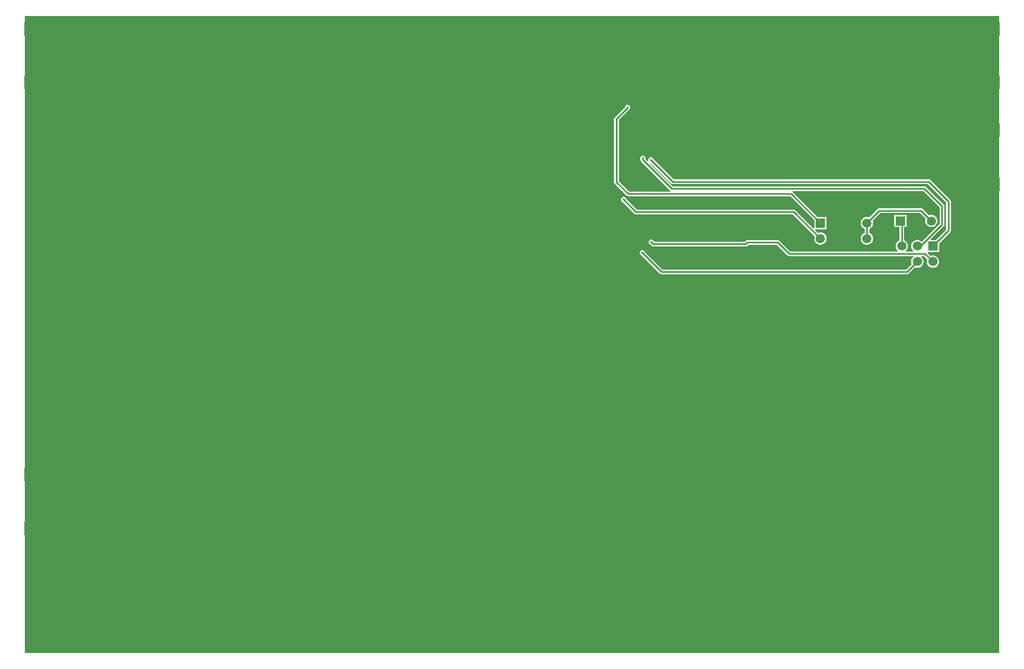
<source format=gbl>
G04*
G04 #@! TF.GenerationSoftware,Altium Limited,Altium Designer,20.2.6 (244)*
G04*
G04 Layer_Physical_Order=4*
G04 Layer_Color=16711680*
%FSLAX25Y25*%
%MOIN*%
G70*
G04*
G04 #@! TF.SameCoordinates,CB8E9BAA-E3AC-43CE-A0A6-8ADA10DC06ED*
G04*
G04*
G04 #@! TF.FilePolarity,Positive*
G04*
G01*
G75*
%ADD15C,0.01000*%
%ADD40R,0.05906X0.05906*%
%ADD52R,0.20000X0.09000*%
%ADD54C,0.05906*%
%ADD55C,0.01200*%
%ADD56C,0.01400*%
%ADD57C,0.01500*%
G36*
X628902Y412366D02*
X628902Y1319D01*
X1020Y1319D01*
X1020Y412366D01*
X628902Y412366D01*
D02*
G37*
%LPC*%
G36*
X578500Y288329D02*
X551700D01*
X551115Y288213D01*
X550619Y287881D01*
X545196Y282459D01*
X544732Y282651D01*
X543700Y282787D01*
X542668Y282651D01*
X541707Y282253D01*
X540881Y281619D01*
X540247Y280793D01*
X539849Y279832D01*
X539713Y278800D01*
X539849Y277768D01*
X540247Y276807D01*
X540881Y275981D01*
X541707Y275347D01*
X542171Y275155D01*
Y272445D01*
X541707Y272253D01*
X540881Y271619D01*
X540247Y270793D01*
X539849Y269832D01*
X539713Y268800D01*
X539849Y267768D01*
X540247Y266807D01*
X540881Y265981D01*
X541707Y265347D01*
X542668Y264949D01*
X543700Y264813D01*
X544732Y264949D01*
X545693Y265347D01*
X546519Y265981D01*
X547153Y266807D01*
X547551Y267768D01*
X547687Y268800D01*
X547551Y269832D01*
X547153Y270793D01*
X546519Y271619D01*
X545693Y272253D01*
X545229Y272445D01*
Y275155D01*
X545693Y275347D01*
X546519Y275981D01*
X547153Y276807D01*
X547551Y277768D01*
X547687Y278800D01*
X547551Y279832D01*
X547359Y280296D01*
X552333Y285271D01*
X577867D01*
X581441Y281696D01*
X581249Y281232D01*
X581113Y280200D01*
X581249Y279168D01*
X581647Y278207D01*
X582281Y277381D01*
X583107Y276747D01*
X584068Y276349D01*
X585100Y276213D01*
X586132Y276349D01*
X587093Y276747D01*
X587919Y277381D01*
X588553Y278207D01*
X588951Y279168D01*
X589087Y280200D01*
X588951Y281232D01*
X588553Y282193D01*
X587919Y283019D01*
X587093Y283653D01*
X586132Y284051D01*
X585100Y284187D01*
X584068Y284051D01*
X583604Y283859D01*
X579581Y287881D01*
X579085Y288213D01*
X578500Y288329D01*
D02*
G37*
G36*
X389432Y355070D02*
X388768Y354938D01*
X388206Y354563D01*
X387830Y354000D01*
X387805Y353873D01*
X381119Y347187D01*
X380787Y346691D01*
X380671Y346106D01*
Y305200D01*
X380787Y304615D01*
X381119Y304119D01*
X388669Y296569D01*
X389165Y296237D01*
X389750Y296121D01*
X494216D01*
X509747Y280590D01*
Y275569D01*
X509285Y275378D01*
X497581Y287081D01*
X497085Y287413D01*
X496500Y287529D01*
X395233D01*
X388462Y294301D01*
X388400Y294615D01*
X388024Y295177D01*
X387462Y295552D01*
X386798Y295685D01*
X386135Y295552D01*
X385573Y295177D01*
X385197Y294615D01*
X385065Y293951D01*
X385197Y293288D01*
X385573Y292726D01*
X385991Y292446D01*
X393519Y284919D01*
X394015Y284587D01*
X394600Y284471D01*
X495866D01*
X510041Y270296D01*
X509849Y269832D01*
X509713Y268800D01*
X509849Y267768D01*
X510247Y266807D01*
X510881Y265981D01*
X511707Y265347D01*
X512668Y264949D01*
X513700Y264813D01*
X514732Y264949D01*
X515693Y265347D01*
X516519Y265981D01*
X517153Y266807D01*
X517551Y267768D01*
X517687Y268800D01*
X517551Y269832D01*
X517153Y270793D01*
X516519Y271619D01*
X515693Y272253D01*
X514732Y272651D01*
X513700Y272787D01*
X512668Y272651D01*
X512204Y272459D01*
X510278Y274385D01*
X510469Y274847D01*
X517653D01*
Y282753D01*
X511910D01*
X495931Y298731D01*
X495723Y298871D01*
X495875Y299371D01*
X580066D01*
X590471Y288966D01*
Y278460D01*
X578812Y266802D01*
X578093Y267353D01*
X577132Y267751D01*
X576100Y267887D01*
X575068Y267751D01*
X574107Y267353D01*
X573281Y266719D01*
X572647Y265893D01*
X572249Y264932D01*
X572113Y263900D01*
X572249Y262868D01*
X572647Y261907D01*
X573281Y261081D01*
X573383Y261003D01*
X573222Y260529D01*
X568978D01*
X568818Y261003D01*
X568919Y261081D01*
X569553Y261907D01*
X569951Y262868D01*
X570087Y263900D01*
X569951Y264932D01*
X569553Y265893D01*
X568919Y266719D01*
X568093Y267353D01*
X567629Y267545D01*
Y276247D01*
X569053D01*
Y284153D01*
X561147D01*
Y276247D01*
X564571D01*
Y267545D01*
X564107Y267353D01*
X563281Y266719D01*
X562647Y265893D01*
X562249Y264932D01*
X562113Y263900D01*
X562249Y262868D01*
X562647Y261907D01*
X563281Y261081D01*
X563382Y261003D01*
X563222Y260529D01*
X494033D01*
X487181Y267381D01*
X486685Y267713D01*
X486100Y267829D01*
X466523D01*
X465938Y267713D01*
X465442Y267381D01*
X464863Y266803D01*
X406675D01*
X406259Y267219D01*
X405896Y267762D01*
X405334Y268138D01*
X404670Y268269D01*
X404007Y268138D01*
X403445Y267762D01*
X403069Y267199D01*
X402937Y266536D01*
X403069Y265873D01*
X403445Y265311D01*
X404007Y264935D01*
X404269Y264883D01*
X404960Y264192D01*
X405456Y263860D01*
X406042Y263744D01*
X465497D01*
X466082Y263860D01*
X466578Y264192D01*
X467157Y264771D01*
X485466D01*
X492318Y257919D01*
X492815Y257587D01*
X493400Y257471D01*
X573439D01*
X573609Y256971D01*
X573281Y256719D01*
X572647Y255893D01*
X572249Y254932D01*
X572113Y253900D01*
X572249Y252868D01*
X572441Y252404D01*
X568901Y248864D01*
X411699D01*
X400427Y260136D01*
X400401Y260263D01*
X400026Y260826D01*
X399463Y261201D01*
X398800Y261333D01*
X398137Y261201D01*
X397574Y260826D01*
X397199Y260263D01*
X397067Y259600D01*
X397199Y258937D01*
X397574Y258374D01*
X398137Y257999D01*
X398264Y257973D01*
X409984Y246253D01*
X410480Y245921D01*
X411066Y245805D01*
X569534D01*
X570119Y245921D01*
X570616Y246253D01*
X574604Y250241D01*
X575068Y250049D01*
X576100Y249913D01*
X577132Y250049D01*
X578093Y250447D01*
X578919Y251081D01*
X579553Y251907D01*
X579951Y252868D01*
X580087Y253900D01*
X579951Y254932D01*
X579553Y255893D01*
X578919Y256719D01*
X578591Y256971D01*
X578761Y257471D01*
X580367D01*
X582441Y255396D01*
X582249Y254932D01*
X582113Y253900D01*
X582249Y252868D01*
X582647Y251907D01*
X583281Y251081D01*
X584107Y250447D01*
X585068Y250049D01*
X586100Y249913D01*
X587132Y250049D01*
X588093Y250447D01*
X588919Y251081D01*
X589553Y251907D01*
X589951Y252868D01*
X590087Y253900D01*
X589951Y254932D01*
X589553Y255893D01*
X588919Y256719D01*
X588093Y257353D01*
X587132Y257751D01*
X586100Y257887D01*
X585068Y257751D01*
X584604Y257559D01*
X582678Y259485D01*
X582869Y259947D01*
X590053D01*
Y265590D01*
X597281Y272819D01*
X597613Y273315D01*
X597729Y273900D01*
Y292700D01*
X597613Y293285D01*
X597281Y293781D01*
X584481Y306581D01*
X583985Y306913D01*
X583400Y307029D01*
X419033D01*
X406067Y319996D01*
X406038Y320139D01*
X405663Y320702D01*
X405100Y321077D01*
X404437Y321209D01*
X403774Y321077D01*
X403211Y320702D01*
X402836Y320139D01*
X402704Y319476D01*
X402734Y319326D01*
X402341Y318758D01*
X402242Y318741D01*
X400868Y320114D01*
X400965Y320600D01*
X400833Y321263D01*
X400457Y321826D01*
X399895Y322201D01*
X399232Y322333D01*
X398568Y322201D01*
X398006Y321826D01*
X397630Y321263D01*
X397498Y320600D01*
X397630Y319937D01*
X397702Y319829D01*
Y319588D01*
X397818Y319003D01*
X398150Y318507D01*
X416838Y299819D01*
X417047Y299679D01*
X416895Y299179D01*
X390384D01*
X383729Y305834D01*
Y345472D01*
X389968Y351710D01*
X390095Y351736D01*
X390657Y352111D01*
X391033Y352674D01*
X391165Y353337D01*
X391033Y354000D01*
X390657Y354563D01*
X390095Y354938D01*
X389432Y355070D01*
D02*
G37*
%LPD*%
G36*
X417318Y304419D02*
X417815Y304087D01*
X418400Y303971D01*
X582766D01*
X594671Y292067D01*
Y274534D01*
X587990Y267853D01*
X584842D01*
X584651Y268315D01*
X593081Y276745D01*
X593413Y277242D01*
X593529Y277827D01*
Y289600D01*
X593413Y290185D01*
X593081Y290681D01*
X581781Y301981D01*
X581285Y302313D01*
X580700Y302429D01*
X418553D01*
X403942Y317040D01*
X404089Y317496D01*
X404213Y317524D01*
X417318Y304419D01*
D02*
G37*
D15*
X404670Y266536D02*
X404779D01*
X406042Y265273D01*
X386724Y293876D02*
X394600Y286000D01*
X543700Y278800D02*
X551700Y286800D01*
X543700Y268800D02*
Y278800D01*
X578500Y286800D02*
X585100Y280200D01*
X551700Y286800D02*
X578500D01*
X580700Y300900D02*
X592000Y289600D01*
Y277827D02*
Y289600D01*
X576100Y263900D02*
X577039Y264839D01*
X579012D01*
X592000Y277827D01*
X417920Y300900D02*
X580700D01*
X596200Y273900D02*
Y292700D01*
X583400Y305500D02*
X596200Y292700D01*
X588653Y266353D02*
X596200Y273900D01*
X586100Y263900D02*
X588553Y266353D01*
X588653D01*
X418400Y305500D02*
X583400D01*
X382200Y305200D02*
X389750Y297650D01*
X382200Y346106D02*
X389432Y353337D01*
X382200Y305200D02*
Y346106D01*
X465497Y265273D02*
X466523Y266300D01*
X406042Y265273D02*
X465497D01*
X466523Y266300D02*
X486100D01*
X493400Y259000D01*
X404437Y319463D02*
Y319476D01*
X389750Y297650D02*
X494850D01*
X513700Y278800D01*
X399232Y319588D02*
X417920Y300900D01*
X404437Y319463D02*
X418400Y305500D01*
X399232Y319588D02*
Y320600D01*
X411066Y247334D02*
X569534D01*
X398800Y259600D02*
X411066Y247334D01*
X496500Y286000D02*
X513700Y268800D01*
X394600Y286000D02*
X496500D01*
X569534Y247334D02*
X576100Y253900D01*
X581000Y259000D02*
X586100Y253900D01*
X493400Y259000D02*
X581000D01*
X565100Y280200D02*
X566100Y279200D01*
Y263900D02*
Y279200D01*
D40*
X565100Y280200D02*
D03*
X513700Y278800D02*
D03*
X586100Y263900D02*
D03*
D52*
X10600Y116500D02*
D03*
Y81700D02*
D03*
Y369299D02*
D03*
Y404099D02*
D03*
X619321D02*
D03*
Y369299D02*
D03*
Y338600D02*
D03*
Y303800D02*
D03*
D54*
X575100Y280200D02*
D03*
X585100D02*
D03*
X513700Y268800D02*
D03*
X543700Y278800D02*
D03*
Y268800D02*
D03*
X586100Y253900D02*
D03*
X576100Y263900D02*
D03*
Y253900D02*
D03*
X566100Y263900D02*
D03*
Y253900D02*
D03*
D55*
X536749Y318602D02*
D03*
Y323798D02*
D03*
X532851Y321200D02*
D03*
X514349Y316202D02*
D03*
X510451Y318800D02*
D03*
X514349Y321398D02*
D03*
X95080Y99302D02*
D03*
X98978Y101900D02*
D03*
X95080Y104498D02*
D03*
X73002Y96302D02*
D03*
X76900Y98900D02*
D03*
X73002Y101498D02*
D03*
X135931Y127400D02*
D03*
Y132200D02*
D03*
Y137000D02*
D03*
Y141800D02*
D03*
Y146600D02*
D03*
Y151400D02*
D03*
Y156200D02*
D03*
X143230Y153800D02*
D03*
Y149000D02*
D03*
Y144200D02*
D03*
Y139400D02*
D03*
Y134600D02*
D03*
Y129800D02*
D03*
Y125000D02*
D03*
Y120200D02*
D03*
Y115400D02*
D03*
Y110600D02*
D03*
X224030Y155800D02*
D03*
Y151000D02*
D03*
Y146200D02*
D03*
Y141400D02*
D03*
Y136600D02*
D03*
Y131800D02*
D03*
Y127000D02*
D03*
X216430Y155100D02*
D03*
Y150300D02*
D03*
Y145500D02*
D03*
Y140700D02*
D03*
Y135900D02*
D03*
Y131100D02*
D03*
Y126300D02*
D03*
Y121500D02*
D03*
Y116700D02*
D03*
Y111900D02*
D03*
X209331Y155800D02*
D03*
Y151000D02*
D03*
Y146200D02*
D03*
Y141400D02*
D03*
Y136600D02*
D03*
Y131800D02*
D03*
Y127000D02*
D03*
Y122200D02*
D03*
Y117400D02*
D03*
Y112600D02*
D03*
X202131Y154200D02*
D03*
Y149400D02*
D03*
Y144600D02*
D03*
Y139800D02*
D03*
Y135000D02*
D03*
Y130200D02*
D03*
Y125400D02*
D03*
Y120600D02*
D03*
Y115800D02*
D03*
Y111000D02*
D03*
X194730Y155200D02*
D03*
Y150400D02*
D03*
Y145600D02*
D03*
Y140800D02*
D03*
Y136000D02*
D03*
Y131200D02*
D03*
Y126400D02*
D03*
Y121600D02*
D03*
Y116800D02*
D03*
Y112000D02*
D03*
X187330Y154200D02*
D03*
Y149400D02*
D03*
Y144600D02*
D03*
Y139800D02*
D03*
Y135000D02*
D03*
Y130200D02*
D03*
Y125400D02*
D03*
Y120600D02*
D03*
Y115800D02*
D03*
Y111000D02*
D03*
X180031Y155900D02*
D03*
Y151100D02*
D03*
Y146300D02*
D03*
Y141500D02*
D03*
Y136700D02*
D03*
Y131900D02*
D03*
Y127100D02*
D03*
Y122300D02*
D03*
Y117500D02*
D03*
Y112700D02*
D03*
X172830Y153800D02*
D03*
Y149000D02*
D03*
Y144200D02*
D03*
Y139400D02*
D03*
Y134600D02*
D03*
Y129800D02*
D03*
Y125000D02*
D03*
Y120200D02*
D03*
Y115400D02*
D03*
Y110600D02*
D03*
X165231Y155200D02*
D03*
Y150400D02*
D03*
Y145600D02*
D03*
Y140800D02*
D03*
Y136000D02*
D03*
Y131200D02*
D03*
Y126400D02*
D03*
Y121600D02*
D03*
Y116800D02*
D03*
Y112000D02*
D03*
X157831Y154200D02*
D03*
Y149400D02*
D03*
Y144600D02*
D03*
Y139800D02*
D03*
Y135000D02*
D03*
Y130200D02*
D03*
Y125400D02*
D03*
Y120600D02*
D03*
Y115800D02*
D03*
Y111000D02*
D03*
X150630Y155400D02*
D03*
Y150600D02*
D03*
Y145800D02*
D03*
Y141000D02*
D03*
Y136200D02*
D03*
Y131400D02*
D03*
Y126600D02*
D03*
Y121800D02*
D03*
Y117000D02*
D03*
Y112200D02*
D03*
X63590Y196523D02*
D03*
X144918Y369594D02*
D03*
X56892Y298813D02*
D03*
X80229Y262333D02*
D03*
X100111Y171564D02*
D03*
X61625Y242202D02*
D03*
X316427Y328557D02*
D03*
X67267Y372108D02*
D03*
X42483Y334232D02*
D03*
X209254Y163680D02*
D03*
X98544Y263214D02*
D03*
X70207Y292961D02*
D03*
X47802Y305802D02*
D03*
X110065Y297668D02*
D03*
X58120Y336167D02*
D03*
X15721Y296582D02*
D03*
X128541Y135580D02*
D03*
X218144Y369696D02*
D03*
X263983Y339672D02*
D03*
X153902Y262509D02*
D03*
X56265Y286665D02*
D03*
X185652Y161080D02*
D03*
X149546Y257928D02*
D03*
X250383Y128480D02*
D03*
X242767Y189889D02*
D03*
Y186689D02*
D03*
X250377Y138080D02*
D03*
X167526Y169695D02*
D03*
X105816Y169001D02*
D03*
X229877Y119829D02*
D03*
X27824Y210226D02*
D03*
X223175Y206662D02*
D03*
X248281Y122554D02*
D03*
X196338Y104569D02*
D03*
X182358Y169766D02*
D03*
X207695Y104649D02*
D03*
X28096Y298471D02*
D03*
X179049Y293015D02*
D03*
X196771Y169663D02*
D03*
X142243Y263214D02*
D03*
X198015Y297729D02*
D03*
X263069Y368344D02*
D03*
X68955Y183950D02*
D03*
X234978Y196295D02*
D03*
X197808Y372232D02*
D03*
X50798Y196295D02*
D03*
X149870Y169001D02*
D03*
X250377Y166880D02*
D03*
X102277Y367266D02*
D03*
X130080Y369809D02*
D03*
X242767Y170689D02*
D03*
X91670Y371326D02*
D03*
X15971Y285227D02*
D03*
X144137Y171508D02*
D03*
X263967Y365272D02*
D03*
X190522Y169719D02*
D03*
X112355Y108017D02*
D03*
X242767Y167489D02*
D03*
X250377Y163680D02*
D03*
X82151Y171680D02*
D03*
X214299Y294772D02*
D03*
X54412Y234108D02*
D03*
X120917Y119659D02*
D03*
X142579Y174303D02*
D03*
X219690Y366894D02*
D03*
X153721Y372232D02*
D03*
X145008Y161063D02*
D03*
X201278Y174113D02*
D03*
X58449Y348950D02*
D03*
X130509Y119890D02*
D03*
X242767Y180289D02*
D03*
X128541Y151580D02*
D03*
X56901Y225061D02*
D03*
X61625Y226202D02*
D03*
X183084Y372232D02*
D03*
X125973Y127271D02*
D03*
X128859Y292958D02*
D03*
X128541Y132380D02*
D03*
X231448Y132764D02*
D03*
X104435Y118772D02*
D03*
X37395Y307115D02*
D03*
X250377Y189280D02*
D03*
X111602Y294861D02*
D03*
X117386Y169649D02*
D03*
X14104Y221212D02*
D03*
X197664Y163033D02*
D03*
X219902Y102740D02*
D03*
X224117Y110764D02*
D03*
X240111Y127304D02*
D03*
X60835Y328898D02*
D03*
X274827Y328557D02*
D03*
X225913Y169589D02*
D03*
X89261Y369220D02*
D03*
X223175Y235462D02*
D03*
X105541Y121775D02*
D03*
X18432Y268803D02*
D03*
X269753Y336031D02*
D03*
X218760Y262552D02*
D03*
X54420Y203905D02*
D03*
X223175Y213062D02*
D03*
X56117Y272360D02*
D03*
X34224Y210226D02*
D03*
X157206Y174431D02*
D03*
X205157Y102701D02*
D03*
X63696Y260908D02*
D03*
X15952Y252776D02*
D03*
X156365Y161026D02*
D03*
X135871Y123321D02*
D03*
X263983Y342872D02*
D03*
X168703Y297693D02*
D03*
X250377Y179680D02*
D03*
X310027Y328557D02*
D03*
X76503Y169001D02*
D03*
X53903Y304301D02*
D03*
X244422Y202969D02*
D03*
X271313Y322172D02*
D03*
X209310Y371502D02*
D03*
X15861Y282029D02*
D03*
X139132Y262464D02*
D03*
X15504Y237725D02*
D03*
X87893Y366327D02*
D03*
X231448Y148764D02*
D03*
X212511Y262495D02*
D03*
X295350Y336167D02*
D03*
X143494Y292968D02*
D03*
X128541Y129180D02*
D03*
X146539Y102694D02*
D03*
X81064Y372222D02*
D03*
X242767Y157889D02*
D03*
X173497Y171463D02*
D03*
X141525Y161238D02*
D03*
X271313Y325372D02*
D03*
X156859Y371604D02*
D03*
X168304Y163040D02*
D03*
X279350Y336167D02*
D03*
X61625Y248602D02*
D03*
X242767Y129089D02*
D03*
X250377Y131680D02*
D03*
X114798Y171530D02*
D03*
X70217Y370867D02*
D03*
X212722Y297556D02*
D03*
X24624Y210226D02*
D03*
X56305Y266113D02*
D03*
X65780Y300843D02*
D03*
X190363Y366914D02*
D03*
X51495Y217847D02*
D03*
X122069Y260607D02*
D03*
X58449Y355350D02*
D03*
X104402Y112372D02*
D03*
X48020Y203905D02*
D03*
X282550Y336167D02*
D03*
X58449Y345750D02*
D03*
X250174Y195673D02*
D03*
X37591Y303921D02*
D03*
X131685Y367041D02*
D03*
X37395Y310315D02*
D03*
X37385Y209730D02*
D03*
X242767Y141889D02*
D03*
X250377Y160480D02*
D03*
X31024Y210226D02*
D03*
X179960Y163672D02*
D03*
X75026Y260266D02*
D03*
X225652Y295071D02*
D03*
X223175Y232262D02*
D03*
X245756Y120588D02*
D03*
X63612Y330489D02*
D03*
X56901Y283528D02*
D03*
X106915Y371599D02*
D03*
X140919Y294867D02*
D03*
X13970Y250264D02*
D03*
X233074Y119692D02*
D03*
X115984Y262614D02*
D03*
X177327Y260691D02*
D03*
X178385Y104656D02*
D03*
X92816Y260696D02*
D03*
X14010Y258334D02*
D03*
X218234Y160983D02*
D03*
X223872Y107573D02*
D03*
X189450Y262547D02*
D03*
X118606Y260779D02*
D03*
X220755Y162954D02*
D03*
X241757Y372232D02*
D03*
X96949Y294850D02*
D03*
X242767Y145089D02*
D03*
X124627Y262529D02*
D03*
X51441Y247155D02*
D03*
X247083Y201192D02*
D03*
X290827Y328557D02*
D03*
X18227Y239405D02*
D03*
X56219Y257454D02*
D03*
X203510Y369662D02*
D03*
X246348Y292874D02*
D03*
X108935Y169717D02*
D03*
X126275Y294845D02*
D03*
X220050Y292304D02*
D03*
X54640Y292976D02*
D03*
X66085Y297657D02*
D03*
X54172Y277907D02*
D03*
X61625Y255002D02*
D03*
X242767Y132289D02*
D03*
X117311Y292304D02*
D03*
X146419Y366768D02*
D03*
X77806Y260242D02*
D03*
X104402Y109172D02*
D03*
X95409Y262572D02*
D03*
X126154Y171707D02*
D03*
X323892Y337427D02*
D03*
X249894Y125317D02*
D03*
X250377Y150880D02*
D03*
X40108Y332088D02*
D03*
X176838Y162968D02*
D03*
X164239Y257811D02*
D03*
X45005Y316957D02*
D03*
X271313Y315772D02*
D03*
X216790Y101996D02*
D03*
X226945Y121110D02*
D03*
X104315Y369733D02*
D03*
X69258Y174364D02*
D03*
X215559Y371581D02*
D03*
X16212Y226399D02*
D03*
X68955Y177550D02*
D03*
X230506Y190159D02*
D03*
X223175Y245062D02*
D03*
X205214Y292304D02*
D03*
X112841Y263214D02*
D03*
X242767Y138689D02*
D03*
X264752Y303110D02*
D03*
X124310Y372232D02*
D03*
X14117Y228818D02*
D03*
X191416Y162938D02*
D03*
X57653Y328557D02*
D03*
X44847Y211880D02*
D03*
X138898Y163066D02*
D03*
X167028Y104545D02*
D03*
X177455Y369517D02*
D03*
X276150Y336167D02*
D03*
X148108Y369486D02*
D03*
X56272Y236711D02*
D03*
X130877Y262518D02*
D03*
X89134Y260929D02*
D03*
X44443Y196807D02*
D03*
X288950Y336167D02*
D03*
X200257Y161158D02*
D03*
X221467Y369555D02*
D03*
X127753Y263214D02*
D03*
X238640Y371506D02*
D03*
X242767Y177089D02*
D03*
X292150Y336167D02*
D03*
X230506Y193359D02*
D03*
X203600Y161013D02*
D03*
X101320Y108313D02*
D03*
X54090Y274836D02*
D03*
X244889Y371578D02*
D03*
X250377Y147680D02*
D03*
X152386Y104516D02*
D03*
X65780Y323243D02*
D03*
X241338Y203824D02*
D03*
X51325Y276446D02*
D03*
X298550Y336167D02*
D03*
X174736Y262569D02*
D03*
X146734Y169638D02*
D03*
X165392Y371529D02*
D03*
X193640Y169001D02*
D03*
X45005Y313757D02*
D03*
X13229Y247151D02*
D03*
X155493Y171728D02*
D03*
X176110Y169615D02*
D03*
X113250Y174331D02*
D03*
X209497Y107294D02*
D03*
X256652Y304438D02*
D03*
X56224Y221934D02*
D03*
X151359Y260565D02*
D03*
X215779Y174696D02*
D03*
X139249Y372232D02*
D03*
X222411Y104726D02*
D03*
X263983Y346072D02*
D03*
X137712Y104529D02*
D03*
X66449Y197960D02*
D03*
X204075Y262562D02*
D03*
X223175Y222662D02*
D03*
X214255Y171882D02*
D03*
X230506Y183759D02*
D03*
X135871Y110521D02*
D03*
X13229Y261437D02*
D03*
X18512Y298147D02*
D03*
X250377Y157280D02*
D03*
X187538Y292943D02*
D03*
X73339Y292304D02*
D03*
X285750Y336167D02*
D03*
X133368Y121328D02*
D03*
X104172Y260496D02*
D03*
X45108Y217556D02*
D03*
X206134Y162966D02*
D03*
X263983Y358872D02*
D03*
X142371Y371532D02*
D03*
X161276Y169687D02*
D03*
X37696Y298471D02*
D03*
X80745Y297663D02*
D03*
X242767Y135489D02*
D03*
X190673Y292304D02*
D03*
X252592Y293118D02*
D03*
X41586Y198248D02*
D03*
X13859Y293980D02*
D03*
X242077Y297437D02*
D03*
X179251Y169001D02*
D03*
X107504Y124302D02*
D03*
X13229Y290842D02*
D03*
X237589Y292971D02*
D03*
X152982Y169744D02*
D03*
X247472Y369689D02*
D03*
X133426Y260584D02*
D03*
X97905Y371732D02*
D03*
X263983Y349272D02*
D03*
X135871Y120121D02*
D03*
X249014Y366885D02*
D03*
X143421Y101974D02*
D03*
X271627Y328557D02*
D03*
X231448Y142364D02*
D03*
X238140Y203905D02*
D03*
X243709Y294684D02*
D03*
X260960Y370751D02*
D03*
X84138Y371333D02*
D03*
X242767Y151489D02*
D03*
X250377Y173280D02*
D03*
X208205Y257874D02*
D03*
X15741Y241421D02*
D03*
X242767Y148289D02*
D03*
X118734Y369417D02*
D03*
X123635Y169733D02*
D03*
X228541Y171414D02*
D03*
X256450Y298045D02*
D03*
X165494Y107353D02*
D03*
X159555Y160918D02*
D03*
X65780Y310443D02*
D03*
X122959Y294985D02*
D03*
X15834Y270672D02*
D03*
X149743Y293021D02*
D03*
X171602Y263214D02*
D03*
X131991Y169672D02*
D03*
X165971Y260501D02*
D03*
X37395Y316715D02*
D03*
X94301Y169728D02*
D03*
X242767Y164289D02*
D03*
X149068Y104655D02*
D03*
X37891Y203373D02*
D03*
X236116Y369539D02*
D03*
X58449Y352150D02*
D03*
X68955Y193550D02*
D03*
X311350Y336167D02*
D03*
X231137Y158349D02*
D03*
X230247Y371570D02*
D03*
X200942Y263214D02*
D03*
X170909Y161182D02*
D03*
X210887Y294935D02*
D03*
X135754Y163658D02*
D03*
X65780Y329643D02*
D03*
X15522Y212309D02*
D03*
X166961Y295009D02*
D03*
X111468Y171673D02*
D03*
X179970Y371495D02*
D03*
X136175Y107335D02*
D03*
X65780Y326443D02*
D03*
X270075Y306384D02*
D03*
X223175Y238662D02*
D03*
X150841Y107319D02*
D03*
X190554Y102721D02*
D03*
X183386Y297611D02*
D03*
X61625Y239002D02*
D03*
X223175Y219462D02*
D03*
X128541Y148380D02*
D03*
X175929Y292304D02*
D03*
X58449Y361750D02*
D03*
X136627Y260473D02*
D03*
X238178Y196295D02*
D03*
X140778Y171658D02*
D03*
X76456Y293028D02*
D03*
X78982Y294993D02*
D03*
X249497Y292304D02*
D03*
X34496Y298471D02*
D03*
X221338Y260655D02*
D03*
X61625Y207002D02*
D03*
X250377Y182880D02*
D03*
X136122Y371551D02*
D03*
X51253Y328557D02*
D03*
X178878Y257892D02*
D03*
X196298Y295029D02*
D03*
X112012Y117598D02*
D03*
X211804Y169825D02*
D03*
X45502Y326518D02*
D03*
X308150Y336167D02*
D03*
X54255Y230726D02*
D03*
X202917Y171365D02*
D03*
X135871Y113721D02*
D03*
X231448Y155164D02*
D03*
X165166Y163667D02*
D03*
X51704Y261887D02*
D03*
X234359Y366865D02*
D03*
X54266Y248657D02*
D03*
X127317Y119661D02*
D03*
X16035Y255856D02*
D03*
X223175Y254662D02*
D03*
X195304Y260515D02*
D03*
X54453Y328557D02*
D03*
X51220Y203905D02*
D03*
X263983Y362072D02*
D03*
X219400Y169700D02*
D03*
X93639Y294988D02*
D03*
X121208Y371446D02*
D03*
X83924Y174344D02*
D03*
X138240Y169710D02*
D03*
X184850Y171774D02*
D03*
X162056Y162914D02*
D03*
X54920Y336167D02*
D03*
X117717Y119658D02*
D03*
X320950Y336167D02*
D03*
X231778Y196295D02*
D03*
X242767Y154689D02*
D03*
X132652Y162871D02*
D03*
X31296Y298471D02*
D03*
X187439Y101987D02*
D03*
X120203Y258007D02*
D03*
X155604Y294835D02*
D03*
X183201Y262499D02*
D03*
X117129Y366648D02*
D03*
X194688Y371519D02*
D03*
X172800Y292975D02*
D03*
X271215Y309374D02*
D03*
X56395Y295652D02*
D03*
X224805Y123489D02*
D03*
X54157Y245463D02*
D03*
X250377Y192480D02*
D03*
X51621Y232542D02*
D03*
X105780Y293030D02*
D03*
X98577Y174373D02*
D03*
X205040Y366851D02*
D03*
X113163Y371485D02*
D03*
X223175Y248262D02*
D03*
X13827Y264581D02*
D03*
X45005Y307357D02*
D03*
X131991Y292304D02*
D03*
X186506Y174511D02*
D03*
X61625Y251802D02*
D03*
X256652Y301238D02*
D03*
X54310Y219369D02*
D03*
X230506Y177359D02*
D03*
X250377Y144480D02*
D03*
X68955Y190350D02*
D03*
X224117Y113964D02*
D03*
X13926Y279480D02*
D03*
X231448Y151964D02*
D03*
X223175Y229062D02*
D03*
X200937Y371565D02*
D03*
X278027Y328557D02*
D03*
X162848Y369588D02*
D03*
X223175Y216262D02*
D03*
X24896Y298471D02*
D03*
X21696D02*
D03*
X72380Y368509D02*
D03*
X58449Y358550D02*
D03*
X231448Y135964D02*
D03*
X110052Y372232D02*
D03*
X56203Y251204D02*
D03*
X216911Y292922D02*
D03*
X112012Y114399D02*
D03*
X250377Y170080D02*
D03*
X215630Y263214D02*
D03*
X306827Y328557D02*
D03*
X212425Y372232D02*
D03*
X45371Y335610D02*
D03*
X119573Y127269D02*
D03*
X236275Y119693D02*
D03*
X145381Y262583D02*
D03*
X65780Y307243D02*
D03*
X154057Y297636D02*
D03*
X60820Y203905D02*
D03*
X202036Y101991D02*
D03*
X13742Y235054D02*
D03*
X13752Y214975D02*
D03*
X64069Y372000D02*
D03*
X284427Y328557D02*
D03*
X261564Y303391D02*
D03*
X236911Y127303D02*
D03*
X61215Y370554D02*
D03*
X188811Y369712D02*
D03*
X61625Y232602D02*
D03*
X184942Y294815D02*
D03*
X114518Y119589D02*
D03*
X65780Y313643D02*
D03*
X240162Y294874D02*
D03*
X128541Y138780D02*
D03*
X62030Y258176D02*
D03*
X212383Y163014D02*
D03*
X231340Y293018D02*
D03*
X186219Y371589D02*
D03*
X206660Y260677D02*
D03*
X214957Y161111D02*
D03*
X184305Y102634D02*
D03*
X157023Y263214D02*
D03*
X104402Y115572D02*
D03*
X39325Y200512D02*
D03*
X120520Y169001D02*
D03*
X223175Y241862D02*
D03*
X154971Y102630D02*
D03*
X224117Y120364D02*
D03*
X150696Y163663D02*
D03*
X105638Y257651D02*
D03*
X86465Y262695D02*
D03*
X258051Y372083D02*
D03*
X301750Y336167D02*
D03*
X171641Y371554D02*
D03*
X13233Y218133D02*
D03*
X187173Y158265D02*
D03*
X87993Y292304D02*
D03*
X94743Y372220D02*
D03*
X223175Y209862D02*
D03*
X61625Y229402D02*
D03*
X38997Y301047D02*
D03*
X205561Y169562D02*
D03*
X223158Y293067D02*
D03*
X227116Y372232D02*
D03*
X98121Y108405D02*
D03*
X250377Y134880D02*
D03*
X102686Y169665D02*
D03*
X72595Y262348D02*
D03*
X61625Y223002D02*
D03*
X222873Y257847D02*
D03*
X56157Y280416D02*
D03*
X230506Y186959D02*
D03*
X68955Y199950D02*
D03*
X37512Y326313D02*
D03*
X188901Y160959D02*
D03*
X258797Y304997D02*
D03*
X253314Y371511D02*
D03*
X38383Y329392D02*
D03*
X192153Y369566D02*
D03*
X146625Y292304D02*
D03*
X230506Y180559D02*
D03*
X120429Y293025D02*
D03*
X66358Y262684D02*
D03*
X73372Y169661D02*
D03*
X228548Y203679D02*
D03*
X54299Y260014D02*
D03*
X135108Y293032D02*
D03*
X164441Y293037D02*
D03*
X90810Y258203D02*
D03*
X223871Y163685D02*
D03*
X223175Y225862D02*
D03*
X101657Y262475D02*
D03*
X91111Y293026D02*
D03*
X255049Y295168D02*
D03*
X313227Y328557D02*
D03*
X65780Y316843D02*
D03*
X128541Y141980D02*
D03*
X231739Y203905D02*
D03*
X160151Y262538D02*
D03*
X159464Y369744D02*
D03*
X223175Y200262D02*
D03*
X21424Y210226D02*
D03*
X169604Y102646D02*
D03*
X164402Y169001D02*
D03*
X192023Y260645D02*
D03*
X134931Y257760D02*
D03*
X129421Y171580D02*
D03*
X13979Y287732D02*
D03*
X267775Y304159D02*
D03*
X227317Y297804D02*
D03*
X56150Y242959D02*
D03*
X230153Y174178D02*
D03*
X223998Y371514D02*
D03*
X61625Y219802D02*
D03*
X263983Y355672D02*
D03*
X294027Y328557D02*
D03*
X150611Y371480D02*
D03*
X95408Y297654D02*
D03*
X271313Y318972D02*
D03*
X223175Y203462D02*
D03*
X127454Y371638D02*
D03*
X242674Y119725D02*
D03*
X115671Y369497D02*
D03*
X231448Y145564D02*
D03*
X18797Y254240D02*
D03*
X234940Y203905D02*
D03*
X139385Y297676D02*
D03*
X60398Y196295D02*
D03*
X56003Y301887D02*
D03*
X54396Y289262D02*
D03*
X113176Y127127D02*
D03*
X175853Y102699D02*
D03*
X303627Y328557D02*
D03*
X233711Y127303D02*
D03*
X317750Y336167D02*
D03*
X18251Y210637D02*
D03*
X107258Y260411D02*
D03*
X110141Y126116D02*
D03*
X61625Y210202D02*
D03*
X59212Y368058D02*
D03*
X287627Y328557D02*
D03*
X211056Y104500D02*
D03*
X327091Y337476D02*
D03*
X44995Y208684D02*
D03*
X65780Y332843D02*
D03*
X91185Y169001D02*
D03*
X181716Y104514D02*
D03*
X213654Y102631D02*
D03*
X114180Y292965D02*
D03*
X158192Y292953D02*
D03*
X186320Y263214D02*
D03*
X45005Y310557D02*
D03*
X242767Y173889D02*
D03*
X130179Y160840D02*
D03*
X224117Y117164D02*
D03*
X56901Y269257D02*
D03*
X13869Y244015D02*
D03*
X201810Y158360D02*
D03*
X109737Y262434D02*
D03*
X272950Y336167D02*
D03*
X45242Y205493D02*
D03*
X137631Y295000D02*
D03*
X187991Y171677D02*
D03*
X47598Y196274D02*
D03*
X147569Y162981D02*
D03*
X314550Y336167D02*
D03*
X88052Y169654D02*
D03*
X37395Y313515D02*
D03*
X209981Y260536D02*
D03*
X68955Y180750D02*
D03*
X234459Y292304D02*
D03*
X194811Y107381D02*
D03*
X170230Y294881D02*
D03*
X86551Y369232D02*
D03*
X194529Y163676D02*
D03*
X37395Y323115D02*
D03*
X51920Y291290D02*
D03*
X113098Y104904D02*
D03*
X79621Y169721D02*
D03*
X61625Y213402D02*
D03*
X174295Y161026D02*
D03*
X135871Y116921D02*
D03*
X68955Y187150D02*
D03*
Y196750D02*
D03*
X225687Y202244D02*
D03*
X61625Y245402D02*
D03*
X108306Y294995D02*
D03*
X143131Y158471D02*
D03*
X45005Y320157D02*
D03*
X242767Y161089D02*
D03*
X161030Y366954D02*
D03*
X263983Y352472D02*
D03*
X128758Y157973D02*
D03*
X56901Y239849D02*
D03*
X281227Y328557D02*
D03*
X170076Y171627D02*
D03*
X45005Y323357D02*
D03*
X96824Y171696D02*
D03*
X13236Y231894D02*
D03*
X171917Y174245D02*
D03*
X82283Y294857D02*
D03*
X318900Y328600D02*
D03*
X19088Y224996D02*
D03*
X162716Y260626D02*
D03*
X100584Y369982D02*
D03*
X206788Y369532D02*
D03*
X222767Y169001D02*
D03*
X197826Y262485D02*
D03*
X297227Y328557D02*
D03*
X161220Y102707D02*
D03*
X193554Y257836D02*
D03*
X256968Y307623D02*
D03*
X37367Y206530D02*
D03*
X239475Y119694D02*
D03*
X69514Y263212D02*
D03*
X250377Y186080D02*
D03*
X223175Y251462D02*
D03*
X161326Y292304D02*
D03*
X263983Y336472D02*
D03*
X15661Y267204D02*
D03*
X128541Y154780D02*
D03*
X51720Y336167D02*
D03*
X181587Y294964D02*
D03*
X41908Y217556D02*
D03*
X208712Y169001D02*
D03*
X67625Y294852D02*
D03*
X102664Y292304D02*
D03*
X250785Y369550D02*
D03*
X250377Y154080D02*
D03*
X99531Y292960D02*
D03*
X48520Y336176D02*
D03*
X172734Y101982D02*
D03*
X266819Y334755D02*
D03*
X208338Y293001D02*
D03*
X54474Y263489D02*
D03*
X43526Y214795D02*
D03*
X158104Y101978D02*
D03*
X61625Y216602D02*
D03*
X75227Y369972D02*
D03*
X83306Y263208D02*
D03*
X242767Y183489D02*
D03*
X193786Y293046D02*
D03*
X157866Y158200D02*
D03*
X57620Y203905D02*
D03*
X202088Y292989D02*
D03*
X18686Y283532D02*
D03*
X37395Y319915D02*
D03*
X242767Y193089D02*
D03*
X124732Y297649D02*
D03*
X153818Y162963D02*
D03*
X65780Y304043D02*
D03*
X180666Y260546D02*
D03*
X152276Y294978D02*
D03*
X304950Y336167D02*
D03*
X77902Y371727D02*
D03*
X183087Y162994D02*
D03*
X133561Y369633D02*
D03*
X70794Y171557D02*
D03*
X271313Y312572D02*
D03*
X124117Y119660D02*
D03*
X57198Y196295D02*
D03*
X241360Y195964D02*
D03*
X13913Y273231D02*
D03*
X48055Y328447D02*
D03*
X250377Y176480D02*
D03*
X56198Y228183D02*
D03*
X300427Y328557D02*
D03*
X112012Y111198D02*
D03*
X174205Y369640D02*
D03*
X231448Y129564D02*
D03*
X198908Y102662D02*
D03*
X175726Y366824D02*
D03*
X199530Y294911D02*
D03*
X228805Y294972D02*
D03*
X263983Y333272D02*
D03*
X56901Y254327D02*
D03*
X135119Y169001D02*
D03*
X122773Y127270D02*
D03*
X65780Y320043D02*
D03*
X61625Y235802D02*
D03*
X163742Y104676D02*
D03*
X128541Y145180D02*
D03*
X227004Y163035D02*
D03*
X216488Y158301D02*
D03*
X249055Y198671D02*
D03*
X158719Y171611D02*
D03*
X250377Y141280D02*
D03*
X193072Y104695D02*
D03*
X58449Y364950D02*
D03*
X85468Y171541D02*
D03*
X229591Y161151D02*
D03*
X147983Y260720D02*
D03*
X127894Y174392D02*
D03*
X58449Y342550D02*
D03*
X180167Y107314D02*
D03*
X50998Y305643D02*
D03*
X84862Y292964D02*
D03*
X199348Y171561D02*
D03*
X16191Y223638D02*
D03*
X40896Y298471D02*
D03*
X232824Y369672D02*
D03*
X217197Y171827D02*
D03*
X53998Y196295D02*
D03*
X172477Y158392D02*
D03*
X112688Y101731D02*
D03*
X231448Y139164D02*
D03*
X140290Y102634D02*
D03*
X58449Y339350D02*
D03*
X116373Y127268D02*
D03*
X321600Y328600D02*
D03*
X168513Y372232D02*
D03*
X13229Y276357D02*
D03*
X168488Y262478D02*
D03*
X76390Y257372D02*
D03*
X48308Y217556D02*
D03*
X379349Y269726D02*
D03*
X383736Y277337D02*
D03*
X417995Y282933D02*
D03*
Y279733D02*
D03*
X418000Y288600D02*
D03*
Y294800D02*
D03*
X425605Y279915D02*
D03*
X425700Y288900D02*
D03*
X425600Y295000D02*
D03*
X418000Y291900D02*
D03*
X417995Y276533D02*
D03*
X419400Y268600D02*
D03*
X425605Y276715D02*
D03*
Y283115D02*
D03*
X425600Y292100D02*
D03*
X422700Y268400D02*
D03*
X285124Y252579D02*
D03*
X280324D02*
D03*
X262999Y230587D02*
D03*
X248599D02*
D03*
X253398D02*
D03*
X258198D02*
D03*
X267798D02*
D03*
X272599D02*
D03*
X285736Y237918D02*
D03*
X280936D02*
D03*
X276136D02*
D03*
X271336D02*
D03*
X261736D02*
D03*
X256936D02*
D03*
X252136D02*
D03*
X266536D02*
D03*
X262999Y245248D02*
D03*
X248599D02*
D03*
X253398D02*
D03*
X258198D02*
D03*
X267798D02*
D03*
X272599D02*
D03*
X277398D02*
D03*
X282199D02*
D03*
X351002Y277386D02*
D03*
X347802D02*
D03*
X344602D02*
D03*
X341402D02*
D03*
X338202D02*
D03*
X335002D02*
D03*
X331802D02*
D03*
X328602D02*
D03*
X325402D02*
D03*
X322202D02*
D03*
X319002D02*
D03*
X315802D02*
D03*
X312602D02*
D03*
X309402D02*
D03*
X306202D02*
D03*
X303002D02*
D03*
X299802D02*
D03*
X296602D02*
D03*
X293402D02*
D03*
X290202D02*
D03*
X287002D02*
D03*
X283802Y277431D02*
D03*
X280633Y276983D02*
D03*
X277697Y275710D02*
D03*
X275247Y273652D02*
D03*
X273457Y271000D02*
D03*
X272446Y267964D02*
D03*
X272295Y264767D02*
D03*
Y261567D02*
D03*
X272446Y258371D02*
D03*
X273779Y255461D02*
D03*
X275427Y252718D02*
D03*
X272227D02*
D03*
X269027D02*
D03*
X265827D02*
D03*
X262627D02*
D03*
X259427D02*
D03*
X256227D02*
D03*
X253027D02*
D03*
X249827D02*
D03*
X246638Y252454D02*
D03*
X243804Y250969D02*
D03*
X241847Y248436D02*
D03*
X241131Y245318D02*
D03*
X241795Y242187D02*
D03*
X243694Y239612D02*
D03*
X246250Y237686D02*
D03*
X243500Y236050D02*
D03*
X241695Y233407D02*
D03*
X241131Y230258D02*
D03*
X241951Y227165D02*
D03*
X244006Y224711D02*
D03*
X246885Y223315D02*
D03*
X250079Y223117D02*
D03*
X253279D02*
D03*
X256479D02*
D03*
X259679D02*
D03*
X262879D02*
D03*
X266079D02*
D03*
X269279D02*
D03*
X272295Y222047D02*
D03*
X272380Y218848D02*
D03*
X273083Y215726D02*
D03*
X274515Y212865D02*
D03*
X276560Y210403D02*
D03*
X279136Y208504D02*
D03*
X282075Y207240D02*
D03*
X285233Y206718D02*
D03*
X288433Y206695D02*
D03*
X291633D02*
D03*
X294832D02*
D03*
X297995Y207183D02*
D03*
X302556Y211515D02*
D03*
Y208315D02*
D03*
Y205115D02*
D03*
Y201915D02*
D03*
Y198715D02*
D03*
Y195515D02*
D03*
Y192315D02*
D03*
Y189115D02*
D03*
Y185915D02*
D03*
Y182715D02*
D03*
Y179515D02*
D03*
Y176315D02*
D03*
Y173115D02*
D03*
Y169915D02*
D03*
Y166715D02*
D03*
Y163515D02*
D03*
Y160315D02*
D03*
Y157115D02*
D03*
Y153915D02*
D03*
Y150715D02*
D03*
Y147515D02*
D03*
Y144315D02*
D03*
Y141115D02*
D03*
Y137915D02*
D03*
Y134715D02*
D03*
Y131515D02*
D03*
Y128315D02*
D03*
Y125115D02*
D03*
Y121915D02*
D03*
Y118715D02*
D03*
X302860Y115529D02*
D03*
X304399Y112723D02*
D03*
X306979Y110830D02*
D03*
X310110Y110172D02*
D03*
X313228Y110894D02*
D03*
X315756Y112856D02*
D03*
X317523Y115524D02*
D03*
X319063Y112719D02*
D03*
X321645Y110828D02*
D03*
X324777Y110172D02*
D03*
X327894Y110896D02*
D03*
X330420Y112860D02*
D03*
X332182Y115532D02*
D03*
X333720Y112725D02*
D03*
X336299Y110831D02*
D03*
X339430Y110172D02*
D03*
X342548Y110893D02*
D03*
X345076Y112854D02*
D03*
X346846Y115521D02*
D03*
X348387Y112716D02*
D03*
X350970Y110827D02*
D03*
X354102Y110172D02*
D03*
X357219Y110897D02*
D03*
X359744Y112863D02*
D03*
X361503Y115536D02*
D03*
X363039Y112729D02*
D03*
X365616Y110833D02*
D03*
X368747Y110172D02*
D03*
X371865Y110891D02*
D03*
X374395Y112851D02*
D03*
X376170Y115514D02*
D03*
X377714Y112711D02*
D03*
X380298Y110824D02*
D03*
X383431Y110172D02*
D03*
X386547Y110900D02*
D03*
X389070Y112868D02*
D03*
X390822Y115546D02*
D03*
X392354Y112737D02*
D03*
X394929Y110837D02*
D03*
X398059Y110172D02*
D03*
X401178Y110887D02*
D03*
X403711Y112843D02*
D03*
X405496Y115499D02*
D03*
X407045Y112699D02*
D03*
X409634Y110819D02*
D03*
X412768Y110172D02*
D03*
X415883Y110906D02*
D03*
X418401Y112880D02*
D03*
X420138Y115567D02*
D03*
X421663Y112754D02*
D03*
X424231Y110845D02*
D03*
X427360Y110172D02*
D03*
X430481Y110879D02*
D03*
X433020Y112826D02*
D03*
X434826Y115468D02*
D03*
X436386Y112674D02*
D03*
X438984Y110807D02*
D03*
X442121Y110172D02*
D03*
X445233Y110917D02*
D03*
X447741Y112904D02*
D03*
X449449Y115610D02*
D03*
X450958Y112789D02*
D03*
X453513Y110862D02*
D03*
X456638Y110172D02*
D03*
X459762Y110863D02*
D03*
X462316Y112791D02*
D03*
X464165Y115402D02*
D03*
X465752Y112624D02*
D03*
X468368Y110781D02*
D03*
X471510Y110172D02*
D03*
X474616Y110942D02*
D03*
X477103Y112956D02*
D03*
X478746Y115701D02*
D03*
X480224Y112863D02*
D03*
X482749Y110897D02*
D03*
X485865Y110172D02*
D03*
X488998Y110827D02*
D03*
X491580Y112716D02*
D03*
X493539Y115247D02*
D03*
X495191Y112507D02*
D03*
X497844Y110717D02*
D03*
X500997Y110172D02*
D03*
X504083Y111016D02*
D03*
X506525Y113085D02*
D03*
X508010Y115920D02*
D03*
X509409Y113042D02*
D03*
X511863Y110989D02*
D03*
X514957Y110172D02*
D03*
X518107Y110739D02*
D03*
X520748Y112546D02*
D03*
X523851Y113327D02*
D03*
X526213Y111169D02*
D03*
X529265Y110207D02*
D03*
X532441Y110603D02*
D03*
X535157Y112294D02*
D03*
X536908Y114973D02*
D03*
X537412Y118133D02*
D03*
Y121333D02*
D03*
Y124533D02*
D03*
Y127733D02*
D03*
Y130933D02*
D03*
Y134133D02*
D03*
Y137333D02*
D03*
Y140533D02*
D03*
Y143733D02*
D03*
Y146933D02*
D03*
Y150133D02*
D03*
Y153333D02*
D03*
Y156533D02*
D03*
Y159733D02*
D03*
Y162933D02*
D03*
Y166133D02*
D03*
Y169333D02*
D03*
Y172533D02*
D03*
Y175733D02*
D03*
Y178933D02*
D03*
Y182133D02*
D03*
Y185333D02*
D03*
Y188533D02*
D03*
Y191733D02*
D03*
Y194933D02*
D03*
Y198133D02*
D03*
Y201333D02*
D03*
Y204533D02*
D03*
Y207733D02*
D03*
X537884Y210898D02*
D03*
X539875Y208393D02*
D03*
X542725Y206937D02*
D03*
X545916Y206695D02*
D03*
X549116D02*
D03*
X552316D02*
D03*
X555516D02*
D03*
X558716D02*
D03*
X561916D02*
D03*
X565116D02*
D03*
X568316D02*
D03*
X571516D02*
D03*
X574716D02*
D03*
X577916D02*
D03*
X581116D02*
D03*
X584304Y206422D02*
D03*
X586435Y204035D02*
D03*
X586595Y200839D02*
D03*
Y197639D02*
D03*
Y194439D02*
D03*
Y191239D02*
D03*
X586281Y188054D02*
D03*
X583081D02*
D03*
X579881D02*
D03*
X576681D02*
D03*
X573481D02*
D03*
X570281D02*
D03*
X567081D02*
D03*
X563881D02*
D03*
X560681D02*
D03*
X557481D02*
D03*
X554296Y187746D02*
D03*
X551492Y186204D02*
D03*
X549604Y183620D02*
D03*
X548950Y180488D02*
D03*
X549677Y177371D02*
D03*
X551644Y174847D02*
D03*
X554326Y173102D02*
D03*
X551511Y171581D02*
D03*
X549597Y169016D02*
D03*
X548920Y165889D02*
D03*
X549623Y162767D02*
D03*
X551565Y160223D02*
D03*
X554200Y158407D02*
D03*
X551409Y156841D02*
D03*
X549548Y154237D02*
D03*
X548920Y151100D02*
D03*
X549672Y147989D02*
D03*
X551665Y145486D02*
D03*
X554381Y143795D02*
D03*
X551556Y142293D02*
D03*
X549619Y139745D02*
D03*
X548920Y136623D02*
D03*
X549602Y133496D02*
D03*
X551521Y130936D02*
D03*
X554115Y129062D02*
D03*
X551346Y127459D02*
D03*
X549515Y124835D02*
D03*
X548920Y121690D02*
D03*
X549704Y118588D02*
D03*
X551732Y116112D02*
D03*
X554498Y114504D02*
D03*
X551651Y113044D02*
D03*
X549665Y110535D02*
D03*
X548920Y107423D02*
D03*
X549555Y104287D02*
D03*
X551424Y101688D02*
D03*
X553897Y99658D02*
D03*
X551178Y97969D02*
D03*
X549424Y95293D02*
D03*
X548930Y92131D02*
D03*
X549820Y89058D02*
D03*
X551922Y86645D02*
D03*
X554809Y85265D02*
D03*
X551907Y83918D02*
D03*
X549810Y81500D02*
D03*
X548928Y78425D02*
D03*
X549431Y75264D02*
D03*
X551191Y72592D02*
D03*
X552480Y69663D02*
D03*
X550173Y67446D02*
D03*
X549019Y64461D02*
D03*
X549200Y61266D02*
D03*
X550710Y58445D02*
D03*
X553265Y56518D02*
D03*
X556384Y55802D02*
D03*
X559584Y55826D02*
D03*
X562784D02*
D03*
X565984D02*
D03*
X569184D02*
D03*
X572384D02*
D03*
X575584D02*
D03*
X578784D02*
D03*
X581984D02*
D03*
X585184D02*
D03*
X586595Y52953D02*
D03*
Y49753D02*
D03*
Y46554D02*
D03*
X585112Y43718D02*
D03*
X581927Y43405D02*
D03*
X578727Y43405D02*
D03*
X575527Y43405D02*
D03*
X572327Y43405D02*
D03*
X569127Y43405D02*
D03*
X565927Y43405D02*
D03*
X562727Y43405D02*
D03*
X559527Y43405D02*
D03*
X556327Y43405D02*
D03*
X553127Y43405D02*
D03*
X549977Y42840D02*
D03*
X547223Y41210D02*
D03*
X545118Y38800D02*
D03*
Y42000D02*
D03*
Y45200D02*
D03*
Y48400D02*
D03*
Y51600D02*
D03*
Y54800D02*
D03*
Y58000D02*
D03*
Y61200D02*
D03*
Y64400D02*
D03*
Y67600D02*
D03*
Y70800D02*
D03*
Y74000D02*
D03*
Y77200D02*
D03*
Y80400D02*
D03*
Y83600D02*
D03*
Y86800D02*
D03*
Y90000D02*
D03*
X544813Y93186D02*
D03*
X543274Y95991D02*
D03*
X540693Y97884D02*
D03*
X537562Y98541D02*
D03*
X534445Y97818D02*
D03*
X531917Y95855D02*
D03*
X530152Y93186D02*
D03*
X528613Y95991D02*
D03*
X526032Y97884D02*
D03*
X522901Y98541D02*
D03*
X519783Y97818D02*
D03*
X517256Y95855D02*
D03*
X515491Y93186D02*
D03*
X513952Y95991D02*
D03*
X511371Y97883D02*
D03*
X508240Y98541D02*
D03*
X505123Y97818D02*
D03*
X502595Y95855D02*
D03*
X500830Y93186D02*
D03*
X499291Y95991D02*
D03*
X496710Y97884D02*
D03*
X493579Y98541D02*
D03*
X490461Y97818D02*
D03*
X487934Y95855D02*
D03*
X486169Y93186D02*
D03*
X484630Y95991D02*
D03*
X482050Y97883D02*
D03*
X478918Y98541D02*
D03*
X475801Y97818D02*
D03*
X473273Y95855D02*
D03*
X471508Y93186D02*
D03*
X469969Y95991D02*
D03*
X467388Y97884D02*
D03*
X464256Y98541D02*
D03*
X461139Y97818D02*
D03*
X458612Y95855D02*
D03*
X456847Y93186D02*
D03*
X455308Y95991D02*
D03*
X452728Y97883D02*
D03*
X449596Y98541D02*
D03*
X446479Y97818D02*
D03*
X443952Y95855D02*
D03*
X442186Y93186D02*
D03*
X440647Y95992D02*
D03*
X438066Y97884D02*
D03*
X434934Y98541D02*
D03*
X431817Y97818D02*
D03*
X429290Y95855D02*
D03*
X427525Y93185D02*
D03*
X425986Y95991D02*
D03*
X423406Y97883D02*
D03*
X420274Y98541D02*
D03*
X417157Y97818D02*
D03*
X414630Y95855D02*
D03*
X412864Y93187D02*
D03*
X411324Y95992D02*
D03*
X408744Y97884D02*
D03*
X405612Y98541D02*
D03*
X402495Y97818D02*
D03*
X399968Y95854D02*
D03*
X398203Y93185D02*
D03*
X396665Y95990D02*
D03*
X394084Y97883D02*
D03*
X390953Y98541D02*
D03*
X387836Y97818D02*
D03*
X385308Y95856D02*
D03*
X383542Y93187D02*
D03*
X382002Y95993D02*
D03*
X379421Y97884D02*
D03*
X376289Y98541D02*
D03*
X373172Y97817D02*
D03*
X370645Y95854D02*
D03*
X368882Y93183D02*
D03*
X367343Y95989D02*
D03*
X364764Y97883D02*
D03*
X361632Y98541D02*
D03*
X358515Y97819D02*
D03*
X355987Y95857D02*
D03*
X354219Y93189D02*
D03*
X352679Y95994D02*
D03*
X350097Y97885D02*
D03*
X346965Y98541D02*
D03*
X343848Y97817D02*
D03*
X341322Y95852D02*
D03*
X339561Y93181D02*
D03*
X338023Y95987D02*
D03*
X335444Y97882D02*
D03*
X332313Y98541D02*
D03*
X329195Y97820D02*
D03*
X326666Y95859D02*
D03*
X324896Y93193D02*
D03*
X323354Y95997D02*
D03*
X320772Y97886D02*
D03*
X317639Y98541D02*
D03*
X314523Y97815D02*
D03*
X311998Y95849D02*
D03*
X310240Y93175D02*
D03*
X308704Y95983D02*
D03*
X306127Y97879D02*
D03*
X302996Y98541D02*
D03*
X299878Y97822D02*
D03*
X297348Y95863D02*
D03*
X295572Y93201D02*
D03*
X294027Y96004D02*
D03*
X291442Y97889D02*
D03*
X288309Y98541D02*
D03*
X285193Y97812D02*
D03*
X282671Y95843D02*
D03*
X280921Y93164D02*
D03*
X279390Y95974D02*
D03*
X276816Y97875D02*
D03*
X273686Y98541D02*
D03*
X270567Y97826D02*
D03*
X268033Y95872D02*
D03*
X266246Y93218D02*
D03*
X264695Y96017D02*
D03*
X262105Y97896D02*
D03*
X258970Y98541D02*
D03*
X255856Y97806D02*
D03*
X253339Y95830D02*
D03*
X251605Y93140D02*
D03*
X250082Y95954D02*
D03*
X247516Y97866D02*
D03*
X244388Y98541D02*
D03*
X241267Y97836D02*
D03*
X238725Y95891D02*
D03*
X236914Y93253D02*
D03*
X235351Y96045D02*
D03*
X232750Y97909D02*
D03*
X229613Y98541D02*
D03*
X226502Y97793D02*
D03*
X223996Y95803D02*
D03*
X222297Y93091D02*
D03*
X220791Y95915D02*
D03*
X218240Y97847D02*
D03*
X215116Y98541D02*
D03*
X211990Y97855D02*
D03*
X209433Y95931D02*
D03*
X207572Y93328D02*
D03*
X205978Y96102D02*
D03*
X203357Y97939D02*
D03*
X200214Y98541D02*
D03*
X197110Y97764D02*
D03*
X194629Y95743D02*
D03*
X193002Y92988D02*
D03*
X191533Y95830D02*
D03*
X189016Y97806D02*
D03*
X185902Y98541D02*
D03*
X182767Y97896D02*
D03*
X180177Y96017D02*
D03*
X178184Y93513D02*
D03*
X176514Y96243D02*
D03*
X173850Y98015D02*
D03*
X170693Y98538D02*
D03*
X167613Y97670D02*
D03*
X165185Y95585D02*
D03*
X163751Y92725D02*
D03*
X162377Y95615D02*
D03*
X159940Y97689D02*
D03*
X156855Y98541D02*
D03*
X153701Y98001D02*
D03*
X151045Y96217D02*
D03*
X147993Y95253D02*
D03*
X145676Y97459D02*
D03*
X142644Y98484D02*
D03*
X139459Y98175D02*
D03*
X136708Y96541D02*
D03*
X134900Y93900D02*
D03*
X134331Y90751D02*
D03*
Y87551D02*
D03*
Y84351D02*
D03*
Y81151D02*
D03*
Y77952D02*
D03*
Y74752D02*
D03*
Y71552D02*
D03*
Y68352D02*
D03*
Y65152D02*
D03*
Y61952D02*
D03*
Y58751D02*
D03*
Y55551D02*
D03*
Y52351D02*
D03*
Y49152D02*
D03*
Y45952D02*
D03*
Y42752D02*
D03*
X133495Y39663D02*
D03*
X131272Y41964D02*
D03*
X128283Y43106D02*
D03*
X125084Y43205D02*
D03*
X121884D02*
D03*
X118684D02*
D03*
X115484D02*
D03*
X112498Y44355D02*
D03*
X112034Y47521D02*
D03*
Y50721D02*
D03*
Y53921D02*
D03*
Y57121D02*
D03*
Y60321D02*
D03*
Y63521D02*
D03*
Y66721D02*
D03*
Y69921D02*
D03*
Y73121D02*
D03*
Y76321D02*
D03*
Y79521D02*
D03*
Y82721D02*
D03*
Y85921D02*
D03*
Y89121D02*
D03*
Y92321D02*
D03*
X112441Y95495D02*
D03*
X113098Y98627D02*
D03*
X95573Y97047D02*
D03*
X98299Y95372D02*
D03*
X101497Y95487D02*
D03*
X104424Y94193D02*
D03*
Y90993D02*
D03*
Y87793D02*
D03*
Y84593D02*
D03*
Y81393D02*
D03*
Y78193D02*
D03*
Y74993D02*
D03*
Y71793D02*
D03*
Y68593D02*
D03*
Y65393D02*
D03*
Y62193D02*
D03*
Y58993D02*
D03*
Y55793D02*
D03*
Y52593D02*
D03*
Y49393D02*
D03*
Y46193D02*
D03*
X104826Y43019D02*
D03*
X106152Y40106D02*
D03*
X108317Y37749D02*
D03*
X111080Y36136D02*
D03*
X114234Y35595D02*
D03*
X117434D02*
D03*
X120634D02*
D03*
X123834D02*
D03*
X127000Y35130D02*
D03*
Y31930D02*
D03*
Y28730D02*
D03*
Y25530D02*
D03*
X127003Y22330D02*
D03*
X127859Y19247D02*
D03*
X129935Y16812D02*
D03*
X132826Y15440D02*
D03*
X136026Y15416D02*
D03*
X138933Y16755D02*
D03*
X141661Y18427D02*
D03*
X141966Y15241D02*
D03*
X143506Y12436D02*
D03*
X146086Y10544D02*
D03*
X149218Y9886D02*
D03*
X152335Y10609D02*
D03*
X154862Y12572D02*
D03*
X156627Y15241D02*
D03*
X158167Y12436D02*
D03*
X160747Y10544D02*
D03*
X163879Y9886D02*
D03*
X166996Y10609D02*
D03*
X169523Y12572D02*
D03*
X171288Y15241D02*
D03*
X172827Y12436D02*
D03*
X175408Y10544D02*
D03*
X178540Y9886D02*
D03*
X181657Y10609D02*
D03*
X184184Y12572D02*
D03*
X185949Y15241D02*
D03*
X187488Y12436D02*
D03*
X190069Y10544D02*
D03*
X193201Y9886D02*
D03*
X196318Y10609D02*
D03*
X198845Y12572D02*
D03*
X200610Y15241D02*
D03*
X202150Y12436D02*
D03*
X204730Y10544D02*
D03*
X207862Y9886D02*
D03*
X210979Y10609D02*
D03*
X213506Y12572D02*
D03*
X215271Y15241D02*
D03*
X216810Y12436D02*
D03*
X219391Y10544D02*
D03*
X222523Y9886D02*
D03*
X225640Y10609D02*
D03*
X228167Y12572D02*
D03*
X229932Y15241D02*
D03*
X231471Y12436D02*
D03*
X234052Y10544D02*
D03*
X237184Y9886D02*
D03*
X240301Y10609D02*
D03*
X242828Y12572D02*
D03*
X244593Y15241D02*
D03*
X246132Y12436D02*
D03*
X248713Y10544D02*
D03*
X251845Y9886D02*
D03*
X254962Y10609D02*
D03*
X257489Y12572D02*
D03*
X259254Y15241D02*
D03*
X260793Y12436D02*
D03*
X263374Y10544D02*
D03*
X266506Y9886D02*
D03*
X269623Y10609D02*
D03*
X272150Y12572D02*
D03*
X273915Y15241D02*
D03*
X275454Y12436D02*
D03*
X278035Y10544D02*
D03*
X281167Y9886D02*
D03*
X284284Y10609D02*
D03*
X286811Y12572D02*
D03*
X288576Y15242D02*
D03*
X290115Y12436D02*
D03*
X292696Y10544D02*
D03*
X295828Y9886D02*
D03*
X298945Y10609D02*
D03*
X301472Y12572D02*
D03*
X303237Y15241D02*
D03*
X304777Y12436D02*
D03*
X307357Y10544D02*
D03*
X310489Y9886D02*
D03*
X313606Y10609D02*
D03*
X316133Y12572D02*
D03*
X317898Y15242D02*
D03*
X319437Y12436D02*
D03*
X322018Y10544D02*
D03*
X325149Y9886D02*
D03*
X328267Y10609D02*
D03*
X330794Y12572D02*
D03*
X332559Y15241D02*
D03*
X334099Y12436D02*
D03*
X336679Y10544D02*
D03*
X339811Y9886D02*
D03*
X342928Y10609D02*
D03*
X345455Y12572D02*
D03*
X347220Y15242D02*
D03*
X348759Y12436D02*
D03*
X351340Y10544D02*
D03*
X354471Y9886D02*
D03*
X357589Y10609D02*
D03*
X360116Y12572D02*
D03*
X361881Y15241D02*
D03*
X363421Y12436D02*
D03*
X366002Y10543D02*
D03*
X369133Y9886D02*
D03*
X372250Y10609D02*
D03*
X374777Y12573D02*
D03*
X376542Y15242D02*
D03*
X378081Y12437D02*
D03*
X380661Y10544D02*
D03*
X383793Y9886D02*
D03*
X386910Y10609D02*
D03*
X389438Y12572D02*
D03*
X391203Y15240D02*
D03*
X392743Y12435D02*
D03*
X395324Y10543D02*
D03*
X398456Y9886D02*
D03*
X401573Y10610D02*
D03*
X404100Y12573D02*
D03*
X405864Y15243D02*
D03*
X407403Y12437D02*
D03*
X409983Y10544D02*
D03*
X413114Y9886D02*
D03*
X416231Y10609D02*
D03*
X418759Y12571D02*
D03*
X420526Y15239D02*
D03*
X422066Y12434D02*
D03*
X424647Y10543D02*
D03*
X427779Y9886D02*
D03*
X430896Y10610D02*
D03*
X433422Y12574D02*
D03*
X435185Y15245D02*
D03*
X436724Y12438D02*
D03*
X439303Y10545D02*
D03*
X442435Y9886D02*
D03*
X445552Y10608D02*
D03*
X448080Y12570D02*
D03*
X449848Y15237D02*
D03*
X451389Y12432D02*
D03*
X453971Y10542D02*
D03*
X457103Y9886D02*
D03*
X460220Y10611D02*
D03*
X462746Y12576D02*
D03*
X464506Y15248D02*
D03*
X466043Y12441D02*
D03*
X468622Y10546D02*
D03*
X471753Y9886D02*
D03*
X474871Y10607D02*
D03*
X477400Y12567D02*
D03*
X479172Y15232D02*
D03*
X480714Y12428D02*
D03*
X483298Y10540D02*
D03*
X486430Y9886D02*
D03*
X489547Y10613D02*
D03*
X492071Y12580D02*
D03*
X493826Y15255D02*
D03*
X495361Y12447D02*
D03*
X497937Y10549D02*
D03*
X501068Y9886D02*
D03*
X504186Y10604D02*
D03*
X506718Y12561D02*
D03*
X508497Y15221D02*
D03*
X510043Y12420D02*
D03*
X512630Y10536D02*
D03*
X515763Y9886D02*
D03*
X518878Y10617D02*
D03*
X521399Y12588D02*
D03*
X523144Y15270D02*
D03*
X524674Y12459D02*
D03*
X527245Y10555D02*
D03*
X530375Y9886D02*
D03*
X533494Y10598D02*
D03*
X536030Y12549D02*
D03*
X537824Y15199D02*
D03*
X539378Y12402D02*
D03*
X541972Y10527D02*
D03*
X545107Y9886D02*
D03*
X548220Y10625D02*
D03*
X550734Y12605D02*
D03*
X552200Y15450D02*
D03*
X552449Y18640D02*
D03*
Y21840D02*
D03*
Y25040D02*
D03*
Y28240D02*
D03*
Y31440D02*
D03*
Y34640D02*
D03*
X555433Y35794D02*
D03*
X558633Y35795D02*
D03*
X561833Y35795D02*
D03*
X565033Y35795D02*
D03*
X568233Y35795D02*
D03*
X571433Y35795D02*
D03*
X574633Y35795D02*
D03*
X577833Y35795D02*
D03*
X581033Y35795D02*
D03*
X584233Y35790D02*
D03*
X587376Y36394D02*
D03*
X590182Y37931D02*
D03*
X592393Y40245D02*
D03*
X593762Y43137D02*
D03*
X594205Y46306D02*
D03*
Y49507D02*
D03*
Y52706D02*
D03*
X594222Y55906D02*
D03*
X593536Y59032D02*
D03*
X588835Y63156D02*
D03*
X592035D02*
D03*
X595235D02*
D03*
X598435D02*
D03*
X601635D02*
D03*
X604835D02*
D03*
X608035D02*
D03*
X611235D02*
D03*
X614435D02*
D03*
X617622Y63447D02*
D03*
X620437Y64968D02*
D03*
X622352Y67532D02*
D03*
X623030Y70659D02*
D03*
X622327Y73781D02*
D03*
X620385Y76325D02*
D03*
X617752Y78143D02*
D03*
X620542Y79709D02*
D03*
X622402Y82314D02*
D03*
X623030Y85452D02*
D03*
X622277Y88562D02*
D03*
X620283Y91064D02*
D03*
X617565Y92754D02*
D03*
X620391Y94254D02*
D03*
X622330Y96801D02*
D03*
X623030Y99923D02*
D03*
X622349Y103050D02*
D03*
X620431Y105612D02*
D03*
X617839Y107488D02*
D03*
X620607Y109094D02*
D03*
X622436Y111719D02*
D03*
X623030Y114864D02*
D03*
X622243Y117966D02*
D03*
X620214Y120440D02*
D03*
X617445Y122044D02*
D03*
X620293Y123501D02*
D03*
X622282Y126008D02*
D03*
X623030Y129119D02*
D03*
X622397Y132256D02*
D03*
X620532Y134856D02*
D03*
X618067Y136897D02*
D03*
X620782Y138590D02*
D03*
X622531Y141270D02*
D03*
X623017Y144433D02*
D03*
X622122Y147505D02*
D03*
X620015Y149914D02*
D03*
X617121Y151279D02*
D03*
X620027Y152619D02*
D03*
X622129Y155031D02*
D03*
X623019Y158105D02*
D03*
X622526Y161267D02*
D03*
X620772Y163943D02*
D03*
X619185Y166722D02*
D03*
X621579Y168845D02*
D03*
X622888Y171766D02*
D03*
X622834Y174965D02*
D03*
X621438Y177845D02*
D03*
X618986Y179900D02*
D03*
X615893Y180721D02*
D03*
X612693Y180724D02*
D03*
X609493D02*
D03*
X606293D02*
D03*
X603093D02*
D03*
X599893D02*
D03*
X596693D02*
D03*
X593493D02*
D03*
X590362Y181385D02*
D03*
X592755Y183510D02*
D03*
X594061Y186431D02*
D03*
X594205Y189628D02*
D03*
Y192828D02*
D03*
Y196028D02*
D03*
Y199228D02*
D03*
Y202428D02*
D03*
X593932Y205616D02*
D03*
X592755Y208592D02*
D03*
X590817Y211138D02*
D03*
X588216Y213002D02*
D03*
X585206Y214087D02*
D03*
X582013Y214305D02*
D03*
X578813D02*
D03*
X575613D02*
D03*
X572413D02*
D03*
X569213D02*
D03*
X566013D02*
D03*
X562813D02*
D03*
X559613D02*
D03*
X556413D02*
D03*
X553213D02*
D03*
X550013D02*
D03*
X546813D02*
D03*
X544742Y216745D02*
D03*
Y219945D02*
D03*
Y223145D02*
D03*
Y226345D02*
D03*
Y229545D02*
D03*
Y232745D02*
D03*
X544437Y235930D02*
D03*
X542899Y238736D02*
D03*
X540318Y240629D02*
D03*
X537187Y241287D02*
D03*
X534070Y240564D02*
D03*
X531542Y238602D02*
D03*
X529775Y235934D02*
D03*
X528235Y238739D02*
D03*
X525654Y240630D02*
D03*
X522522Y241287D02*
D03*
X519405Y240563D02*
D03*
X516879Y238599D02*
D03*
X515116Y235929D02*
D03*
X513578Y238735D02*
D03*
X510998Y240628D02*
D03*
X507866Y241287D02*
D03*
X504749Y240565D02*
D03*
X502221Y238603D02*
D03*
X500453Y235936D02*
D03*
X498912Y238740D02*
D03*
X496330Y240631D02*
D03*
X493198Y241287D02*
D03*
X490081Y240562D02*
D03*
X487556Y238597D02*
D03*
X484258Y238732D02*
D03*
X481679Y240627D02*
D03*
X478548Y241287D02*
D03*
X475430Y240566D02*
D03*
X472901Y238606D02*
D03*
X471130Y235941D02*
D03*
X469587Y238744D02*
D03*
X467004Y240633D02*
D03*
X463871Y241287D02*
D03*
X460755Y240560D02*
D03*
X458231Y238594D02*
D03*
X456474Y235918D02*
D03*
X454940Y238726D02*
D03*
X452363Y240624D02*
D03*
X449233Y241287D02*
D03*
X446114Y240569D02*
D03*
X443583Y238611D02*
D03*
X441805Y235950D02*
D03*
X440259Y238752D02*
D03*
X437673Y240636D02*
D03*
X434540Y241287D02*
D03*
X431424Y240557D02*
D03*
X428903Y238586D02*
D03*
X427156Y235904D02*
D03*
X425627Y238715D02*
D03*
X423054Y240619D02*
D03*
X419925Y241287D02*
D03*
X416805Y240574D02*
D03*
X414270Y238622D02*
D03*
X412477Y235971D02*
D03*
X410924Y238769D02*
D03*
X408332Y240644D02*
D03*
X405197Y241287D02*
D03*
X402083Y240549D02*
D03*
X399568Y238570D02*
D03*
X397842Y235875D02*
D03*
X396323Y238691D02*
D03*
X393760Y240608D02*
D03*
X390633Y241287D02*
D03*
X387510Y240585D02*
D03*
X384966Y238645D02*
D03*
X383144Y236015D02*
D03*
X381575Y238804D02*
D03*
X378969Y240661D02*
D03*
X375831Y241287D02*
D03*
X372721Y240532D02*
D03*
X370220Y238536D02*
D03*
X368536Y235815D02*
D03*
X367038Y238643D02*
D03*
X364494Y240584D02*
D03*
X361372Y241287D02*
D03*
X358245Y240609D02*
D03*
X355681Y238694D02*
D03*
X353797Y236108D02*
D03*
X352186Y238873D02*
D03*
X349558Y240698D02*
D03*
X346412Y241287D02*
D03*
X343312Y240496D02*
D03*
X340842Y238462D02*
D03*
X337797Y238538D02*
D03*
X335295Y240533D02*
D03*
X332185Y241287D02*
D03*
X329047Y240660D02*
D03*
X326442Y238802D02*
D03*
X324377Y236357D02*
D03*
X322672Y239065D02*
D03*
X319985Y240802D02*
D03*
X316819Y241270D02*
D03*
X313751Y240360D02*
D03*
X311352Y238243D02*
D03*
X310018Y235334D02*
D03*
X308697Y238248D02*
D03*
X306296Y240364D02*
D03*
X303227Y241271D02*
D03*
X300062Y240800D02*
D03*
X297376Y239060D02*
D03*
X295673Y236351D02*
D03*
X295226Y233182D02*
D03*
Y229982D02*
D03*
Y226782D02*
D03*
Y223582D02*
D03*
Y220382D02*
D03*
Y217182D02*
D03*
X293825Y214305D02*
D03*
X290625D02*
D03*
X287425D02*
D03*
X284237Y214578D02*
D03*
X281512Y216256D02*
D03*
X280039Y219097D02*
D03*
X279905Y222294D02*
D03*
X279571Y225476D02*
D03*
X277993Y228260D02*
D03*
X275657Y230448D02*
D03*
X278857D02*
D03*
X282057D02*
D03*
X285257D02*
D03*
X288416Y230957D02*
D03*
X291092Y232713D02*
D03*
X292778Y235432D02*
D03*
X293166Y238609D02*
D03*
X292199Y241659D02*
D03*
X290036Y244018D02*
D03*
X287145Y245389D02*
D03*
X289968Y246896D02*
D03*
X291899Y249448D02*
D03*
X292592Y252572D02*
D03*
X291904Y255697D02*
D03*
X289978Y258253D02*
D03*
X287158Y259765D02*
D03*
X283971Y260049D02*
D03*
X280771D02*
D03*
X279905Y263130D02*
D03*
X279946Y266330D02*
D03*
X281553Y269096D02*
D03*
X284681Y269774D02*
D03*
X287881Y269776D02*
D03*
X291081D02*
D03*
X294281D02*
D03*
X297481D02*
D03*
X300681D02*
D03*
X303881D02*
D03*
X307081D02*
D03*
X310281D02*
D03*
X313481D02*
D03*
X316681D02*
D03*
X319881D02*
D03*
X323081D02*
D03*
X326281D02*
D03*
X329481D02*
D03*
X332681D02*
D03*
X335881D02*
D03*
X339081D02*
D03*
X342281D02*
D03*
X345481D02*
D03*
X348681D02*
D03*
X351881D02*
D03*
X355014Y269125D02*
D03*
X358186Y269545D02*
D03*
X626068Y325327D02*
D03*
X622868D02*
D03*
X619685Y325005D02*
D03*
X616484D02*
D03*
X613284D02*
D03*
X610084D02*
D03*
X606884D02*
D03*
X603685D02*
D03*
X600485D02*
D03*
X597285D02*
D03*
X594085D02*
D03*
X590884D02*
D03*
X587684D02*
D03*
X584484D02*
D03*
X581285D02*
D03*
X578085D02*
D03*
X574885D02*
D03*
X571685D02*
D03*
X568484D02*
D03*
X565284D02*
D03*
X562084D02*
D03*
X558884D02*
D03*
X555685D02*
D03*
X552485D02*
D03*
X549285D02*
D03*
X546084D02*
D03*
X542884D02*
D03*
X539684D02*
D03*
X540747Y317395D02*
D03*
X543947D02*
D03*
X547147D02*
D03*
X550347D02*
D03*
X553547D02*
D03*
X556747D02*
D03*
X559947D02*
D03*
X563147D02*
D03*
X566347D02*
D03*
X569547D02*
D03*
X572747D02*
D03*
X575947D02*
D03*
X579147D02*
D03*
X582347D02*
D03*
X585547D02*
D03*
X588747D02*
D03*
X591947D02*
D03*
X595147D02*
D03*
X598347D02*
D03*
X601547D02*
D03*
X604747D02*
D03*
X607947D02*
D03*
X611147D02*
D03*
X614347D02*
D03*
X617547D02*
D03*
X620745Y317290D02*
D03*
X623938Y317073D02*
D03*
X627138D02*
D03*
X626608Y390826D02*
D03*
X623408D02*
D03*
X620224Y390504D02*
D03*
X617024D02*
D03*
X613824D02*
D03*
X610624D02*
D03*
X607424D02*
D03*
X604224D02*
D03*
X601024D02*
D03*
X597824D02*
D03*
X594624D02*
D03*
X591424D02*
D03*
X588224D02*
D03*
X585024D02*
D03*
X581824D02*
D03*
X578624D02*
D03*
X575424D02*
D03*
X572224D02*
D03*
X569024D02*
D03*
X565824D02*
D03*
X562624D02*
D03*
X559424D02*
D03*
X556224D02*
D03*
X553024D02*
D03*
X549824D02*
D03*
X546624D02*
D03*
X543424D02*
D03*
X540224D02*
D03*
X537024D02*
D03*
X533824D02*
D03*
X530624D02*
D03*
X527424D02*
D03*
X524224D02*
D03*
X521024D02*
D03*
X517824D02*
D03*
X514624D02*
D03*
X511424D02*
D03*
X508224D02*
D03*
X505024D02*
D03*
X501824D02*
D03*
X498624D02*
D03*
X495424D02*
D03*
X492224D02*
D03*
X489024D02*
D03*
X485824D02*
D03*
X482624D02*
D03*
X479424D02*
D03*
X476224D02*
D03*
X473024D02*
D03*
X469824D02*
D03*
X466624D02*
D03*
X463424D02*
D03*
X460224D02*
D03*
X457024D02*
D03*
X453824D02*
D03*
X450624D02*
D03*
X447424D02*
D03*
X444224D02*
D03*
X441024D02*
D03*
X437824D02*
D03*
X434624D02*
D03*
X431424D02*
D03*
X428224D02*
D03*
X425024D02*
D03*
X421824D02*
D03*
X418624D02*
D03*
X415424D02*
D03*
X412224D02*
D03*
X409024D02*
D03*
X405824D02*
D03*
X402624D02*
D03*
X399424D02*
D03*
X396224D02*
D03*
X393024D02*
D03*
X389824D02*
D03*
X386624D02*
D03*
X383424D02*
D03*
X380224D02*
D03*
X377024D02*
D03*
X373824D02*
D03*
X370624D02*
D03*
X367424D02*
D03*
X364224D02*
D03*
X361024D02*
D03*
X357824D02*
D03*
X354624D02*
D03*
X351424D02*
D03*
X348224D02*
D03*
X345024D02*
D03*
X341824D02*
D03*
X338624D02*
D03*
X335424D02*
D03*
X332224D02*
D03*
X329024D02*
D03*
X325824D02*
D03*
X322624D02*
D03*
X319424D02*
D03*
X316224D02*
D03*
X313024D02*
D03*
X309824D02*
D03*
X306624D02*
D03*
X303424D02*
D03*
X300224D02*
D03*
X297024D02*
D03*
X293824D02*
D03*
X290624D02*
D03*
X287424D02*
D03*
X284224D02*
D03*
X281024D02*
D03*
X277824D02*
D03*
X274624D02*
D03*
X271424D02*
D03*
X268224D02*
D03*
X265024D02*
D03*
X261824D02*
D03*
X258624D02*
D03*
X255424D02*
D03*
X252224D02*
D03*
X249024D02*
D03*
X245824D02*
D03*
X242624D02*
D03*
X239424D02*
D03*
X236224D02*
D03*
X233024D02*
D03*
X229824D02*
D03*
X226624D02*
D03*
X223424D02*
D03*
X220224D02*
D03*
X217024D02*
D03*
X213824D02*
D03*
X210624D02*
D03*
X207424D02*
D03*
X204224D02*
D03*
X201024D02*
D03*
X197824D02*
D03*
X194624D02*
D03*
X191424D02*
D03*
X188224D02*
D03*
X185024D02*
D03*
X181824D02*
D03*
X178624D02*
D03*
X175424D02*
D03*
X172224D02*
D03*
X169024D02*
D03*
X165824D02*
D03*
X162624D02*
D03*
X159424D02*
D03*
X156224D02*
D03*
X153024D02*
D03*
X149824D02*
D03*
X146624D02*
D03*
X143424D02*
D03*
X140224D02*
D03*
X137024D02*
D03*
X133824D02*
D03*
X130624D02*
D03*
X127424D02*
D03*
X124224D02*
D03*
X121024D02*
D03*
X117824D02*
D03*
X114624D02*
D03*
X111424D02*
D03*
X108224D02*
D03*
X105024D02*
D03*
X101824D02*
D03*
X98624D02*
D03*
X95424D02*
D03*
X92224D02*
D03*
X89024D02*
D03*
X85824D02*
D03*
X82624D02*
D03*
X79424D02*
D03*
X76224D02*
D03*
X73024D02*
D03*
X69824D02*
D03*
X66624D02*
D03*
X63424D02*
D03*
X60224D02*
D03*
X57024D02*
D03*
X53824D02*
D03*
X50624D02*
D03*
X47424D02*
D03*
X44224D02*
D03*
X41024D02*
D03*
X37824D02*
D03*
X34624D02*
D03*
X31424D02*
D03*
X28224D02*
D03*
X25024D02*
D03*
X21824D02*
D03*
X18624D02*
D03*
X15424D02*
D03*
X12224D02*
D03*
X9029Y390670D02*
D03*
X5832Y390826D02*
D03*
X2632D02*
D03*
X3163Y382572D02*
D03*
X6363D02*
D03*
X9547Y382894D02*
D03*
X12747D02*
D03*
X15947D02*
D03*
X19147D02*
D03*
X22347D02*
D03*
X25547D02*
D03*
X28747D02*
D03*
X31947D02*
D03*
X35147D02*
D03*
X38347D02*
D03*
X41547D02*
D03*
X44747D02*
D03*
X47947D02*
D03*
X51147D02*
D03*
X54347D02*
D03*
X57547D02*
D03*
X60747D02*
D03*
X63947D02*
D03*
X67147D02*
D03*
X70347D02*
D03*
X73547D02*
D03*
X76747D02*
D03*
X79947D02*
D03*
X83147D02*
D03*
X86347D02*
D03*
X89547D02*
D03*
X92747D02*
D03*
X95947D02*
D03*
X99147D02*
D03*
X102347D02*
D03*
X105547D02*
D03*
X108747D02*
D03*
X111947D02*
D03*
X115147D02*
D03*
X118347D02*
D03*
X121547D02*
D03*
X124747D02*
D03*
X127947D02*
D03*
X131147D02*
D03*
X134347D02*
D03*
X137547D02*
D03*
X140747D02*
D03*
X143947D02*
D03*
X147147D02*
D03*
X150347D02*
D03*
X153547D02*
D03*
X156747D02*
D03*
X159947D02*
D03*
X163147D02*
D03*
X166347D02*
D03*
X169547D02*
D03*
X172747D02*
D03*
X175947D02*
D03*
X179147D02*
D03*
X182347D02*
D03*
X185547D02*
D03*
X188747D02*
D03*
X191947D02*
D03*
X195147D02*
D03*
X198347D02*
D03*
X201547D02*
D03*
X204747D02*
D03*
X207947D02*
D03*
X211147D02*
D03*
X214347D02*
D03*
X217547D02*
D03*
X220747D02*
D03*
X223947D02*
D03*
X227147D02*
D03*
X230347D02*
D03*
X233547D02*
D03*
X236747D02*
D03*
X239947D02*
D03*
X243147D02*
D03*
X246347D02*
D03*
X249547D02*
D03*
X252747D02*
D03*
X255947D02*
D03*
X259147D02*
D03*
X262347D02*
D03*
X265547D02*
D03*
X268747D02*
D03*
X271947D02*
D03*
X275147D02*
D03*
X278347D02*
D03*
X281547D02*
D03*
X284747D02*
D03*
X287947D02*
D03*
X291147D02*
D03*
X294347D02*
D03*
X297547D02*
D03*
X300747D02*
D03*
X303947D02*
D03*
X307147D02*
D03*
X310347D02*
D03*
X313547D02*
D03*
X316747D02*
D03*
X319947D02*
D03*
X323147D02*
D03*
X326347D02*
D03*
X329547D02*
D03*
X332747D02*
D03*
X335947D02*
D03*
X339147D02*
D03*
X342347D02*
D03*
X345547D02*
D03*
X348747D02*
D03*
X351947D02*
D03*
X355147D02*
D03*
X358347D02*
D03*
X361547D02*
D03*
X364747D02*
D03*
X367947D02*
D03*
X371147D02*
D03*
X374347D02*
D03*
X377547D02*
D03*
X380747D02*
D03*
X383947D02*
D03*
X387147D02*
D03*
X390347D02*
D03*
X393547D02*
D03*
X396747D02*
D03*
X399947D02*
D03*
X403147D02*
D03*
X406347D02*
D03*
X409547D02*
D03*
X412747D02*
D03*
X415947D02*
D03*
X419147D02*
D03*
X422347D02*
D03*
X425547D02*
D03*
X428747D02*
D03*
X431947D02*
D03*
X435147D02*
D03*
X438347D02*
D03*
X441547D02*
D03*
X444747D02*
D03*
X447947D02*
D03*
X451147D02*
D03*
X454347D02*
D03*
X457547D02*
D03*
X460747D02*
D03*
X463947D02*
D03*
X467147D02*
D03*
X470347D02*
D03*
X473547D02*
D03*
X476747D02*
D03*
X479947D02*
D03*
X483147D02*
D03*
X486347D02*
D03*
X489547D02*
D03*
X492747D02*
D03*
X495947D02*
D03*
X499147D02*
D03*
X502347D02*
D03*
X505547D02*
D03*
X508747D02*
D03*
X511947D02*
D03*
X515147D02*
D03*
X518347D02*
D03*
X521547D02*
D03*
X524747D02*
D03*
X527947D02*
D03*
X531147D02*
D03*
X534347D02*
D03*
X537547D02*
D03*
X540747D02*
D03*
X543947D02*
D03*
X547147D02*
D03*
X550347D02*
D03*
X553547D02*
D03*
X556747D02*
D03*
X559947D02*
D03*
X563147D02*
D03*
X566347D02*
D03*
X569547D02*
D03*
X572747D02*
D03*
X575947D02*
D03*
X579147D02*
D03*
X582347D02*
D03*
X585547D02*
D03*
X588747D02*
D03*
X591947D02*
D03*
X595147D02*
D03*
X598347D02*
D03*
X601547D02*
D03*
X604747D02*
D03*
X607947D02*
D03*
X611147D02*
D03*
X614347D02*
D03*
X617547D02*
D03*
X620745Y382789D02*
D03*
X623938Y382572D02*
D03*
X627138D02*
D03*
X585695Y180595D02*
D03*
X556500Y180600D02*
D03*
X561300D02*
D03*
X566100D02*
D03*
X570900D02*
D03*
X575700D02*
D03*
X580500D02*
D03*
X584662Y63126D02*
D03*
X580388Y63296D02*
D03*
X575588D02*
D03*
X570788D02*
D03*
X565988D02*
D03*
X561188D02*
D03*
X556388D02*
D03*
X599488Y77957D02*
D03*
X604288D02*
D03*
X609088D02*
D03*
X613888D02*
D03*
X594788D02*
D03*
X589988D02*
D03*
X585188D02*
D03*
X580388D02*
D03*
X575588D02*
D03*
X570788D02*
D03*
X565988D02*
D03*
X561188D02*
D03*
X556388D02*
D03*
X599488Y92618D02*
D03*
X604288D02*
D03*
X609088D02*
D03*
X613888D02*
D03*
X594788D02*
D03*
X589988D02*
D03*
X585188D02*
D03*
X580388D02*
D03*
X575588D02*
D03*
X570788D02*
D03*
X565988D02*
D03*
X561188D02*
D03*
X556388D02*
D03*
X599488Y107279D02*
D03*
X604288D02*
D03*
X609088D02*
D03*
X613888D02*
D03*
X594788D02*
D03*
X589988D02*
D03*
X585188D02*
D03*
X580388D02*
D03*
X575588D02*
D03*
X570788D02*
D03*
X565988D02*
D03*
X561188D02*
D03*
X556388D02*
D03*
X599488Y121940D02*
D03*
X604288D02*
D03*
X609088D02*
D03*
X613888D02*
D03*
X594788D02*
D03*
X589988D02*
D03*
X585188D02*
D03*
X580388D02*
D03*
X575588D02*
D03*
X570788D02*
D03*
X565988D02*
D03*
X561188D02*
D03*
X556388D02*
D03*
X599488Y136601D02*
D03*
X604288D02*
D03*
X609088D02*
D03*
X613888D02*
D03*
X594788D02*
D03*
X589988D02*
D03*
X585188D02*
D03*
X580388D02*
D03*
X575588D02*
D03*
X570788D02*
D03*
X565988D02*
D03*
X561188D02*
D03*
X556388D02*
D03*
X558062Y70626D02*
D03*
X562862D02*
D03*
X567662D02*
D03*
X572462D02*
D03*
X577262D02*
D03*
X582062D02*
D03*
X586862D02*
D03*
X591662D02*
D03*
X596462D02*
D03*
X615562D02*
D03*
X610762D02*
D03*
X605962D02*
D03*
X601162D02*
D03*
X558062Y85287D02*
D03*
X562862D02*
D03*
X567662D02*
D03*
X572462D02*
D03*
X577262D02*
D03*
X582062D02*
D03*
X586862D02*
D03*
X591662D02*
D03*
X596462D02*
D03*
X615562D02*
D03*
X610762D02*
D03*
X605962D02*
D03*
X601162D02*
D03*
X558062Y99948D02*
D03*
X562862D02*
D03*
X567662D02*
D03*
X572462D02*
D03*
X577262D02*
D03*
X582062D02*
D03*
X586862D02*
D03*
X591662D02*
D03*
X596462D02*
D03*
X615562D02*
D03*
X610762D02*
D03*
X605962D02*
D03*
X601162D02*
D03*
X558062Y114609D02*
D03*
X562862D02*
D03*
X567662D02*
D03*
X572462D02*
D03*
X577262D02*
D03*
X582062D02*
D03*
X586862D02*
D03*
X591662D02*
D03*
X596462D02*
D03*
X615562D02*
D03*
X610762D02*
D03*
X605962D02*
D03*
X601162D02*
D03*
X558062Y129270D02*
D03*
X562862D02*
D03*
X567662D02*
D03*
X572462D02*
D03*
X577262D02*
D03*
X582062D02*
D03*
X586862D02*
D03*
X591662D02*
D03*
X596462D02*
D03*
X615562D02*
D03*
X610762D02*
D03*
X605962D02*
D03*
X601162D02*
D03*
X558062Y143931D02*
D03*
X562862D02*
D03*
X567662D02*
D03*
X572462D02*
D03*
X577262D02*
D03*
X582062D02*
D03*
X586862D02*
D03*
X591662D02*
D03*
X596462D02*
D03*
X615562D02*
D03*
X610762D02*
D03*
X605962D02*
D03*
X601162D02*
D03*
X556000Y151200D02*
D03*
X560800D02*
D03*
X565600D02*
D03*
X570400D02*
D03*
X575200D02*
D03*
X580000D02*
D03*
X584800D02*
D03*
X589600D02*
D03*
X594400D02*
D03*
X613500D02*
D03*
X608700D02*
D03*
X603900D02*
D03*
X599100D02*
D03*
X558062Y158592D02*
D03*
X562862D02*
D03*
X567662D02*
D03*
X572462D02*
D03*
X577262D02*
D03*
X582062D02*
D03*
X586862D02*
D03*
X591662D02*
D03*
X596462D02*
D03*
X615562D02*
D03*
X610762D02*
D03*
X605962D02*
D03*
X601162D02*
D03*
X556300Y166000D02*
D03*
X561100D02*
D03*
X565900D02*
D03*
X570700D02*
D03*
X575500D02*
D03*
X580300D02*
D03*
X585100D02*
D03*
X589900D02*
D03*
X594700D02*
D03*
X613800D02*
D03*
X609000D02*
D03*
X604200D02*
D03*
X599400D02*
D03*
X601162Y173253D02*
D03*
X605962D02*
D03*
X610762D02*
D03*
X615562D02*
D03*
X596462D02*
D03*
X591662D02*
D03*
X586862D02*
D03*
X582062D02*
D03*
X577262D02*
D03*
X572462D02*
D03*
X567662D02*
D03*
X562862D02*
D03*
X558062D02*
D03*
X302825Y233980D02*
D03*
Y229180D02*
D03*
Y224380D02*
D03*
Y219580D02*
D03*
Y214780D02*
D03*
X537300Y214700D02*
D03*
Y224300D02*
D03*
Y229100D02*
D03*
Y219500D02*
D03*
Y233900D02*
D03*
X529900Y232800D02*
D03*
Y218400D02*
D03*
Y208800D02*
D03*
Y184800D02*
D03*
Y194400D02*
D03*
Y160800D02*
D03*
Y170400D02*
D03*
Y136800D02*
D03*
Y146400D02*
D03*
Y122400D02*
D03*
Y228000D02*
D03*
Y223200D02*
D03*
Y213600D02*
D03*
Y204000D02*
D03*
Y199200D02*
D03*
Y189600D02*
D03*
Y180000D02*
D03*
Y175200D02*
D03*
Y165600D02*
D03*
Y156000D02*
D03*
Y151200D02*
D03*
Y141600D02*
D03*
Y132000D02*
D03*
Y127200D02*
D03*
Y117600D02*
D03*
X522400Y233900D02*
D03*
Y219500D02*
D03*
Y209900D02*
D03*
Y185900D02*
D03*
Y195500D02*
D03*
Y161900D02*
D03*
Y171500D02*
D03*
Y137900D02*
D03*
Y147500D02*
D03*
Y123500D02*
D03*
Y229100D02*
D03*
Y224300D02*
D03*
Y214700D02*
D03*
Y205100D02*
D03*
Y200300D02*
D03*
Y190700D02*
D03*
Y181100D02*
D03*
Y176300D02*
D03*
Y166700D02*
D03*
Y157100D02*
D03*
Y152300D02*
D03*
Y142700D02*
D03*
Y133100D02*
D03*
Y128300D02*
D03*
Y118700D02*
D03*
X515300Y233900D02*
D03*
Y219500D02*
D03*
Y209900D02*
D03*
Y185900D02*
D03*
Y195500D02*
D03*
Y161900D02*
D03*
Y171500D02*
D03*
Y137900D02*
D03*
Y147500D02*
D03*
Y123500D02*
D03*
Y229100D02*
D03*
Y224300D02*
D03*
Y214700D02*
D03*
Y205100D02*
D03*
Y200300D02*
D03*
Y190700D02*
D03*
Y181100D02*
D03*
Y176300D02*
D03*
Y166700D02*
D03*
Y157100D02*
D03*
Y152300D02*
D03*
Y142700D02*
D03*
Y133100D02*
D03*
Y128300D02*
D03*
Y118700D02*
D03*
X507800Y233400D02*
D03*
Y219000D02*
D03*
Y209400D02*
D03*
Y185400D02*
D03*
Y195000D02*
D03*
Y161400D02*
D03*
Y171000D02*
D03*
Y137400D02*
D03*
Y147000D02*
D03*
Y123000D02*
D03*
Y228600D02*
D03*
Y223800D02*
D03*
Y214200D02*
D03*
Y204600D02*
D03*
Y199800D02*
D03*
Y190200D02*
D03*
Y180600D02*
D03*
Y175800D02*
D03*
Y166200D02*
D03*
Y156600D02*
D03*
Y151800D02*
D03*
Y142200D02*
D03*
Y132600D02*
D03*
Y127800D02*
D03*
Y118200D02*
D03*
X500500Y233400D02*
D03*
Y219000D02*
D03*
Y209400D02*
D03*
Y185400D02*
D03*
Y195000D02*
D03*
Y161400D02*
D03*
Y171000D02*
D03*
Y137400D02*
D03*
Y147000D02*
D03*
Y123000D02*
D03*
Y228600D02*
D03*
Y223800D02*
D03*
Y214200D02*
D03*
Y204600D02*
D03*
Y199800D02*
D03*
Y190200D02*
D03*
Y180600D02*
D03*
Y175800D02*
D03*
Y166200D02*
D03*
Y156600D02*
D03*
Y151800D02*
D03*
Y142200D02*
D03*
Y132600D02*
D03*
Y127800D02*
D03*
Y118200D02*
D03*
X493400Y233200D02*
D03*
Y218800D02*
D03*
Y209200D02*
D03*
Y185200D02*
D03*
Y194800D02*
D03*
Y161200D02*
D03*
Y170800D02*
D03*
Y137200D02*
D03*
Y146800D02*
D03*
Y122800D02*
D03*
Y228400D02*
D03*
Y223600D02*
D03*
Y214000D02*
D03*
Y204400D02*
D03*
Y199600D02*
D03*
Y190000D02*
D03*
Y180400D02*
D03*
Y175600D02*
D03*
Y166000D02*
D03*
Y156400D02*
D03*
Y151600D02*
D03*
Y142000D02*
D03*
Y132400D02*
D03*
Y127600D02*
D03*
Y118000D02*
D03*
X486100Y234100D02*
D03*
Y219700D02*
D03*
Y210100D02*
D03*
Y186100D02*
D03*
Y195700D02*
D03*
Y162100D02*
D03*
Y171700D02*
D03*
Y138100D02*
D03*
Y147700D02*
D03*
Y123700D02*
D03*
Y229300D02*
D03*
Y224500D02*
D03*
Y214900D02*
D03*
Y205300D02*
D03*
Y200500D02*
D03*
Y190900D02*
D03*
Y181300D02*
D03*
Y176500D02*
D03*
Y166900D02*
D03*
Y157300D02*
D03*
Y152500D02*
D03*
Y142900D02*
D03*
Y133300D02*
D03*
Y128500D02*
D03*
Y118900D02*
D03*
X478800Y233700D02*
D03*
Y219300D02*
D03*
Y209700D02*
D03*
Y185700D02*
D03*
Y195300D02*
D03*
Y161700D02*
D03*
Y171300D02*
D03*
Y137700D02*
D03*
Y147300D02*
D03*
Y123300D02*
D03*
Y228900D02*
D03*
Y224100D02*
D03*
Y214500D02*
D03*
Y204900D02*
D03*
Y200100D02*
D03*
Y190500D02*
D03*
Y180900D02*
D03*
Y176100D02*
D03*
Y166500D02*
D03*
Y156900D02*
D03*
Y152100D02*
D03*
Y142500D02*
D03*
Y132900D02*
D03*
Y128100D02*
D03*
Y118500D02*
D03*
X471300Y233400D02*
D03*
Y219000D02*
D03*
Y209400D02*
D03*
Y185400D02*
D03*
Y195000D02*
D03*
Y161400D02*
D03*
Y171000D02*
D03*
Y137400D02*
D03*
Y147000D02*
D03*
Y123000D02*
D03*
Y228600D02*
D03*
Y223800D02*
D03*
Y214200D02*
D03*
Y204600D02*
D03*
Y199800D02*
D03*
Y190200D02*
D03*
Y180600D02*
D03*
Y175800D02*
D03*
Y166200D02*
D03*
Y156600D02*
D03*
Y151800D02*
D03*
Y142200D02*
D03*
Y132600D02*
D03*
Y127800D02*
D03*
Y118200D02*
D03*
X464000Y233700D02*
D03*
Y219300D02*
D03*
Y209700D02*
D03*
Y185700D02*
D03*
Y195300D02*
D03*
Y161700D02*
D03*
Y171300D02*
D03*
Y137700D02*
D03*
Y147300D02*
D03*
Y123300D02*
D03*
Y228900D02*
D03*
Y224100D02*
D03*
Y214500D02*
D03*
Y204900D02*
D03*
Y200100D02*
D03*
Y190500D02*
D03*
Y180900D02*
D03*
Y176100D02*
D03*
Y166500D02*
D03*
Y156900D02*
D03*
Y152100D02*
D03*
Y142500D02*
D03*
Y132900D02*
D03*
Y128100D02*
D03*
Y118500D02*
D03*
X456900Y232800D02*
D03*
Y218400D02*
D03*
Y208800D02*
D03*
Y184800D02*
D03*
Y194400D02*
D03*
Y160800D02*
D03*
Y170400D02*
D03*
Y136800D02*
D03*
Y146400D02*
D03*
Y122400D02*
D03*
Y228000D02*
D03*
Y223200D02*
D03*
Y213600D02*
D03*
Y204000D02*
D03*
Y199200D02*
D03*
Y189600D02*
D03*
Y180000D02*
D03*
Y175200D02*
D03*
Y165600D02*
D03*
Y156000D02*
D03*
Y151200D02*
D03*
Y141600D02*
D03*
Y132000D02*
D03*
Y127200D02*
D03*
Y117600D02*
D03*
X449400Y234100D02*
D03*
Y219700D02*
D03*
Y210100D02*
D03*
Y186100D02*
D03*
Y195700D02*
D03*
Y162100D02*
D03*
Y171700D02*
D03*
Y138100D02*
D03*
Y147700D02*
D03*
Y123700D02*
D03*
Y229300D02*
D03*
Y224500D02*
D03*
Y214900D02*
D03*
Y205300D02*
D03*
Y200500D02*
D03*
Y190900D02*
D03*
Y181300D02*
D03*
Y176500D02*
D03*
Y166900D02*
D03*
Y157300D02*
D03*
Y152500D02*
D03*
Y142900D02*
D03*
Y133300D02*
D03*
Y128500D02*
D03*
Y118900D02*
D03*
X442100Y233200D02*
D03*
Y218800D02*
D03*
Y209200D02*
D03*
Y185200D02*
D03*
Y194800D02*
D03*
Y161200D02*
D03*
Y170800D02*
D03*
Y137200D02*
D03*
Y146800D02*
D03*
Y122800D02*
D03*
Y228400D02*
D03*
Y223600D02*
D03*
Y214000D02*
D03*
Y204400D02*
D03*
Y199600D02*
D03*
Y190000D02*
D03*
Y180400D02*
D03*
Y175600D02*
D03*
Y166000D02*
D03*
Y156400D02*
D03*
Y151600D02*
D03*
Y142000D02*
D03*
Y132400D02*
D03*
Y127600D02*
D03*
Y118000D02*
D03*
X434645Y233819D02*
D03*
X434800Y219900D02*
D03*
Y210300D02*
D03*
Y186300D02*
D03*
Y195900D02*
D03*
Y162300D02*
D03*
Y171900D02*
D03*
Y138300D02*
D03*
Y147900D02*
D03*
Y123900D02*
D03*
Y229500D02*
D03*
Y224700D02*
D03*
Y215100D02*
D03*
Y205500D02*
D03*
Y200700D02*
D03*
Y191100D02*
D03*
Y181500D02*
D03*
Y176700D02*
D03*
Y167100D02*
D03*
Y157500D02*
D03*
Y152700D02*
D03*
Y143100D02*
D03*
Y133500D02*
D03*
Y128700D02*
D03*
Y119100D02*
D03*
X427200Y233200D02*
D03*
Y218800D02*
D03*
Y209200D02*
D03*
Y185200D02*
D03*
Y194800D02*
D03*
Y161200D02*
D03*
Y170800D02*
D03*
Y137200D02*
D03*
Y146800D02*
D03*
Y122800D02*
D03*
Y228400D02*
D03*
Y223600D02*
D03*
Y214000D02*
D03*
Y204400D02*
D03*
Y199600D02*
D03*
Y190000D02*
D03*
Y180400D02*
D03*
Y175600D02*
D03*
Y166000D02*
D03*
Y156400D02*
D03*
Y151600D02*
D03*
Y142000D02*
D03*
Y132400D02*
D03*
Y127600D02*
D03*
Y118000D02*
D03*
X419900Y233700D02*
D03*
Y219300D02*
D03*
Y209700D02*
D03*
Y185700D02*
D03*
Y195300D02*
D03*
Y161700D02*
D03*
Y171300D02*
D03*
Y137700D02*
D03*
Y147300D02*
D03*
Y123300D02*
D03*
Y228900D02*
D03*
Y224100D02*
D03*
Y214500D02*
D03*
Y204900D02*
D03*
Y200100D02*
D03*
Y190500D02*
D03*
Y180900D02*
D03*
Y176100D02*
D03*
Y166500D02*
D03*
Y156900D02*
D03*
Y152100D02*
D03*
Y142500D02*
D03*
Y132900D02*
D03*
Y128100D02*
D03*
Y118500D02*
D03*
X412600Y232800D02*
D03*
Y218400D02*
D03*
Y208800D02*
D03*
Y184800D02*
D03*
Y194400D02*
D03*
Y160800D02*
D03*
Y170400D02*
D03*
Y136800D02*
D03*
Y146400D02*
D03*
Y122400D02*
D03*
Y228000D02*
D03*
Y223200D02*
D03*
Y213600D02*
D03*
Y204000D02*
D03*
Y199200D02*
D03*
Y189600D02*
D03*
Y180000D02*
D03*
Y175200D02*
D03*
Y165600D02*
D03*
Y156000D02*
D03*
Y151200D02*
D03*
Y141600D02*
D03*
Y132000D02*
D03*
Y127200D02*
D03*
Y117600D02*
D03*
X405500Y233700D02*
D03*
Y219300D02*
D03*
Y209700D02*
D03*
Y185700D02*
D03*
Y195300D02*
D03*
Y161700D02*
D03*
Y171300D02*
D03*
Y137700D02*
D03*
Y147300D02*
D03*
Y123300D02*
D03*
Y228900D02*
D03*
Y224100D02*
D03*
Y214500D02*
D03*
Y204900D02*
D03*
Y200100D02*
D03*
Y190500D02*
D03*
Y180900D02*
D03*
Y176100D02*
D03*
Y166500D02*
D03*
Y156900D02*
D03*
Y152100D02*
D03*
Y142500D02*
D03*
Y132900D02*
D03*
Y128100D02*
D03*
Y118500D02*
D03*
X398000Y233700D02*
D03*
Y219300D02*
D03*
Y209700D02*
D03*
Y185700D02*
D03*
Y195300D02*
D03*
Y161700D02*
D03*
Y171300D02*
D03*
Y137700D02*
D03*
Y147300D02*
D03*
Y123300D02*
D03*
Y228900D02*
D03*
Y224100D02*
D03*
Y214500D02*
D03*
Y204900D02*
D03*
Y200100D02*
D03*
Y190500D02*
D03*
Y180900D02*
D03*
Y176100D02*
D03*
Y166500D02*
D03*
Y156900D02*
D03*
Y152100D02*
D03*
Y142500D02*
D03*
Y132900D02*
D03*
Y128100D02*
D03*
Y118500D02*
D03*
X390700Y233400D02*
D03*
Y219000D02*
D03*
Y209400D02*
D03*
Y185400D02*
D03*
Y195000D02*
D03*
Y161400D02*
D03*
Y171000D02*
D03*
Y137400D02*
D03*
Y147000D02*
D03*
Y123000D02*
D03*
Y228600D02*
D03*
Y223800D02*
D03*
Y214200D02*
D03*
Y204600D02*
D03*
Y199800D02*
D03*
Y190200D02*
D03*
Y180600D02*
D03*
Y175800D02*
D03*
Y166200D02*
D03*
Y156600D02*
D03*
Y151800D02*
D03*
Y142200D02*
D03*
Y132600D02*
D03*
Y127800D02*
D03*
Y118200D02*
D03*
X383200Y233200D02*
D03*
Y218800D02*
D03*
Y209200D02*
D03*
Y185200D02*
D03*
Y194800D02*
D03*
Y161200D02*
D03*
Y170800D02*
D03*
Y137200D02*
D03*
Y146800D02*
D03*
Y122800D02*
D03*
Y228400D02*
D03*
Y223600D02*
D03*
Y214000D02*
D03*
Y204400D02*
D03*
Y199600D02*
D03*
Y190000D02*
D03*
Y180400D02*
D03*
Y175600D02*
D03*
Y166000D02*
D03*
Y156400D02*
D03*
Y151600D02*
D03*
Y142000D02*
D03*
Y132400D02*
D03*
Y127600D02*
D03*
Y118000D02*
D03*
X375900Y233400D02*
D03*
Y219000D02*
D03*
Y209400D02*
D03*
Y185400D02*
D03*
Y195000D02*
D03*
Y161400D02*
D03*
Y171000D02*
D03*
Y137400D02*
D03*
Y147000D02*
D03*
Y123000D02*
D03*
Y228600D02*
D03*
Y223800D02*
D03*
Y214200D02*
D03*
Y204600D02*
D03*
Y199800D02*
D03*
Y190200D02*
D03*
Y180600D02*
D03*
Y175800D02*
D03*
Y166200D02*
D03*
Y156600D02*
D03*
Y151800D02*
D03*
Y142200D02*
D03*
Y132600D02*
D03*
Y127800D02*
D03*
Y118200D02*
D03*
X368600Y233400D02*
D03*
Y219000D02*
D03*
Y209400D02*
D03*
Y185400D02*
D03*
Y195000D02*
D03*
Y161400D02*
D03*
Y171000D02*
D03*
Y137400D02*
D03*
Y147000D02*
D03*
Y123000D02*
D03*
Y228600D02*
D03*
Y223800D02*
D03*
Y214200D02*
D03*
Y204600D02*
D03*
Y199800D02*
D03*
Y190200D02*
D03*
Y180600D02*
D03*
Y175800D02*
D03*
Y166200D02*
D03*
Y156600D02*
D03*
Y151800D02*
D03*
Y142200D02*
D03*
Y132600D02*
D03*
Y127800D02*
D03*
Y118200D02*
D03*
X361300Y233000D02*
D03*
Y218600D02*
D03*
Y209000D02*
D03*
Y185000D02*
D03*
Y194600D02*
D03*
Y161000D02*
D03*
Y170600D02*
D03*
Y137000D02*
D03*
Y146600D02*
D03*
Y122600D02*
D03*
Y228200D02*
D03*
Y223400D02*
D03*
Y213800D02*
D03*
Y204200D02*
D03*
Y199400D02*
D03*
Y189800D02*
D03*
Y180200D02*
D03*
Y175400D02*
D03*
Y165800D02*
D03*
Y156200D02*
D03*
Y151400D02*
D03*
Y141800D02*
D03*
Y132200D02*
D03*
Y127400D02*
D03*
Y117800D02*
D03*
X354200Y233400D02*
D03*
Y219000D02*
D03*
Y209400D02*
D03*
Y185400D02*
D03*
Y195000D02*
D03*
Y161400D02*
D03*
Y171000D02*
D03*
Y137400D02*
D03*
Y147000D02*
D03*
Y123000D02*
D03*
Y228600D02*
D03*
Y223800D02*
D03*
Y214200D02*
D03*
Y204600D02*
D03*
Y199800D02*
D03*
Y190200D02*
D03*
Y180600D02*
D03*
Y175800D02*
D03*
Y166200D02*
D03*
Y156600D02*
D03*
Y151800D02*
D03*
Y142200D02*
D03*
Y132600D02*
D03*
Y127800D02*
D03*
Y118200D02*
D03*
X346900Y233700D02*
D03*
Y219300D02*
D03*
Y209700D02*
D03*
Y185700D02*
D03*
Y195300D02*
D03*
Y161700D02*
D03*
Y171300D02*
D03*
Y137700D02*
D03*
Y147300D02*
D03*
Y123300D02*
D03*
Y228900D02*
D03*
Y224100D02*
D03*
Y214500D02*
D03*
Y204900D02*
D03*
Y200100D02*
D03*
Y190500D02*
D03*
Y180900D02*
D03*
Y176100D02*
D03*
Y166500D02*
D03*
Y156900D02*
D03*
Y152100D02*
D03*
Y142500D02*
D03*
Y132900D02*
D03*
Y128100D02*
D03*
Y118500D02*
D03*
X339400Y233900D02*
D03*
Y219500D02*
D03*
Y209900D02*
D03*
Y185900D02*
D03*
Y195500D02*
D03*
Y161900D02*
D03*
Y171500D02*
D03*
Y137900D02*
D03*
Y147500D02*
D03*
Y123500D02*
D03*
Y229100D02*
D03*
Y224300D02*
D03*
Y214700D02*
D03*
Y205100D02*
D03*
Y200300D02*
D03*
Y190700D02*
D03*
Y181100D02*
D03*
Y176300D02*
D03*
Y166700D02*
D03*
Y157100D02*
D03*
Y152300D02*
D03*
Y142700D02*
D03*
Y133100D02*
D03*
Y128300D02*
D03*
Y118700D02*
D03*
X332300Y233400D02*
D03*
Y219000D02*
D03*
Y209400D02*
D03*
Y185400D02*
D03*
Y195000D02*
D03*
Y161400D02*
D03*
Y171000D02*
D03*
Y137400D02*
D03*
Y147000D02*
D03*
Y123000D02*
D03*
Y228600D02*
D03*
Y223800D02*
D03*
Y214200D02*
D03*
Y204600D02*
D03*
Y199800D02*
D03*
Y190200D02*
D03*
Y180600D02*
D03*
Y175800D02*
D03*
Y166200D02*
D03*
Y156600D02*
D03*
Y151800D02*
D03*
Y142200D02*
D03*
Y132600D02*
D03*
Y127800D02*
D03*
Y118200D02*
D03*
X324700Y233400D02*
D03*
Y219000D02*
D03*
Y209400D02*
D03*
Y185400D02*
D03*
Y195000D02*
D03*
Y161400D02*
D03*
Y171000D02*
D03*
Y137400D02*
D03*
Y147000D02*
D03*
Y123000D02*
D03*
Y228600D02*
D03*
Y223800D02*
D03*
Y214200D02*
D03*
Y204600D02*
D03*
Y199800D02*
D03*
Y190200D02*
D03*
Y180600D02*
D03*
Y175800D02*
D03*
Y166200D02*
D03*
Y156600D02*
D03*
Y151800D02*
D03*
Y142200D02*
D03*
Y132600D02*
D03*
Y127800D02*
D03*
Y118200D02*
D03*
X310026Y117640D02*
D03*
Y127240D02*
D03*
Y122440D02*
D03*
Y132039D02*
D03*
Y141639D02*
D03*
Y151240D02*
D03*
Y146440D02*
D03*
Y156040D02*
D03*
Y165639D02*
D03*
Y170440D02*
D03*
Y175240D02*
D03*
Y180040D02*
D03*
Y189639D02*
D03*
Y194439D02*
D03*
Y199240D02*
D03*
Y204040D02*
D03*
Y213639D02*
D03*
Y218440D02*
D03*
Y223239D02*
D03*
Y228040D02*
D03*
Y136839D02*
D03*
Y160839D02*
D03*
Y208840D02*
D03*
Y184839D02*
D03*
Y232839D02*
D03*
X317357Y118619D02*
D03*
Y128219D02*
D03*
Y133019D02*
D03*
Y137819D02*
D03*
Y142619D02*
D03*
Y152219D02*
D03*
Y157019D02*
D03*
Y161819D02*
D03*
Y166619D02*
D03*
Y176219D02*
D03*
Y181019D02*
D03*
Y185819D02*
D03*
Y190619D02*
D03*
Y200219D02*
D03*
Y205019D02*
D03*
Y209819D02*
D03*
Y214619D02*
D03*
Y224219D02*
D03*
Y229019D02*
D03*
Y233819D02*
D03*
Y123419D02*
D03*
Y147419D02*
D03*
Y171419D02*
D03*
Y195419D02*
D03*
Y219419D02*
D03*
X3589Y103227D02*
D03*
X2217Y94973D02*
D03*
X5417D02*
D03*
X457044Y310905D02*
D03*
X457100Y288200D02*
D03*
X449900Y288100D02*
D03*
X449500Y295000D02*
D03*
X457100Y291500D02*
D03*
Y294800D02*
D03*
Y307700D02*
D03*
X450000Y291200D02*
D03*
X379700Y336891D02*
D03*
X461011Y322993D02*
D03*
X464211D02*
D03*
X467411D02*
D03*
X470611D02*
D03*
X473811D02*
D03*
X477011D02*
D03*
X480211D02*
D03*
X483411D02*
D03*
X486611D02*
D03*
X489811D02*
D03*
X493011D02*
D03*
X495700Y323000D02*
D03*
X498400Y321900D02*
D03*
X498500Y318900D02*
D03*
X512100Y326400D02*
D03*
X508900Y326600D02*
D03*
X505860Y327630D02*
D03*
X503510Y329802D02*
D03*
X500416Y330617D02*
D03*
X497216Y330603D02*
D03*
X494016D02*
D03*
X490816D02*
D03*
X487616D02*
D03*
X484416D02*
D03*
X481216D02*
D03*
X478016D02*
D03*
X474816D02*
D03*
X471616D02*
D03*
X468416D02*
D03*
X465216D02*
D03*
X462016D02*
D03*
X419688Y336154D02*
D03*
X417510Y327784D02*
D03*
X418671Y324802D02*
D03*
X421304Y322984D02*
D03*
X424494Y322726D02*
D03*
X427694D02*
D03*
X430894D02*
D03*
X434094D02*
D03*
X437294D02*
D03*
X440494D02*
D03*
X443694D02*
D03*
X446894D02*
D03*
X450094D02*
D03*
X453278Y322411D02*
D03*
X456500Y322600D02*
D03*
X458400Y331000D02*
D03*
X444729Y330336D02*
D03*
X441529D02*
D03*
X438329D02*
D03*
X435129D02*
D03*
X431929D02*
D03*
X428729D02*
D03*
X425540Y330603D02*
D03*
X425513Y333803D02*
D03*
X423290Y336104D02*
D03*
X449010Y361185D02*
D03*
X447021Y358677D02*
D03*
X446330Y355553D02*
D03*
X447059Y352437D02*
D03*
X449086Y349961D02*
D03*
X449900Y346700D02*
D03*
X450100Y343600D02*
D03*
X450000Y340300D02*
D03*
X449345Y337172D02*
D03*
X449012Y333989D02*
D03*
X448394Y330850D02*
D03*
X457200Y333600D02*
D03*
X456900Y336400D02*
D03*
Y339500D02*
D03*
X456955Y342040D02*
D03*
Y345240D02*
D03*
Y348440D02*
D03*
X458951Y350941D02*
D03*
X460434Y353777D02*
D03*
X460543Y356975D02*
D03*
X459234Y359895D02*
D03*
X456802Y361975D02*
D03*
X453703Y362772D02*
D03*
X263941Y329847D02*
D03*
Y325047D02*
D03*
Y320247D02*
D03*
Y315447D02*
D03*
Y310647D02*
D03*
X619321Y303800D02*
D03*
Y338600D02*
D03*
Y369299D02*
D03*
Y404099D02*
D03*
X515504Y348004D02*
D03*
X537157D02*
D03*
Y369657D02*
D03*
X515504D02*
D03*
X464627Y267373D02*
D03*
X442973D02*
D03*
Y289027D02*
D03*
X464627D02*
D03*
X442673Y344775D02*
D03*
Y366429D02*
D03*
X464327Y344775D02*
D03*
Y366429D02*
D03*
X344673Y293373D02*
D03*
X366327D02*
D03*
Y315027D02*
D03*
X344673D02*
D03*
X306727Y291373D02*
D03*
X285073D02*
D03*
Y313027D02*
D03*
X306727D02*
D03*
X46373Y46973D02*
D03*
X68027D02*
D03*
Y68627D02*
D03*
X46373D02*
D03*
X10600Y81700D02*
D03*
Y116500D02*
D03*
Y369299D02*
D03*
Y404099D02*
D03*
X523299Y365327D02*
D03*
X520777Y363358D02*
D03*
X519352Y360492D02*
D03*
X519319Y357292D02*
D03*
X520699Y354405D02*
D03*
X522421Y351708D02*
D03*
Y348508D02*
D03*
Y345308D02*
D03*
Y342108D02*
D03*
Y338908D02*
D03*
Y335708D02*
D03*
Y332508D02*
D03*
Y329308D02*
D03*
X521313Y326306D02*
D03*
X536300Y327500D02*
D03*
X532929Y327733D02*
D03*
X530031Y329091D02*
D03*
Y332291D02*
D03*
Y335491D02*
D03*
Y338691D02*
D03*
Y341891D02*
D03*
Y345091D02*
D03*
Y348291D02*
D03*
Y351491D02*
D03*
X531782Y354170D02*
D03*
X533265Y357005D02*
D03*
X533374Y360203D02*
D03*
X532064Y363123D02*
D03*
X529633Y365203D02*
D03*
X526534Y366001D02*
D03*
X521181Y322595D02*
D03*
X517981D02*
D03*
X518200Y314800D02*
D03*
X520841Y314985D02*
D03*
X523854Y313908D02*
D03*
X527053Y313843D02*
D03*
X530115Y314772D02*
D03*
X533314Y314668D02*
D03*
X536500Y315200D02*
D03*
X460352Y311719D02*
D03*
X463552D02*
D03*
X466752D02*
D03*
X469952D02*
D03*
X473152D02*
D03*
X476352D02*
D03*
X479552D02*
D03*
X482752D02*
D03*
X485952D02*
D03*
X489152D02*
D03*
X492352D02*
D03*
X495552D02*
D03*
X498752D02*
D03*
X501900Y311142D02*
D03*
X505100Y311146D02*
D03*
X508102Y312255D02*
D03*
X511301Y312294D02*
D03*
X449157Y308270D02*
D03*
X448387Y282910D02*
D03*
X446882Y280086D02*
D03*
X446749Y276889D02*
D03*
X448029Y273956D02*
D03*
X450445Y271858D02*
D03*
X453536Y271030D02*
D03*
X456677Y271639D02*
D03*
X459252Y273540D02*
D03*
X460734Y276376D02*
D03*
X460843Y279574D02*
D03*
X459533Y282493D02*
D03*
X351025Y309794D02*
D03*
X349029Y307293D02*
D03*
X348330Y304171D02*
D03*
X349051Y301053D02*
D03*
X351071Y298571D02*
D03*
X351669Y295427D02*
D03*
Y292227D02*
D03*
Y289027D02*
D03*
Y285827D02*
D03*
Y282627D02*
D03*
X349000Y280100D02*
D03*
X361511Y281717D02*
D03*
X359279Y284010D02*
D03*
Y287210D02*
D03*
Y290410D02*
D03*
Y293610D02*
D03*
Y296810D02*
D03*
X360951Y299539D02*
D03*
X362434Y302375D02*
D03*
X362543Y305573D02*
D03*
X361234Y308493D02*
D03*
X358802Y310573D02*
D03*
X355703Y311370D02*
D03*
X321883Y323522D02*
D03*
X321930Y320322D02*
D03*
X321976Y317123D02*
D03*
X322023Y313923D02*
D03*
X322054Y310723D02*
D03*
X321938Y307525D02*
D03*
X319105Y306038D02*
D03*
X315905D02*
D03*
X312705D02*
D03*
X309505D02*
D03*
X306305D02*
D03*
X303105D02*
D03*
X300411Y307766D02*
D03*
X297542Y309183D02*
D03*
X294342Y309206D02*
D03*
X291458Y307819D02*
D03*
X289445Y305332D02*
D03*
X288705Y302219D02*
D03*
X289431Y299102D02*
D03*
X291429Y296603D02*
D03*
X294307Y295204D02*
D03*
X297507Y295208D02*
D03*
X300383Y296612D02*
D03*
X303017Y298428D02*
D03*
X306217D02*
D03*
X309417D02*
D03*
X312617D02*
D03*
X315817D02*
D03*
X319017D02*
D03*
X322204Y298711D02*
D03*
X325149Y299965D02*
D03*
X327524Y302109D02*
D03*
X329118Y304884D02*
D03*
X329728Y308026D02*
D03*
X329683Y311225D02*
D03*
X329650Y314425D02*
D03*
X329604Y317625D02*
D03*
X329557Y320825D02*
D03*
X329511Y324024D02*
D03*
X332503Y325159D02*
D03*
X419108Y314767D02*
D03*
X425984Y270361D02*
D03*
X426126Y273558D02*
D03*
X425605Y308715D02*
D03*
X427064Y311563D02*
D03*
X430264D02*
D03*
X433464D02*
D03*
X436664D02*
D03*
X439864D02*
D03*
X443064D02*
D03*
X446264D02*
D03*
X448900Y311500D02*
D03*
X360206Y269125D02*
D03*
X363349Y269726D02*
D03*
X366549D02*
D03*
X369749D02*
D03*
X372949D02*
D03*
X376149D02*
D03*
X377336Y277337D02*
D03*
X374136D02*
D03*
X370936D02*
D03*
X367736D02*
D03*
X364536D02*
D03*
X334000Y329400D02*
D03*
X336634Y329281D02*
D03*
X339834D02*
D03*
X343034D02*
D03*
X346234D02*
D03*
X349434D02*
D03*
X352634D02*
D03*
X355834D02*
D03*
X359034D02*
D03*
X362234D02*
D03*
X365434D02*
D03*
X368634D02*
D03*
X371834D02*
D03*
X375034D02*
D03*
X378234D02*
D03*
X384634D02*
D03*
X376516Y336891D02*
D03*
X373316D02*
D03*
X370116D02*
D03*
X366916D02*
D03*
X363716D02*
D03*
X360516D02*
D03*
X357316D02*
D03*
X354116D02*
D03*
X350916D02*
D03*
X347716D02*
D03*
X344516D02*
D03*
X341316D02*
D03*
X338116D02*
D03*
X334916D02*
D03*
X331754Y337386D02*
D03*
X66041Y336347D02*
D03*
Y341147D02*
D03*
Y345947D02*
D03*
Y350747D02*
D03*
Y355547D02*
D03*
Y360347D02*
D03*
X65919Y364764D02*
D03*
X256741Y311747D02*
D03*
Y316547D02*
D03*
Y321347D02*
D03*
Y326147D02*
D03*
Y330947D02*
D03*
Y335747D02*
D03*
Y340547D02*
D03*
Y345347D02*
D03*
Y350147D02*
D03*
Y354947D02*
D03*
Y359747D02*
D03*
Y364547D02*
D03*
X249541Y363547D02*
D03*
Y358747D02*
D03*
Y353947D02*
D03*
Y349147D02*
D03*
Y344347D02*
D03*
Y339547D02*
D03*
Y334747D02*
D03*
Y329947D02*
D03*
Y325147D02*
D03*
Y320347D02*
D03*
Y315547D02*
D03*
Y310747D02*
D03*
Y305947D02*
D03*
Y301147D02*
D03*
X241741Y364347D02*
D03*
Y359547D02*
D03*
Y354747D02*
D03*
Y349947D02*
D03*
Y345147D02*
D03*
Y340347D02*
D03*
Y335547D02*
D03*
Y330747D02*
D03*
Y325947D02*
D03*
Y321147D02*
D03*
Y316347D02*
D03*
Y311547D02*
D03*
Y306747D02*
D03*
Y301947D02*
D03*
X234841Y362147D02*
D03*
Y357347D02*
D03*
Y352547D02*
D03*
Y347747D02*
D03*
Y342947D02*
D03*
Y338147D02*
D03*
Y333347D02*
D03*
Y328547D02*
D03*
Y323747D02*
D03*
Y318947D02*
D03*
Y314147D02*
D03*
Y309347D02*
D03*
Y304547D02*
D03*
Y299747D02*
D03*
X226941Y364547D02*
D03*
Y359747D02*
D03*
Y354947D02*
D03*
Y350147D02*
D03*
Y345347D02*
D03*
Y340547D02*
D03*
Y335747D02*
D03*
Y330947D02*
D03*
Y326147D02*
D03*
Y321347D02*
D03*
Y316547D02*
D03*
Y311747D02*
D03*
Y306947D02*
D03*
Y302147D02*
D03*
X219741Y363347D02*
D03*
Y358547D02*
D03*
Y353747D02*
D03*
Y348947D02*
D03*
Y344147D02*
D03*
Y339347D02*
D03*
Y334547D02*
D03*
Y329747D02*
D03*
Y324947D02*
D03*
Y320147D02*
D03*
Y315347D02*
D03*
Y310547D02*
D03*
Y305747D02*
D03*
Y300947D02*
D03*
X212641Y364347D02*
D03*
Y359547D02*
D03*
Y354747D02*
D03*
Y349947D02*
D03*
Y345147D02*
D03*
Y340347D02*
D03*
Y335547D02*
D03*
Y330747D02*
D03*
Y325947D02*
D03*
Y321147D02*
D03*
Y316347D02*
D03*
Y311547D02*
D03*
Y306747D02*
D03*
Y301947D02*
D03*
X205341Y363147D02*
D03*
Y358347D02*
D03*
Y353547D02*
D03*
Y348747D02*
D03*
Y343947D02*
D03*
Y339147D02*
D03*
Y334347D02*
D03*
Y329547D02*
D03*
Y324747D02*
D03*
Y319947D02*
D03*
Y315147D02*
D03*
Y310347D02*
D03*
Y305547D02*
D03*
Y300747D02*
D03*
X197841Y364747D02*
D03*
Y359947D02*
D03*
Y355147D02*
D03*
Y350347D02*
D03*
Y345547D02*
D03*
Y340747D02*
D03*
Y335947D02*
D03*
Y331147D02*
D03*
Y326347D02*
D03*
Y321547D02*
D03*
Y316747D02*
D03*
Y311947D02*
D03*
Y307147D02*
D03*
Y302347D02*
D03*
X190641Y363347D02*
D03*
Y358547D02*
D03*
Y353747D02*
D03*
Y348947D02*
D03*
Y344147D02*
D03*
Y339347D02*
D03*
Y334547D02*
D03*
Y329747D02*
D03*
Y324947D02*
D03*
Y320147D02*
D03*
Y315347D02*
D03*
Y310547D02*
D03*
Y305747D02*
D03*
Y300947D02*
D03*
X183341Y364747D02*
D03*
Y359947D02*
D03*
Y355147D02*
D03*
Y350347D02*
D03*
Y345547D02*
D03*
Y340747D02*
D03*
Y335947D02*
D03*
Y331147D02*
D03*
Y326347D02*
D03*
Y321547D02*
D03*
Y316747D02*
D03*
Y311947D02*
D03*
Y307147D02*
D03*
Y302347D02*
D03*
X176041Y363347D02*
D03*
Y358547D02*
D03*
Y353747D02*
D03*
Y348947D02*
D03*
Y344147D02*
D03*
Y339347D02*
D03*
Y334547D02*
D03*
Y329747D02*
D03*
Y324947D02*
D03*
Y320147D02*
D03*
Y315347D02*
D03*
Y310547D02*
D03*
Y305747D02*
D03*
Y300947D02*
D03*
X168741Y364147D02*
D03*
Y359347D02*
D03*
Y354547D02*
D03*
Y349747D02*
D03*
Y344947D02*
D03*
Y340147D02*
D03*
Y335347D02*
D03*
Y330547D02*
D03*
Y325747D02*
D03*
Y320947D02*
D03*
Y316147D02*
D03*
Y311347D02*
D03*
Y306547D02*
D03*
Y301747D02*
D03*
X161141Y362747D02*
D03*
Y357947D02*
D03*
Y353147D02*
D03*
Y348347D02*
D03*
Y343547D02*
D03*
Y338747D02*
D03*
Y333947D02*
D03*
Y329147D02*
D03*
Y324347D02*
D03*
Y319547D02*
D03*
Y314747D02*
D03*
Y309947D02*
D03*
Y305147D02*
D03*
Y300347D02*
D03*
X154041Y364347D02*
D03*
Y359547D02*
D03*
Y354747D02*
D03*
Y349947D02*
D03*
Y345147D02*
D03*
Y340347D02*
D03*
Y335547D02*
D03*
Y330747D02*
D03*
Y325947D02*
D03*
Y321147D02*
D03*
Y316347D02*
D03*
Y311547D02*
D03*
Y306747D02*
D03*
Y301947D02*
D03*
X146541Y363147D02*
D03*
Y358347D02*
D03*
Y353547D02*
D03*
Y348747D02*
D03*
Y343947D02*
D03*
Y339147D02*
D03*
Y334347D02*
D03*
Y329547D02*
D03*
Y324747D02*
D03*
Y319947D02*
D03*
Y315147D02*
D03*
Y310347D02*
D03*
Y305547D02*
D03*
Y300747D02*
D03*
X139341Y364747D02*
D03*
Y359947D02*
D03*
Y355147D02*
D03*
Y350347D02*
D03*
Y345547D02*
D03*
Y340747D02*
D03*
Y335947D02*
D03*
Y331147D02*
D03*
Y326347D02*
D03*
Y321547D02*
D03*
Y316747D02*
D03*
Y311947D02*
D03*
Y307147D02*
D03*
Y302347D02*
D03*
X132041Y363147D02*
D03*
Y358347D02*
D03*
Y353547D02*
D03*
Y348747D02*
D03*
Y343947D02*
D03*
Y339147D02*
D03*
Y334347D02*
D03*
Y329547D02*
D03*
Y324747D02*
D03*
Y319947D02*
D03*
Y315147D02*
D03*
Y310347D02*
D03*
Y305547D02*
D03*
Y300747D02*
D03*
X124541Y364347D02*
D03*
Y359547D02*
D03*
Y354747D02*
D03*
Y349947D02*
D03*
Y345147D02*
D03*
Y340347D02*
D03*
Y335547D02*
D03*
Y330747D02*
D03*
Y325947D02*
D03*
Y321147D02*
D03*
Y316347D02*
D03*
Y311547D02*
D03*
Y306747D02*
D03*
Y301947D02*
D03*
X117441Y362747D02*
D03*
Y357947D02*
D03*
Y353147D02*
D03*
Y348347D02*
D03*
Y343547D02*
D03*
Y338747D02*
D03*
Y333947D02*
D03*
Y329147D02*
D03*
Y324347D02*
D03*
Y319547D02*
D03*
Y314747D02*
D03*
Y309947D02*
D03*
Y305147D02*
D03*
Y300347D02*
D03*
X109841Y364147D02*
D03*
Y359347D02*
D03*
Y354547D02*
D03*
Y349747D02*
D03*
Y344947D02*
D03*
Y340147D02*
D03*
Y335347D02*
D03*
Y330547D02*
D03*
Y325747D02*
D03*
Y320947D02*
D03*
Y316147D02*
D03*
Y311347D02*
D03*
Y306547D02*
D03*
Y301747D02*
D03*
X102341Y362747D02*
D03*
Y357947D02*
D03*
Y353147D02*
D03*
Y348347D02*
D03*
Y343547D02*
D03*
Y338747D02*
D03*
Y333947D02*
D03*
Y329147D02*
D03*
Y324347D02*
D03*
Y319547D02*
D03*
Y314747D02*
D03*
Y309947D02*
D03*
Y305147D02*
D03*
Y300347D02*
D03*
X73441Y364347D02*
D03*
Y359547D02*
D03*
Y354747D02*
D03*
Y349947D02*
D03*
Y345147D02*
D03*
Y340347D02*
D03*
Y335547D02*
D03*
Y330747D02*
D03*
Y325947D02*
D03*
Y321147D02*
D03*
Y316347D02*
D03*
Y311547D02*
D03*
Y306747D02*
D03*
Y301947D02*
D03*
X80541Y364747D02*
D03*
Y359947D02*
D03*
Y355147D02*
D03*
Y350347D02*
D03*
Y345547D02*
D03*
Y340747D02*
D03*
Y335947D02*
D03*
Y331147D02*
D03*
Y326347D02*
D03*
Y321547D02*
D03*
Y316747D02*
D03*
Y311947D02*
D03*
Y307147D02*
D03*
Y302347D02*
D03*
X87841Y362947D02*
D03*
Y358147D02*
D03*
Y353347D02*
D03*
Y348547D02*
D03*
Y343747D02*
D03*
Y338947D02*
D03*
Y334147D02*
D03*
Y329347D02*
D03*
Y324547D02*
D03*
Y319747D02*
D03*
Y314947D02*
D03*
Y310147D02*
D03*
Y305347D02*
D03*
Y300547D02*
D03*
X95241Y365047D02*
D03*
Y360247D02*
D03*
Y355447D02*
D03*
Y350647D02*
D03*
Y345847D02*
D03*
Y341047D02*
D03*
Y336247D02*
D03*
Y331447D02*
D03*
Y326647D02*
D03*
Y321847D02*
D03*
Y317047D02*
D03*
Y312247D02*
D03*
Y307447D02*
D03*
Y302647D02*
D03*
X84130Y106457D02*
D03*
X81126Y105356D02*
D03*
X77926Y105383D02*
D03*
X74745Y105037D02*
D03*
X92100Y98100D02*
D03*
X90977Y105758D02*
D03*
X87832Y106351D02*
D03*
X75078Y92625D02*
D03*
X78255Y92242D02*
D03*
X81446Y92006D02*
D03*
Y88806D02*
D03*
Y85606D02*
D03*
Y82406D02*
D03*
Y79206D02*
D03*
Y76006D02*
D03*
Y72806D02*
D03*
Y69606D02*
D03*
Y66406D02*
D03*
Y63206D02*
D03*
X78735Y61505D02*
D03*
X75535D02*
D03*
X72335D02*
D03*
X69135D02*
D03*
X65935D02*
D03*
X62821Y62240D02*
D03*
X60334Y64254D02*
D03*
X57215Y64970D02*
D03*
X54094Y64266D02*
D03*
X51597Y62264D02*
D03*
X50201Y59385D02*
D03*
X50210Y56185D02*
D03*
X51617Y53311D02*
D03*
X54124Y51322D02*
D03*
X57248Y50630D02*
D03*
X60364Y51358D02*
D03*
X62840Y53386D02*
D03*
X66000Y53895D02*
D03*
X69200D02*
D03*
X72399D02*
D03*
X75599D02*
D03*
X78799D02*
D03*
X81999Y53958D02*
D03*
X85045Y54940D02*
D03*
X87438Y57063D02*
D03*
X88828Y59946D02*
D03*
X89056Y63138D02*
D03*
Y66338D02*
D03*
Y69538D02*
D03*
Y72737D02*
D03*
Y75937D02*
D03*
Y79137D02*
D03*
Y82337D02*
D03*
Y85537D02*
D03*
Y88737D02*
D03*
Y91938D02*
D03*
X90150Y94945D02*
D03*
X89700Y98000D02*
D03*
X6789Y103227D02*
D03*
X8616Y95041D02*
D03*
X11806Y95295D02*
D03*
X15006D02*
D03*
X18206D02*
D03*
X21406D02*
D03*
X24606D02*
D03*
X27806D02*
D03*
X31006D02*
D03*
X34206D02*
D03*
X37406D02*
D03*
X40606D02*
D03*
X43806D02*
D03*
X47006D02*
D03*
X50206D02*
D03*
X53406D02*
D03*
X56606D02*
D03*
X59806D02*
D03*
X63006D02*
D03*
X66206D02*
D03*
X69406D02*
D03*
X69702Y102905D02*
D03*
X66502D02*
D03*
X63302D02*
D03*
X60102D02*
D03*
X56902D02*
D03*
X53702D02*
D03*
X50502D02*
D03*
X47302D02*
D03*
X44102D02*
D03*
X40902D02*
D03*
X37702D02*
D03*
X34502D02*
D03*
X31302D02*
D03*
X28102D02*
D03*
X24902D02*
D03*
X21702D02*
D03*
X18502D02*
D03*
X15302D02*
D03*
X12102D02*
D03*
X9500Y103000D02*
D03*
X134530Y23300D02*
D03*
Y28100D02*
D03*
Y32900D02*
D03*
X545107Y32873D02*
D03*
Y28073D02*
D03*
Y18473D02*
D03*
Y23273D02*
D03*
X537531Y23000D02*
D03*
Y18200D02*
D03*
Y27800D02*
D03*
Y32600D02*
D03*
Y37400D02*
D03*
Y42200D02*
D03*
Y47000D02*
D03*
Y51800D02*
D03*
Y56600D02*
D03*
Y61400D02*
D03*
Y66200D02*
D03*
Y71000D02*
D03*
Y75800D02*
D03*
Y80600D02*
D03*
Y85400D02*
D03*
Y90200D02*
D03*
X530531Y22300D02*
D03*
Y17500D02*
D03*
Y27100D02*
D03*
Y31900D02*
D03*
Y36700D02*
D03*
Y41500D02*
D03*
Y46300D02*
D03*
Y51100D02*
D03*
Y55900D02*
D03*
Y60700D02*
D03*
Y65500D02*
D03*
Y70300D02*
D03*
Y75100D02*
D03*
Y79900D02*
D03*
Y84700D02*
D03*
Y89500D02*
D03*
X523330Y23700D02*
D03*
Y18900D02*
D03*
Y28500D02*
D03*
Y33300D02*
D03*
Y38100D02*
D03*
Y42900D02*
D03*
Y47700D02*
D03*
Y52500D02*
D03*
Y57300D02*
D03*
Y62100D02*
D03*
Y66900D02*
D03*
Y71700D02*
D03*
Y76500D02*
D03*
Y81300D02*
D03*
Y86100D02*
D03*
Y90900D02*
D03*
X515630Y22200D02*
D03*
Y17400D02*
D03*
Y27000D02*
D03*
Y31800D02*
D03*
Y36600D02*
D03*
Y41400D02*
D03*
Y46200D02*
D03*
Y51000D02*
D03*
Y55800D02*
D03*
Y60600D02*
D03*
Y65400D02*
D03*
Y70200D02*
D03*
Y75000D02*
D03*
Y79800D02*
D03*
Y84600D02*
D03*
Y89400D02*
D03*
X508430Y23600D02*
D03*
Y18800D02*
D03*
Y28400D02*
D03*
Y33200D02*
D03*
Y38000D02*
D03*
Y42800D02*
D03*
Y47600D02*
D03*
Y52400D02*
D03*
Y57200D02*
D03*
Y62000D02*
D03*
Y66800D02*
D03*
Y71600D02*
D03*
Y76400D02*
D03*
Y81200D02*
D03*
Y86000D02*
D03*
Y90800D02*
D03*
X501230Y22900D02*
D03*
Y18100D02*
D03*
Y27700D02*
D03*
Y32500D02*
D03*
Y37300D02*
D03*
Y42100D02*
D03*
Y46900D02*
D03*
Y51700D02*
D03*
Y56500D02*
D03*
Y61300D02*
D03*
Y66100D02*
D03*
Y70900D02*
D03*
Y75700D02*
D03*
Y80500D02*
D03*
Y85300D02*
D03*
Y90100D02*
D03*
X493631Y23600D02*
D03*
Y18800D02*
D03*
Y28400D02*
D03*
Y33200D02*
D03*
Y38000D02*
D03*
Y42800D02*
D03*
Y47600D02*
D03*
Y52400D02*
D03*
Y57200D02*
D03*
Y62000D02*
D03*
Y66800D02*
D03*
Y71600D02*
D03*
Y76400D02*
D03*
Y81200D02*
D03*
Y86000D02*
D03*
Y90800D02*
D03*
X486331Y22500D02*
D03*
Y17700D02*
D03*
Y27300D02*
D03*
Y32100D02*
D03*
Y36900D02*
D03*
Y41700D02*
D03*
Y46500D02*
D03*
Y51300D02*
D03*
Y56100D02*
D03*
Y60900D02*
D03*
Y65700D02*
D03*
Y70500D02*
D03*
Y75300D02*
D03*
Y80100D02*
D03*
Y84900D02*
D03*
Y89700D02*
D03*
X479131Y23000D02*
D03*
Y18200D02*
D03*
Y27800D02*
D03*
Y32600D02*
D03*
Y37400D02*
D03*
Y42200D02*
D03*
Y47000D02*
D03*
Y51800D02*
D03*
Y56600D02*
D03*
Y61400D02*
D03*
Y66200D02*
D03*
Y71000D02*
D03*
Y75800D02*
D03*
Y80600D02*
D03*
Y85400D02*
D03*
Y90200D02*
D03*
X471931Y22400D02*
D03*
Y17600D02*
D03*
Y27200D02*
D03*
Y32000D02*
D03*
Y36800D02*
D03*
Y41600D02*
D03*
Y46400D02*
D03*
Y51200D02*
D03*
Y56000D02*
D03*
Y60800D02*
D03*
Y65600D02*
D03*
Y70400D02*
D03*
Y75200D02*
D03*
Y80000D02*
D03*
Y84800D02*
D03*
Y89600D02*
D03*
X464431Y24000D02*
D03*
Y19200D02*
D03*
Y28800D02*
D03*
Y33600D02*
D03*
Y38400D02*
D03*
Y43200D02*
D03*
Y48000D02*
D03*
Y52800D02*
D03*
Y57600D02*
D03*
Y62400D02*
D03*
Y67200D02*
D03*
Y72000D02*
D03*
Y76800D02*
D03*
Y81600D02*
D03*
Y86400D02*
D03*
Y91200D02*
D03*
X456930Y22200D02*
D03*
Y17400D02*
D03*
Y27000D02*
D03*
Y31800D02*
D03*
Y36600D02*
D03*
Y41400D02*
D03*
Y46200D02*
D03*
Y51000D02*
D03*
Y55800D02*
D03*
Y60600D02*
D03*
Y65400D02*
D03*
Y70200D02*
D03*
Y75000D02*
D03*
Y79800D02*
D03*
Y84600D02*
D03*
Y89400D02*
D03*
X449730Y23100D02*
D03*
Y18300D02*
D03*
Y27900D02*
D03*
Y32700D02*
D03*
Y37500D02*
D03*
Y42300D02*
D03*
Y47100D02*
D03*
Y51900D02*
D03*
Y56700D02*
D03*
Y61500D02*
D03*
Y66300D02*
D03*
Y71100D02*
D03*
Y75900D02*
D03*
Y80700D02*
D03*
Y85500D02*
D03*
Y90300D02*
D03*
X442430Y22700D02*
D03*
Y17900D02*
D03*
Y27500D02*
D03*
Y32300D02*
D03*
Y37100D02*
D03*
Y41900D02*
D03*
Y46700D02*
D03*
Y51500D02*
D03*
Y56300D02*
D03*
Y61100D02*
D03*
Y65900D02*
D03*
Y70700D02*
D03*
Y75500D02*
D03*
Y80300D02*
D03*
Y85100D02*
D03*
Y89900D02*
D03*
X435131Y23300D02*
D03*
Y18500D02*
D03*
Y28100D02*
D03*
Y32900D02*
D03*
Y37700D02*
D03*
Y42500D02*
D03*
Y47300D02*
D03*
Y52100D02*
D03*
Y56900D02*
D03*
Y61700D02*
D03*
Y66500D02*
D03*
Y71300D02*
D03*
Y76100D02*
D03*
Y80900D02*
D03*
Y85700D02*
D03*
Y90500D02*
D03*
X427831Y22500D02*
D03*
Y17700D02*
D03*
Y27300D02*
D03*
Y32100D02*
D03*
Y36900D02*
D03*
Y41700D02*
D03*
Y46500D02*
D03*
Y51300D02*
D03*
Y56100D02*
D03*
Y60900D02*
D03*
Y65700D02*
D03*
Y70500D02*
D03*
Y75300D02*
D03*
Y80100D02*
D03*
Y84900D02*
D03*
Y89700D02*
D03*
X420631Y23400D02*
D03*
Y18600D02*
D03*
Y28200D02*
D03*
Y33000D02*
D03*
Y37800D02*
D03*
Y42600D02*
D03*
Y47400D02*
D03*
Y52200D02*
D03*
Y57000D02*
D03*
Y61800D02*
D03*
Y66600D02*
D03*
Y71400D02*
D03*
Y76200D02*
D03*
Y81000D02*
D03*
Y85800D02*
D03*
Y90600D02*
D03*
X413030Y22200D02*
D03*
Y17400D02*
D03*
Y27000D02*
D03*
Y31800D02*
D03*
Y36600D02*
D03*
Y41400D02*
D03*
Y46200D02*
D03*
Y51000D02*
D03*
Y55800D02*
D03*
Y60600D02*
D03*
Y65400D02*
D03*
Y70200D02*
D03*
Y75000D02*
D03*
Y79800D02*
D03*
Y84600D02*
D03*
Y89400D02*
D03*
X405630Y23400D02*
D03*
Y18600D02*
D03*
Y28200D02*
D03*
Y33000D02*
D03*
Y37800D02*
D03*
Y42600D02*
D03*
Y47400D02*
D03*
Y52200D02*
D03*
Y57000D02*
D03*
Y61800D02*
D03*
Y66600D02*
D03*
Y71400D02*
D03*
Y76200D02*
D03*
Y81000D02*
D03*
Y85800D02*
D03*
Y90600D02*
D03*
X398330Y22300D02*
D03*
Y17500D02*
D03*
Y27100D02*
D03*
Y31900D02*
D03*
Y36700D02*
D03*
Y41500D02*
D03*
Y46300D02*
D03*
Y51100D02*
D03*
Y55900D02*
D03*
Y60700D02*
D03*
Y65500D02*
D03*
Y70300D02*
D03*
Y75100D02*
D03*
Y79900D02*
D03*
Y84700D02*
D03*
Y89500D02*
D03*
X391130Y23400D02*
D03*
Y18600D02*
D03*
Y28200D02*
D03*
Y33000D02*
D03*
Y37800D02*
D03*
Y42600D02*
D03*
Y47400D02*
D03*
Y52200D02*
D03*
Y57000D02*
D03*
Y61800D02*
D03*
Y66600D02*
D03*
Y71400D02*
D03*
Y76200D02*
D03*
Y81000D02*
D03*
Y85800D02*
D03*
Y90600D02*
D03*
X383530Y22500D02*
D03*
Y17700D02*
D03*
Y27300D02*
D03*
Y32100D02*
D03*
Y36900D02*
D03*
Y41700D02*
D03*
Y46500D02*
D03*
Y51300D02*
D03*
Y56100D02*
D03*
Y60900D02*
D03*
Y65700D02*
D03*
Y70500D02*
D03*
Y75300D02*
D03*
Y80100D02*
D03*
Y84900D02*
D03*
Y89700D02*
D03*
X376531Y23800D02*
D03*
Y19000D02*
D03*
Y28600D02*
D03*
Y33400D02*
D03*
Y38200D02*
D03*
Y43000D02*
D03*
Y47800D02*
D03*
Y52600D02*
D03*
Y57400D02*
D03*
Y62200D02*
D03*
Y67000D02*
D03*
Y71800D02*
D03*
Y76600D02*
D03*
Y81400D02*
D03*
Y86200D02*
D03*
Y91000D02*
D03*
X369130Y22600D02*
D03*
Y17800D02*
D03*
Y27400D02*
D03*
Y32200D02*
D03*
Y37000D02*
D03*
Y41800D02*
D03*
Y46600D02*
D03*
Y51400D02*
D03*
Y56200D02*
D03*
Y61000D02*
D03*
Y65800D02*
D03*
Y70600D02*
D03*
Y75400D02*
D03*
Y80200D02*
D03*
Y85000D02*
D03*
Y89800D02*
D03*
X361731Y23700D02*
D03*
Y18900D02*
D03*
Y28500D02*
D03*
Y33300D02*
D03*
Y38100D02*
D03*
Y42900D02*
D03*
Y47700D02*
D03*
Y52500D02*
D03*
Y57300D02*
D03*
Y62100D02*
D03*
Y66900D02*
D03*
Y71700D02*
D03*
Y76500D02*
D03*
Y81300D02*
D03*
Y86100D02*
D03*
Y90900D02*
D03*
X354431Y22400D02*
D03*
Y17600D02*
D03*
Y27200D02*
D03*
Y32000D02*
D03*
Y36800D02*
D03*
Y41600D02*
D03*
Y46400D02*
D03*
Y51200D02*
D03*
Y56000D02*
D03*
Y60800D02*
D03*
Y65600D02*
D03*
Y70400D02*
D03*
Y75200D02*
D03*
Y80000D02*
D03*
Y84800D02*
D03*
Y89600D02*
D03*
X347231Y23900D02*
D03*
Y19100D02*
D03*
Y28700D02*
D03*
Y33500D02*
D03*
Y38300D02*
D03*
Y43100D02*
D03*
Y47900D02*
D03*
Y52700D02*
D03*
Y57500D02*
D03*
Y62300D02*
D03*
Y67100D02*
D03*
Y71900D02*
D03*
Y76700D02*
D03*
Y81500D02*
D03*
Y86300D02*
D03*
Y91100D02*
D03*
X339931Y22300D02*
D03*
Y17500D02*
D03*
Y27100D02*
D03*
Y31900D02*
D03*
Y36700D02*
D03*
Y41500D02*
D03*
Y46300D02*
D03*
Y51100D02*
D03*
Y55900D02*
D03*
Y60700D02*
D03*
Y65500D02*
D03*
Y70300D02*
D03*
Y75100D02*
D03*
Y79900D02*
D03*
Y84700D02*
D03*
Y89500D02*
D03*
X332230Y23300D02*
D03*
Y18500D02*
D03*
Y28100D02*
D03*
Y32900D02*
D03*
Y37700D02*
D03*
Y42500D02*
D03*
Y47300D02*
D03*
Y52100D02*
D03*
Y56900D02*
D03*
Y61700D02*
D03*
Y66500D02*
D03*
Y71300D02*
D03*
Y76100D02*
D03*
Y80900D02*
D03*
Y85700D02*
D03*
Y90500D02*
D03*
X325200Y22400D02*
D03*
Y17600D02*
D03*
Y27200D02*
D03*
Y32000D02*
D03*
Y36800D02*
D03*
Y41600D02*
D03*
Y46400D02*
D03*
Y51200D02*
D03*
Y56000D02*
D03*
Y60800D02*
D03*
Y65600D02*
D03*
Y70400D02*
D03*
Y75200D02*
D03*
Y80000D02*
D03*
Y84800D02*
D03*
Y89600D02*
D03*
X317830Y23700D02*
D03*
Y18900D02*
D03*
Y28500D02*
D03*
Y33300D02*
D03*
Y38100D02*
D03*
Y42900D02*
D03*
Y47700D02*
D03*
Y52500D02*
D03*
Y57300D02*
D03*
Y62100D02*
D03*
Y66900D02*
D03*
Y71700D02*
D03*
Y76500D02*
D03*
Y81300D02*
D03*
Y86100D02*
D03*
Y90900D02*
D03*
X310230Y21900D02*
D03*
Y17100D02*
D03*
Y26700D02*
D03*
Y31500D02*
D03*
Y36300D02*
D03*
Y41100D02*
D03*
Y45900D02*
D03*
Y50700D02*
D03*
Y55500D02*
D03*
Y60300D02*
D03*
Y65100D02*
D03*
Y69900D02*
D03*
Y74700D02*
D03*
Y79500D02*
D03*
Y84300D02*
D03*
Y89100D02*
D03*
X303030Y23900D02*
D03*
Y19100D02*
D03*
Y28700D02*
D03*
Y33500D02*
D03*
Y38300D02*
D03*
Y43100D02*
D03*
Y47900D02*
D03*
Y52700D02*
D03*
Y57500D02*
D03*
Y62300D02*
D03*
Y67100D02*
D03*
Y71900D02*
D03*
Y76700D02*
D03*
Y81500D02*
D03*
Y86300D02*
D03*
Y91100D02*
D03*
X295931Y22600D02*
D03*
Y17800D02*
D03*
Y27400D02*
D03*
Y32200D02*
D03*
Y37000D02*
D03*
Y41800D02*
D03*
Y46600D02*
D03*
Y51400D02*
D03*
Y56200D02*
D03*
Y61000D02*
D03*
Y65800D02*
D03*
Y70600D02*
D03*
Y75400D02*
D03*
Y80200D02*
D03*
Y85000D02*
D03*
Y89800D02*
D03*
X288331Y23900D02*
D03*
Y19100D02*
D03*
Y28700D02*
D03*
Y33500D02*
D03*
Y38300D02*
D03*
Y43100D02*
D03*
Y47900D02*
D03*
Y52700D02*
D03*
Y57500D02*
D03*
Y62300D02*
D03*
Y67100D02*
D03*
Y71900D02*
D03*
Y76700D02*
D03*
Y81500D02*
D03*
Y86300D02*
D03*
Y91100D02*
D03*
X281131Y21800D02*
D03*
Y17000D02*
D03*
Y26600D02*
D03*
Y31400D02*
D03*
Y36200D02*
D03*
Y41000D02*
D03*
Y45800D02*
D03*
Y50600D02*
D03*
Y55400D02*
D03*
Y60200D02*
D03*
Y65000D02*
D03*
Y69800D02*
D03*
Y74600D02*
D03*
Y79400D02*
D03*
Y84200D02*
D03*
Y89000D02*
D03*
X274030Y23900D02*
D03*
Y19100D02*
D03*
Y28700D02*
D03*
Y33500D02*
D03*
Y38300D02*
D03*
Y43100D02*
D03*
Y47900D02*
D03*
Y52700D02*
D03*
Y57500D02*
D03*
Y62300D02*
D03*
Y67100D02*
D03*
Y71900D02*
D03*
Y76700D02*
D03*
Y81500D02*
D03*
Y86300D02*
D03*
Y91100D02*
D03*
X266231Y22500D02*
D03*
Y17700D02*
D03*
Y27300D02*
D03*
Y32100D02*
D03*
Y36900D02*
D03*
Y41700D02*
D03*
Y46500D02*
D03*
Y51300D02*
D03*
Y56100D02*
D03*
Y60900D02*
D03*
Y65700D02*
D03*
Y70500D02*
D03*
Y75300D02*
D03*
Y80100D02*
D03*
Y84900D02*
D03*
Y89700D02*
D03*
X259230Y23700D02*
D03*
Y18900D02*
D03*
Y28500D02*
D03*
Y33300D02*
D03*
Y38100D02*
D03*
Y42900D02*
D03*
Y47700D02*
D03*
Y52500D02*
D03*
Y57300D02*
D03*
Y62100D02*
D03*
Y66900D02*
D03*
Y71700D02*
D03*
Y76500D02*
D03*
Y81300D02*
D03*
Y86100D02*
D03*
Y90900D02*
D03*
X252030Y22600D02*
D03*
Y17800D02*
D03*
Y27400D02*
D03*
Y32200D02*
D03*
Y37000D02*
D03*
Y41800D02*
D03*
Y46600D02*
D03*
Y51400D02*
D03*
Y56200D02*
D03*
Y61000D02*
D03*
Y65800D02*
D03*
Y70600D02*
D03*
Y75400D02*
D03*
Y80200D02*
D03*
Y85000D02*
D03*
Y89800D02*
D03*
X244531Y22900D02*
D03*
Y18100D02*
D03*
Y27700D02*
D03*
Y32500D02*
D03*
Y37300D02*
D03*
Y42100D02*
D03*
Y46900D02*
D03*
Y51700D02*
D03*
Y56500D02*
D03*
Y61300D02*
D03*
Y66100D02*
D03*
Y70900D02*
D03*
Y75700D02*
D03*
Y80500D02*
D03*
Y85300D02*
D03*
Y90100D02*
D03*
X237031Y22700D02*
D03*
Y17900D02*
D03*
Y27500D02*
D03*
Y32300D02*
D03*
Y37100D02*
D03*
Y41900D02*
D03*
Y46700D02*
D03*
Y51500D02*
D03*
Y56300D02*
D03*
Y61100D02*
D03*
Y65900D02*
D03*
Y70700D02*
D03*
Y75500D02*
D03*
Y80300D02*
D03*
Y85100D02*
D03*
Y89900D02*
D03*
X229831Y23300D02*
D03*
Y18500D02*
D03*
Y28100D02*
D03*
Y32900D02*
D03*
Y37700D02*
D03*
Y42500D02*
D03*
Y47300D02*
D03*
Y52100D02*
D03*
Y56900D02*
D03*
Y61700D02*
D03*
Y66500D02*
D03*
Y71300D02*
D03*
Y76100D02*
D03*
Y80900D02*
D03*
Y85700D02*
D03*
Y90500D02*
D03*
X222531Y22300D02*
D03*
Y17500D02*
D03*
Y27100D02*
D03*
Y31900D02*
D03*
Y36700D02*
D03*
Y41500D02*
D03*
Y46300D02*
D03*
Y51100D02*
D03*
Y55900D02*
D03*
Y60700D02*
D03*
Y65500D02*
D03*
Y70300D02*
D03*
Y75100D02*
D03*
Y79900D02*
D03*
Y84700D02*
D03*
Y89500D02*
D03*
X214931Y90500D02*
D03*
Y85700D02*
D03*
Y80900D02*
D03*
Y76100D02*
D03*
Y71300D02*
D03*
Y66500D02*
D03*
Y61700D02*
D03*
Y56900D02*
D03*
Y52100D02*
D03*
Y47300D02*
D03*
Y42500D02*
D03*
Y37700D02*
D03*
Y32900D02*
D03*
Y28100D02*
D03*
Y18500D02*
D03*
Y23300D02*
D03*
X208031Y89700D02*
D03*
Y84900D02*
D03*
Y80100D02*
D03*
Y75300D02*
D03*
Y70500D02*
D03*
Y65700D02*
D03*
Y60900D02*
D03*
Y56100D02*
D03*
Y51300D02*
D03*
Y46500D02*
D03*
Y41700D02*
D03*
Y36900D02*
D03*
Y32100D02*
D03*
Y27300D02*
D03*
Y17700D02*
D03*
Y22500D02*
D03*
X193031Y90400D02*
D03*
Y85600D02*
D03*
Y80800D02*
D03*
Y76000D02*
D03*
Y71200D02*
D03*
Y66400D02*
D03*
Y61600D02*
D03*
Y56800D02*
D03*
Y52000D02*
D03*
Y47200D02*
D03*
Y42400D02*
D03*
Y37600D02*
D03*
Y32800D02*
D03*
Y28000D02*
D03*
Y18400D02*
D03*
Y23200D02*
D03*
X185830Y90200D02*
D03*
Y85400D02*
D03*
Y80600D02*
D03*
Y75800D02*
D03*
Y71000D02*
D03*
Y66200D02*
D03*
Y61400D02*
D03*
Y56600D02*
D03*
Y51800D02*
D03*
Y47000D02*
D03*
Y42200D02*
D03*
Y37400D02*
D03*
Y32600D02*
D03*
Y27800D02*
D03*
Y18200D02*
D03*
Y23000D02*
D03*
X178531Y89700D02*
D03*
Y84900D02*
D03*
Y80100D02*
D03*
Y75300D02*
D03*
Y70500D02*
D03*
Y65700D02*
D03*
Y60900D02*
D03*
Y56100D02*
D03*
Y51300D02*
D03*
Y46500D02*
D03*
Y41700D02*
D03*
Y36900D02*
D03*
Y32100D02*
D03*
Y27300D02*
D03*
Y17700D02*
D03*
Y22500D02*
D03*
X171131Y90400D02*
D03*
Y85600D02*
D03*
Y80800D02*
D03*
Y76000D02*
D03*
Y71200D02*
D03*
Y66400D02*
D03*
Y61600D02*
D03*
Y56800D02*
D03*
Y52000D02*
D03*
Y47200D02*
D03*
Y42400D02*
D03*
Y37600D02*
D03*
Y32800D02*
D03*
Y28000D02*
D03*
Y18400D02*
D03*
Y23200D02*
D03*
X163830Y90000D02*
D03*
Y85200D02*
D03*
Y80400D02*
D03*
Y75600D02*
D03*
Y70800D02*
D03*
Y66000D02*
D03*
Y61200D02*
D03*
Y56400D02*
D03*
Y51600D02*
D03*
Y46800D02*
D03*
Y42000D02*
D03*
Y37200D02*
D03*
Y32400D02*
D03*
Y27600D02*
D03*
Y18000D02*
D03*
Y22800D02*
D03*
X156430Y90400D02*
D03*
Y85600D02*
D03*
Y80800D02*
D03*
Y76000D02*
D03*
Y71200D02*
D03*
Y66400D02*
D03*
Y61600D02*
D03*
Y56800D02*
D03*
Y52000D02*
D03*
Y47200D02*
D03*
Y42400D02*
D03*
Y37600D02*
D03*
Y32800D02*
D03*
Y28000D02*
D03*
Y18400D02*
D03*
Y23200D02*
D03*
X149030Y89900D02*
D03*
Y85100D02*
D03*
Y80300D02*
D03*
Y75500D02*
D03*
Y70700D02*
D03*
Y65900D02*
D03*
Y61100D02*
D03*
Y56300D02*
D03*
Y51500D02*
D03*
Y46700D02*
D03*
Y41900D02*
D03*
Y37100D02*
D03*
Y32300D02*
D03*
Y27500D02*
D03*
Y17900D02*
D03*
Y22700D02*
D03*
X141730Y90600D02*
D03*
Y85800D02*
D03*
Y81000D02*
D03*
Y76200D02*
D03*
Y71400D02*
D03*
Y66600D02*
D03*
Y61800D02*
D03*
Y57000D02*
D03*
Y52200D02*
D03*
Y47400D02*
D03*
Y42600D02*
D03*
Y37800D02*
D03*
Y33000D02*
D03*
Y28200D02*
D03*
Y23400D02*
D03*
X200630Y90700D02*
D03*
Y85900D02*
D03*
Y81100D02*
D03*
Y76300D02*
D03*
Y71500D02*
D03*
Y66700D02*
D03*
Y61900D02*
D03*
Y57100D02*
D03*
Y52300D02*
D03*
Y47500D02*
D03*
Y42700D02*
D03*
Y37900D02*
D03*
Y33100D02*
D03*
Y28300D02*
D03*
Y18700D02*
D03*
Y23500D02*
D03*
X49600Y298330D02*
D03*
X44800D02*
D03*
X36300Y217530D02*
D03*
X31500D02*
D03*
X26700D02*
D03*
X21900D02*
D03*
X22500Y290830D02*
D03*
X27300D02*
D03*
X32100D02*
D03*
X36900D02*
D03*
X41700D02*
D03*
X46500D02*
D03*
X24200Y283431D02*
D03*
X29000D02*
D03*
X33800D02*
D03*
X38600D02*
D03*
X43400D02*
D03*
X48200D02*
D03*
X22100Y276300D02*
D03*
X26900D02*
D03*
X31700D02*
D03*
X36500D02*
D03*
X41300D02*
D03*
X46100D02*
D03*
X24200Y268931D02*
D03*
X29000D02*
D03*
X33800D02*
D03*
X38600D02*
D03*
X43400D02*
D03*
X48200D02*
D03*
X22500Y261431D02*
D03*
X27300D02*
D03*
X32100D02*
D03*
X36900D02*
D03*
X41700D02*
D03*
X46500D02*
D03*
X24100Y254030D02*
D03*
X28900D02*
D03*
X33700D02*
D03*
X38500D02*
D03*
X43300D02*
D03*
X48100D02*
D03*
X22400Y246730D02*
D03*
X27200D02*
D03*
X32000D02*
D03*
X36800D02*
D03*
X41600D02*
D03*
X46400D02*
D03*
X23900Y239530D02*
D03*
X28700D02*
D03*
X33500D02*
D03*
X38300D02*
D03*
X43100D02*
D03*
X47900D02*
D03*
X21900Y232230D02*
D03*
X26700D02*
D03*
X31500D02*
D03*
X36300D02*
D03*
X41100D02*
D03*
X45900D02*
D03*
X23900Y224630D02*
D03*
X28700D02*
D03*
X33500D02*
D03*
X38300D02*
D03*
X43100D02*
D03*
X47900D02*
D03*
X69226Y206557D02*
D03*
Y211357D02*
D03*
Y216157D02*
D03*
Y220957D02*
D03*
Y225757D02*
D03*
Y230557D02*
D03*
Y235357D02*
D03*
Y240157D02*
D03*
Y244957D02*
D03*
Y249757D02*
D03*
Y254557D02*
D03*
X223176Y185977D02*
D03*
Y181177D02*
D03*
Y190778D02*
D03*
Y195578D02*
D03*
X215830Y253300D02*
D03*
Y248500D02*
D03*
Y243700D02*
D03*
Y238900D02*
D03*
Y234100D02*
D03*
Y229300D02*
D03*
Y224500D02*
D03*
Y219700D02*
D03*
Y214900D02*
D03*
Y210100D02*
D03*
Y205300D02*
D03*
Y200500D02*
D03*
Y195700D02*
D03*
Y190900D02*
D03*
Y181300D02*
D03*
Y186100D02*
D03*
X208230Y251700D02*
D03*
Y246900D02*
D03*
Y242100D02*
D03*
Y237300D02*
D03*
Y232500D02*
D03*
Y227700D02*
D03*
Y222900D02*
D03*
Y218100D02*
D03*
Y213300D02*
D03*
Y208500D02*
D03*
Y203700D02*
D03*
Y198900D02*
D03*
Y194100D02*
D03*
Y189300D02*
D03*
Y179700D02*
D03*
Y184500D02*
D03*
X201131Y252700D02*
D03*
Y247900D02*
D03*
Y243100D02*
D03*
Y238300D02*
D03*
Y233500D02*
D03*
Y228700D02*
D03*
Y223900D02*
D03*
Y219100D02*
D03*
Y214300D02*
D03*
Y209500D02*
D03*
Y204700D02*
D03*
Y199900D02*
D03*
Y195100D02*
D03*
Y190300D02*
D03*
Y180700D02*
D03*
Y185500D02*
D03*
X193831Y252300D02*
D03*
Y247500D02*
D03*
Y242700D02*
D03*
Y237900D02*
D03*
Y233100D02*
D03*
Y228300D02*
D03*
Y223500D02*
D03*
Y218700D02*
D03*
Y213900D02*
D03*
Y209100D02*
D03*
Y204300D02*
D03*
Y199500D02*
D03*
Y194700D02*
D03*
Y189900D02*
D03*
Y180300D02*
D03*
Y185100D02*
D03*
X186431Y253300D02*
D03*
Y248500D02*
D03*
Y243700D02*
D03*
Y238900D02*
D03*
Y234100D02*
D03*
Y229300D02*
D03*
Y224500D02*
D03*
Y219700D02*
D03*
Y214900D02*
D03*
Y210100D02*
D03*
Y205300D02*
D03*
Y200500D02*
D03*
Y195700D02*
D03*
Y190900D02*
D03*
Y181300D02*
D03*
Y186100D02*
D03*
X179230Y251800D02*
D03*
Y247000D02*
D03*
Y242200D02*
D03*
Y237400D02*
D03*
Y232600D02*
D03*
Y227800D02*
D03*
Y223000D02*
D03*
Y218200D02*
D03*
Y213400D02*
D03*
Y208600D02*
D03*
Y203800D02*
D03*
Y199000D02*
D03*
Y194200D02*
D03*
Y189400D02*
D03*
Y179800D02*
D03*
Y184600D02*
D03*
X171931Y252700D02*
D03*
Y247900D02*
D03*
Y243100D02*
D03*
Y238300D02*
D03*
Y233500D02*
D03*
Y228700D02*
D03*
Y223900D02*
D03*
Y219100D02*
D03*
Y214300D02*
D03*
Y209500D02*
D03*
Y204700D02*
D03*
Y199900D02*
D03*
Y195100D02*
D03*
Y190300D02*
D03*
Y180700D02*
D03*
Y185500D02*
D03*
X164031Y252700D02*
D03*
Y247900D02*
D03*
Y243100D02*
D03*
Y238300D02*
D03*
Y233500D02*
D03*
Y228700D02*
D03*
Y223900D02*
D03*
Y219100D02*
D03*
Y214300D02*
D03*
Y209500D02*
D03*
Y204700D02*
D03*
Y199900D02*
D03*
Y195100D02*
D03*
Y190300D02*
D03*
Y180700D02*
D03*
Y185500D02*
D03*
X157030Y252700D02*
D03*
Y247900D02*
D03*
Y243100D02*
D03*
Y238300D02*
D03*
Y233500D02*
D03*
Y228700D02*
D03*
Y223900D02*
D03*
Y219100D02*
D03*
Y214300D02*
D03*
Y209500D02*
D03*
Y204700D02*
D03*
Y199900D02*
D03*
Y195100D02*
D03*
Y190300D02*
D03*
Y180700D02*
D03*
Y185500D02*
D03*
X149931Y252700D02*
D03*
Y247900D02*
D03*
Y243100D02*
D03*
Y238300D02*
D03*
Y233500D02*
D03*
Y228700D02*
D03*
Y223900D02*
D03*
Y219100D02*
D03*
Y214300D02*
D03*
Y209500D02*
D03*
Y204700D02*
D03*
Y199900D02*
D03*
Y195100D02*
D03*
Y190300D02*
D03*
Y180700D02*
D03*
Y185500D02*
D03*
X142631Y252700D02*
D03*
Y247900D02*
D03*
Y243100D02*
D03*
Y238300D02*
D03*
Y233500D02*
D03*
Y228700D02*
D03*
Y223900D02*
D03*
Y219100D02*
D03*
Y214300D02*
D03*
Y209500D02*
D03*
Y204700D02*
D03*
Y199900D02*
D03*
Y195100D02*
D03*
Y190300D02*
D03*
Y180700D02*
D03*
Y185500D02*
D03*
X135030Y253300D02*
D03*
Y248500D02*
D03*
Y243700D02*
D03*
Y238900D02*
D03*
Y234100D02*
D03*
Y229300D02*
D03*
Y224500D02*
D03*
Y219700D02*
D03*
Y214900D02*
D03*
Y210100D02*
D03*
Y205300D02*
D03*
Y200500D02*
D03*
Y195700D02*
D03*
Y190900D02*
D03*
Y181300D02*
D03*
Y186100D02*
D03*
X127731Y253900D02*
D03*
Y249100D02*
D03*
Y244300D02*
D03*
Y239500D02*
D03*
Y234700D02*
D03*
Y229900D02*
D03*
Y225100D02*
D03*
Y220300D02*
D03*
Y215500D02*
D03*
Y210700D02*
D03*
Y205900D02*
D03*
Y201100D02*
D03*
Y196300D02*
D03*
Y191500D02*
D03*
Y181900D02*
D03*
Y186700D02*
D03*
X120431Y252700D02*
D03*
Y247900D02*
D03*
Y243100D02*
D03*
Y238300D02*
D03*
Y233500D02*
D03*
Y228700D02*
D03*
Y223900D02*
D03*
Y219100D02*
D03*
Y214300D02*
D03*
Y209500D02*
D03*
Y204700D02*
D03*
Y199900D02*
D03*
Y195100D02*
D03*
Y190300D02*
D03*
Y180700D02*
D03*
Y185500D02*
D03*
X113031Y253300D02*
D03*
Y248500D02*
D03*
Y243700D02*
D03*
Y238900D02*
D03*
Y234100D02*
D03*
Y229300D02*
D03*
Y224500D02*
D03*
Y219700D02*
D03*
Y214900D02*
D03*
Y210100D02*
D03*
Y205300D02*
D03*
Y200500D02*
D03*
Y195700D02*
D03*
Y190900D02*
D03*
Y181300D02*
D03*
Y186100D02*
D03*
X105730Y252600D02*
D03*
Y247800D02*
D03*
Y243000D02*
D03*
Y238200D02*
D03*
Y233400D02*
D03*
Y228600D02*
D03*
Y223800D02*
D03*
Y219000D02*
D03*
Y214200D02*
D03*
Y209400D02*
D03*
Y204600D02*
D03*
Y199800D02*
D03*
Y195000D02*
D03*
Y190200D02*
D03*
Y180600D02*
D03*
Y185400D02*
D03*
X98431Y253900D02*
D03*
Y249100D02*
D03*
Y244300D02*
D03*
Y239500D02*
D03*
Y234700D02*
D03*
Y229900D02*
D03*
Y225100D02*
D03*
Y220300D02*
D03*
Y215500D02*
D03*
Y210700D02*
D03*
Y205900D02*
D03*
Y201100D02*
D03*
Y196300D02*
D03*
Y191500D02*
D03*
Y181900D02*
D03*
Y186700D02*
D03*
X91131Y251800D02*
D03*
Y247000D02*
D03*
Y242200D02*
D03*
Y237400D02*
D03*
Y232600D02*
D03*
Y227800D02*
D03*
Y223000D02*
D03*
Y218200D02*
D03*
Y213400D02*
D03*
Y208600D02*
D03*
Y203800D02*
D03*
Y199000D02*
D03*
Y194200D02*
D03*
Y189400D02*
D03*
Y179800D02*
D03*
Y184600D02*
D03*
X83830Y253000D02*
D03*
Y248200D02*
D03*
Y243400D02*
D03*
Y238600D02*
D03*
Y233800D02*
D03*
Y229000D02*
D03*
Y224200D02*
D03*
Y219400D02*
D03*
Y214600D02*
D03*
Y209800D02*
D03*
Y205000D02*
D03*
Y200200D02*
D03*
Y195400D02*
D03*
Y190600D02*
D03*
Y181000D02*
D03*
Y185800D02*
D03*
X76400Y251000D02*
D03*
Y246200D02*
D03*
Y241400D02*
D03*
Y236600D02*
D03*
Y231800D02*
D03*
Y227000D02*
D03*
Y222200D02*
D03*
Y217400D02*
D03*
Y212600D02*
D03*
Y207800D02*
D03*
Y203000D02*
D03*
Y198200D02*
D03*
Y193400D02*
D03*
Y188600D02*
D03*
Y179000D02*
D03*
Y183800D02*
D03*
D56*
X540500Y288100D02*
D03*
X240500Y268100D02*
D03*
X15500Y358100D02*
D03*
X105500Y18100D02*
D03*
X225500Y238100D02*
D03*
X255500Y178100D02*
D03*
X275500Y138100D02*
D03*
X435500Y358100D02*
D03*
X490500Y268100D02*
D03*
X270500Y288100D02*
D03*
X615500Y358100D02*
D03*
X60500Y288100D02*
D03*
X140500Y168100D02*
D03*
X35500Y178100D02*
D03*
X65500Y158100D02*
D03*
Y398100D02*
D03*
X530500Y268100D02*
D03*
X545500Y298100D02*
D03*
X220500Y288100D02*
D03*
X70500Y28100D02*
D03*
X200500Y288100D02*
D03*
X625500Y198100D02*
D03*
X270500Y8100D02*
D03*
X310500Y348100D02*
D03*
X600500Y188100D02*
D03*
X250500Y288100D02*
D03*
X575500Y198100D02*
D03*
Y378100D02*
D03*
X80500Y128100D02*
D03*
X530500Y288100D02*
D03*
X60500Y268100D02*
D03*
X560500Y328100D02*
D03*
X30500Y68100D02*
D03*
X240500Y208100D02*
D03*
X540500Y108100D02*
D03*
X610500Y228100D02*
D03*
X470500Y108100D02*
D03*
X50500Y88100D02*
D03*
X165500Y138100D02*
D03*
X355500Y258100D02*
D03*
X30500Y88100D02*
D03*
X240500Y188100D02*
D03*
X10500Y308100D02*
D03*
X340500Y368100D02*
D03*
X580500Y328100D02*
D03*
X520500Y268100D02*
D03*
X545500Y118100D02*
D03*
X565500Y398100D02*
D03*
X265500Y178100D02*
D03*
X275500Y358100D02*
D03*
X180500Y8100D02*
D03*
X320500Y108100D02*
D03*
X540500Y128100D02*
D03*
X395500Y338100D02*
D03*
X595500Y38100D02*
D03*
X25500Y178100D02*
D03*
X580500Y308100D02*
D03*
X35500Y338100D02*
D03*
X435500Y278100D02*
D03*
X440500Y308100D02*
D03*
X345500Y398100D02*
D03*
X235500Y378100D02*
D03*
X120500Y28100D02*
D03*
X150500Y288100D02*
D03*
X105500Y158100D02*
D03*
X70500Y168100D02*
D03*
X600500Y48100D02*
D03*
X60500Y188100D02*
D03*
X480500Y108100D02*
D03*
X625500Y278100D02*
D03*
X270500Y208100D02*
D03*
X70500Y268100D02*
D03*
X285500Y218100D02*
D03*
X425500Y398100D02*
D03*
X410500Y368100D02*
D03*
X105500Y378100D02*
D03*
X220500Y8100D02*
D03*
X105500Y398100D02*
D03*
X130500Y288100D02*
D03*
X230500Y268100D02*
D03*
X265500Y198100D02*
D03*
X585500Y238100D02*
D03*
X35500Y398100D02*
D03*
X285500Y198100D02*
D03*
X500500Y288100D02*
D03*
X550500Y188100D02*
D03*
X185500Y398100D02*
D03*
X615500Y238100D02*
D03*
X575500Y18100D02*
D03*
X505500Y298100D02*
D03*
X75500Y278100D02*
D03*
X125500Y158100D02*
D03*
X375500Y398100D02*
D03*
X550500Y268100D02*
D03*
X280500Y228100D02*
D03*
X80500Y348100D02*
D03*
X215500Y378100D02*
D03*
X390500Y308100D02*
D03*
X290500Y228100D02*
D03*
X450500Y268100D02*
D03*
X90500Y288100D02*
D03*
X615500Y198100D02*
D03*
X55500Y318100D02*
D03*
X30500Y128100D02*
D03*
X435500Y258100D02*
D03*
X55500Y18100D02*
D03*
X160500Y268100D02*
D03*
X120500Y108100D02*
D03*
X600500Y228100D02*
D03*
X10500Y208100D02*
D03*
X65500Y78100D02*
D03*
X320500Y8100D02*
D03*
X480500Y368100D02*
D03*
X40500Y168100D02*
D03*
X580500Y288100D02*
D03*
X555500Y338100D02*
D03*
X215500Y198100D02*
D03*
X120500Y88100D02*
D03*
X300500Y168100D02*
D03*
X400500Y108100D02*
D03*
X405500Y378100D02*
D03*
X305500D02*
D03*
X605500Y218100D02*
D03*
X65500Y178100D02*
D03*
X260500Y188100D02*
D03*
X25500Y138100D02*
D03*
X340500Y108100D02*
D03*
X560500Y268100D02*
D03*
X155500Y378100D02*
D03*
X575500Y338100D02*
D03*
X580500Y28100D02*
D03*
X200500Y168100D02*
D03*
X80500Y48100D02*
D03*
X235500Y278100D02*
D03*
X250500Y108100D02*
D03*
X350500Y248100D02*
D03*
X20500Y308100D02*
D03*
X260500Y8100D02*
D03*
X410500Y108100D02*
D03*
X85500Y138100D02*
D03*
X380500Y248100D02*
D03*
X125500Y398100D02*
D03*
X405500D02*
D03*
X160500Y8100D02*
D03*
X195500Y398100D02*
D03*
X360500Y368100D02*
D03*
X600500Y8100D02*
D03*
X500500Y348100D02*
D03*
X365500Y378100D02*
D03*
X145500D02*
D03*
X30500Y328100D02*
D03*
X310500Y368100D02*
D03*
X415500Y398100D02*
D03*
X80500Y288100D02*
D03*
X190500D02*
D03*
X230500Y168100D02*
D03*
X425500Y338100D02*
D03*
X385500Y378100D02*
D03*
X50500Y128100D02*
D03*
X235500Y218100D02*
D03*
X605500Y58100D02*
D03*
X520500Y288100D02*
D03*
X595500Y398100D02*
D03*
X235500D02*
D03*
X45500Y58100D02*
D03*
X590500Y368100D02*
D03*
X555500Y398100D02*
D03*
X15500Y138100D02*
D03*
X225500Y278100D02*
D03*
X20500Y328100D02*
D03*
X610500Y348100D02*
D03*
X565500Y218100D02*
D03*
X595500Y258100D02*
D03*
X500500Y268100D02*
D03*
X110500Y288100D02*
D03*
X625500Y58100D02*
D03*
X175500Y398100D02*
D03*
X365500Y258100D02*
D03*
X195500Y378100D02*
D03*
X285500Y138100D02*
D03*
X385500Y298100D02*
D03*
X255500Y378100D02*
D03*
X60500Y28100D02*
D03*
X560500Y8100D02*
D03*
X230500Y208100D02*
D03*
X30500Y188100D02*
D03*
X625500Y298100D02*
D03*
X430500Y368100D02*
D03*
X260500Y168100D02*
D03*
X275500Y178100D02*
D03*
X280500Y348100D02*
D03*
X300500Y248100D02*
D03*
X605500Y378100D02*
D03*
X245500Y258100D02*
D03*
X560500Y28100D02*
D03*
X305500Y258100D02*
D03*
X230500Y108100D02*
D03*
X515500Y338100D02*
D03*
X560500Y348100D02*
D03*
X75500Y18100D02*
D03*
X550500Y368100D02*
D03*
X140500Y8100D02*
D03*
X580500Y248100D02*
D03*
X265500Y138100D02*
D03*
X30500Y168100D02*
D03*
X495500Y378100D02*
D03*
X455500Y258100D02*
D03*
X20500Y188100D02*
D03*
X65500Y118100D02*
D03*
X275500Y398100D02*
D03*
X310500Y108100D02*
D03*
X600500Y288100D02*
D03*
X130500Y68100D02*
D03*
X250500Y8100D02*
D03*
X150500Y268100D02*
D03*
X155500Y278100D02*
D03*
X615500Y38100D02*
D03*
X300500Y348100D02*
D03*
X405500Y258100D02*
D03*
X600500Y348100D02*
D03*
X40500Y368100D02*
D03*
X20500Y208100D02*
D03*
X440500Y108100D02*
D03*
X50500Y368100D02*
D03*
X600500Y208100D02*
D03*
X120500Y48100D02*
D03*
X265500Y398100D02*
D03*
X595500Y238100D02*
D03*
X165500Y278100D02*
D03*
X260500Y208100D02*
D03*
X290500Y128100D02*
D03*
X20500Y28100D02*
D03*
X305500Y398100D02*
D03*
X140500Y268100D02*
D03*
X180500D02*
D03*
X590500Y348100D02*
D03*
X360500D02*
D03*
X10500Y108100D02*
D03*
X285500Y398100D02*
D03*
X40500Y148100D02*
D03*
X135500Y398100D02*
D03*
X260500Y288100D02*
D03*
X420500Y108100D02*
D03*
X230500Y248100D02*
D03*
X25500Y318100D02*
D03*
X120500Y8100D02*
D03*
X105500Y38100D02*
D03*
X25500Y78100D02*
D03*
X125500Y378100D02*
D03*
X505500D02*
D03*
X60500Y168100D02*
D03*
X380500Y348100D02*
D03*
X190500Y308100D02*
D03*
X520500Y108100D02*
D03*
X585500Y398100D02*
D03*
X80500Y268100D02*
D03*
X315500Y358100D02*
D03*
X475500Y258100D02*
D03*
X80500Y28100D02*
D03*
X425500Y98100D02*
D03*
X15500Y198100D02*
D03*
Y398100D02*
D03*
X60500Y68100D02*
D03*
X445500Y398100D02*
D03*
X605500Y278100D02*
D03*
X265500D02*
D03*
X385500Y318100D02*
D03*
X45500Y18100D02*
D03*
X400500Y308100D02*
D03*
X605500Y18100D02*
D03*
X25500Y398100D02*
D03*
X125500Y18100D02*
D03*
X325500Y98100D02*
D03*
X10500Y88100D02*
D03*
X235500Y258100D02*
D03*
X590500Y308100D02*
D03*
X275500Y278100D02*
D03*
X615500Y298100D02*
D03*
X275500D02*
D03*
X525500D02*
D03*
X370500Y108100D02*
D03*
X125500Y278100D02*
D03*
X430500Y268100D02*
D03*
X500500Y188100D02*
D03*
X540500D02*
D03*
X65500Y378100D02*
D03*
X50500Y188100D02*
D03*
X330500Y248100D02*
D03*
Y8100D02*
D03*
X570500Y268100D02*
D03*
X230500Y8100D02*
D03*
X70500Y148100D02*
D03*
X335500Y378100D02*
D03*
X415500Y338100D02*
D03*
X445500Y378100D02*
D03*
X565500Y358100D02*
D03*
X590500Y28100D02*
D03*
X525500Y398100D02*
D03*
X345500Y258100D02*
D03*
X35500Y198100D02*
D03*
X30500Y108100D02*
D03*
X335500Y358100D02*
D03*
X465500Y258100D02*
D03*
X130500Y268100D02*
D03*
X480500Y308100D02*
D03*
X140500Y288100D02*
D03*
X60500Y308100D02*
D03*
X185500Y378100D02*
D03*
X245500D02*
D03*
X335500Y318100D02*
D03*
X430500Y108100D02*
D03*
X530500D02*
D03*
X225500Y398100D02*
D03*
X95500Y38100D02*
D03*
X510500Y8100D02*
D03*
X390500Y188100D02*
D03*
X225500Y218100D02*
D03*
X260500Y268100D02*
D03*
X355500Y378100D02*
D03*
X530500Y308100D02*
D03*
X30500Y8100D02*
D03*
X580500Y228100D02*
D03*
X65500Y38100D02*
D03*
X575500Y398100D02*
D03*
X35500Y118100D02*
D03*
X30500Y348100D02*
D03*
X180500Y288100D02*
D03*
X590500Y228100D02*
D03*
X65500Y278100D02*
D03*
X90500Y48100D02*
D03*
X215500Y398100D02*
D03*
X375500Y318100D02*
D03*
X385500Y398100D02*
D03*
X605500Y198100D02*
D03*
X100500Y88100D02*
D03*
X185500Y278100D02*
D03*
X515500Y198100D02*
D03*
X415500Y258100D02*
D03*
X45500Y178100D02*
D03*
X325500Y258100D02*
D03*
X55500Y378100D02*
D03*
X325500Y398100D02*
D03*
X210500Y288100D02*
D03*
X10500Y48100D02*
D03*
X100500Y68100D02*
D03*
X390500Y368100D02*
D03*
X625500Y98100D02*
D03*
X370500Y368100D02*
D03*
Y8100D02*
D03*
X255500Y278100D02*
D03*
X90500Y268100D02*
D03*
X555500Y198100D02*
D03*
X460500Y308100D02*
D03*
X335500Y298100D02*
D03*
X485500Y338100D02*
D03*
X130500Y8100D02*
D03*
X190500Y268100D02*
D03*
X565500Y338100D02*
D03*
X400500Y248100D02*
D03*
X515500Y358100D02*
D03*
X65500Y138100D02*
D03*
X245500Y218100D02*
D03*
X60500Y148100D02*
D03*
X15500Y38100D02*
D03*
X320500Y288100D02*
D03*
X245500Y398100D02*
D03*
X55500Y78100D02*
D03*
X505500Y398100D02*
D03*
X265500Y158100D02*
D03*
X580500Y348100D02*
D03*
X110500Y148100D02*
D03*
X490500Y348100D02*
D03*
X625500Y38100D02*
D03*
X115500Y58100D02*
D03*
X440500Y8100D02*
D03*
X20500Y68100D02*
D03*
X285500Y118100D02*
D03*
X295500Y358100D02*
D03*
X410500Y8100D02*
D03*
X235500Y138100D02*
D03*
X435500Y378100D02*
D03*
X240500Y108100D02*
D03*
X85500Y158100D02*
D03*
X45500D02*
D03*
X245500Y118100D02*
D03*
X465500Y398100D02*
D03*
X585500Y18100D02*
D03*
X275500Y378100D02*
D03*
X115500Y138100D02*
D03*
X545500Y378100D02*
D03*
X405500Y358100D02*
D03*
X40500Y128100D02*
D03*
X280500D02*
D03*
X170500Y288100D02*
D03*
X330500Y368100D02*
D03*
X110500Y268100D02*
D03*
X625500Y138100D02*
D03*
X485500Y378100D02*
D03*
X115500D02*
D03*
X430500Y308100D02*
D03*
X35500Y18100D02*
D03*
X370500Y348100D02*
D03*
X475500Y338100D02*
D03*
X30500Y208100D02*
D03*
X50500Y8100D02*
D03*
X10500Y348100D02*
D03*
X555500Y378100D02*
D03*
X35500Y78100D02*
D03*
X285500Y378100D02*
D03*
X330500Y108100D02*
D03*
X395500Y278100D02*
D03*
X380500Y108100D02*
D03*
X625500Y78100D02*
D03*
X125500D02*
D03*
X170500Y8100D02*
D03*
X165500Y98100D02*
D03*
X95500Y358100D02*
D03*
X355500Y318100D02*
D03*
X625500Y178100D02*
D03*
X550500Y48100D02*
D03*
X620500Y248100D02*
D03*
X255500Y218100D02*
D03*
X350500Y108100D02*
D03*
X385500Y358100D02*
D03*
X605500Y338100D02*
D03*
X55500Y118100D02*
D03*
X500500Y108100D02*
D03*
X625500Y378100D02*
D03*
X505500Y358100D02*
D03*
X615500Y398100D02*
D03*
X50500Y168100D02*
D03*
X155500Y398100D02*
D03*
X550500Y328100D02*
D03*
X35500Y138100D02*
D03*
X610500Y248100D02*
D03*
X340500Y348100D02*
D03*
X70500Y88100D02*
D03*
X355500Y398100D02*
D03*
X365500D02*
D03*
X520500Y8100D02*
D03*
X570500Y328100D02*
D03*
X455500Y398100D02*
D03*
X540500Y308100D02*
D03*
X305500Y358100D02*
D03*
X580500Y48100D02*
D03*
X25500Y118100D02*
D03*
X475500Y278100D02*
D03*
X205500Y398100D02*
D03*
X255500Y138100D02*
D03*
X75500D02*
D03*
X425500Y358100D02*
D03*
X10500Y248100D02*
D03*
X490500Y8100D02*
D03*
X375500Y258100D02*
D03*
X50500Y28100D02*
D03*
X15500Y378100D02*
D03*
X255500Y398100D02*
D03*
X550500Y308100D02*
D03*
X75500Y118100D02*
D03*
X315500Y378100D02*
D03*
X255500Y118100D02*
D03*
X615500Y278100D02*
D03*
X595500Y358100D02*
D03*
X125500Y58100D02*
D03*
X85500Y398100D02*
D03*
X340500Y248100D02*
D03*
X320500Y368100D02*
D03*
X85500Y378100D02*
D03*
X225500D02*
D03*
X585500Y218100D02*
D03*
X205500Y378100D02*
D03*
X295500Y198100D02*
D03*
X510500Y328100D02*
D03*
X255500Y258100D02*
D03*
X80500Y8100D02*
D03*
X480500D02*
D03*
X80500Y148100D02*
D03*
X415500Y358100D02*
D03*
X265500Y378100D02*
D03*
X535500Y278100D02*
D03*
X435500Y338100D02*
D03*
X275500Y118100D02*
D03*
X605500Y398100D02*
D03*
X290500Y8100D02*
D03*
X135500Y278100D02*
D03*
X610500Y288100D02*
D03*
X605500Y258100D02*
D03*
X270500Y128100D02*
D03*
X55500Y178100D02*
D03*
X150500Y148100D02*
D03*
X335500Y258100D02*
D03*
X25500Y358100D02*
D03*
X450500Y8100D02*
D03*
X585500Y378100D02*
D03*
X620500Y28100D02*
D03*
X615500Y18100D02*
D03*
X600500Y248100D02*
D03*
X130500Y168100D02*
D03*
X10500Y128100D02*
D03*
X40500Y188100D02*
D03*
X495500Y358100D02*
D03*
X475500Y398100D02*
D03*
X45500Y78100D02*
D03*
X115500Y98100D02*
D03*
X610500Y48100D02*
D03*
X490500Y308100D02*
D03*
X485500Y98100D02*
D03*
X600500Y308100D02*
D03*
X290500Y188100D02*
D03*
X535500Y398100D02*
D03*
X10500Y28100D02*
D03*
X25500Y18100D02*
D03*
Y378100D02*
D03*
X15500Y318100D02*
D03*
X300500Y188100D02*
D03*
X25500Y338100D02*
D03*
Y38100D02*
D03*
X510500Y108100D02*
D03*
X580500Y8100D02*
D03*
X600500Y268100D02*
D03*
X420500Y348100D02*
D03*
X230500Y228100D02*
D03*
X390500Y108100D02*
D03*
X510500Y288100D02*
D03*
X255500Y158100D02*
D03*
X515500Y58100D02*
D03*
X10500Y268100D02*
D03*
X265500Y118100D02*
D03*
X415500Y278100D02*
D03*
X100500Y28100D02*
D03*
X570500Y368100D02*
D03*
X595500Y218100D02*
D03*
X290500Y348100D02*
D03*
X575500Y238100D02*
D03*
X95500Y18100D02*
D03*
X545500Y158100D02*
D03*
X570500Y308100D02*
D03*
X620500Y48100D02*
D03*
X50500Y308100D02*
D03*
X525500Y378100D02*
D03*
X420500Y8100D02*
D03*
X485500Y358100D02*
D03*
X220500Y268100D02*
D03*
X175500Y278100D02*
D03*
X90500Y128100D02*
D03*
X265500Y258100D02*
D03*
X210500Y8100D02*
D03*
X415500Y378100D02*
D03*
X20500Y108100D02*
D03*
X345500Y298100D02*
D03*
X605500Y38100D02*
D03*
X560500Y368100D02*
D03*
X625500Y158100D02*
D03*
X70500Y108100D02*
D03*
X470500Y308100D02*
D03*
X610500Y28100D02*
D03*
X25500Y158100D02*
D03*
X290500Y108100D02*
D03*
X515500Y98100D02*
D03*
X545500Y198100D02*
D03*
X20500Y148100D02*
D03*
X240500D02*
D03*
X65500Y18100D02*
D03*
X620500Y288100D02*
D03*
X295500Y158100D02*
D03*
X530500Y68100D02*
D03*
X170500Y268100D02*
D03*
X150500Y8100D02*
D03*
X225500Y258100D02*
D03*
X50500Y108100D02*
D03*
X70500Y288100D02*
D03*
X200500Y8100D02*
D03*
X590500Y248100D02*
D03*
X120500Y188100D02*
D03*
X380500Y368100D02*
D03*
X90500Y28100D02*
D03*
X320500Y248100D02*
D03*
X45500Y138100D02*
D03*
X230500Y288100D02*
D03*
X235500Y238100D02*
D03*
X450500Y108100D02*
D03*
X270500D02*
D03*
X425500Y258100D02*
D03*
X565500Y18100D02*
D03*
X40500Y8100D02*
D03*
X325500Y378100D02*
D03*
X60500Y48100D02*
D03*
X455500Y98100D02*
D03*
X295500Y258100D02*
D03*
X555500Y238100D02*
D03*
X455500Y378100D02*
D03*
X365500Y298100D02*
D03*
X615500Y218100D02*
D03*
X95500Y138100D02*
D03*
X270500Y188100D02*
D03*
X300500Y368100D02*
D03*
X595500Y298100D02*
D03*
X130500Y108100D02*
D03*
X75500Y158100D02*
D03*
X55500Y38100D02*
D03*
X95500Y378100D02*
D03*
X195500Y278100D02*
D03*
X475500Y378100D02*
D03*
X545500Y358100D02*
D03*
X215500Y278100D02*
D03*
X295500Y178100D02*
D03*
X625500Y18100D02*
D03*
X110500Y28100D02*
D03*
X115500Y398100D02*
D03*
X95500D02*
D03*
X510500Y308100D02*
D03*
X130500Y48100D02*
D03*
X360500Y108100D02*
D03*
X420500Y88100D02*
D03*
X460500Y108100D02*
D03*
X485500Y258100D02*
D03*
X45500Y398100D02*
D03*
X625500Y258100D02*
D03*
X385500Y98100D02*
D03*
X390500Y348100D02*
D03*
X45500Y338100D02*
D03*
X560500Y308100D02*
D03*
X625500Y398100D02*
D03*
X40500Y348100D02*
D03*
X35500Y38100D02*
D03*
X470500Y8100D02*
D03*
X570500Y228100D02*
D03*
X130500Y88100D02*
D03*
X95500Y158100D02*
D03*
X400500Y368100D02*
D03*
X30500Y28100D02*
D03*
X100500Y288100D02*
D03*
X545500Y138100D02*
D03*
X475500Y358100D02*
D03*
X45500Y378100D02*
D03*
X85500Y118100D02*
D03*
X310500Y48100D02*
D03*
X285500Y158100D02*
D03*
X375500Y358100D02*
D03*
X40500Y88100D02*
D03*
X320500Y348100D02*
D03*
X400500Y8100D02*
D03*
X500500Y368100D02*
D03*
X75500Y398100D02*
D03*
X315500Y258100D02*
D03*
X345500Y378100D02*
D03*
X265500Y298100D02*
D03*
X20500Y88100D02*
D03*
X350500Y368100D02*
D03*
X40500Y28100D02*
D03*
X295500Y78100D02*
D03*
X45500Y38100D02*
D03*
X595500Y378100D02*
D03*
X105500Y138100D02*
D03*
X280500Y168100D02*
D03*
X15500Y338100D02*
D03*
X350500Y8100D02*
D03*
X110500D02*
D03*
X295500Y378100D02*
D03*
X610500Y208100D02*
D03*
X545500Y238100D02*
D03*
Y98100D02*
D03*
X550500Y348100D02*
D03*
X580500Y368100D02*
D03*
X250500Y268100D02*
D03*
X605500Y298100D02*
D03*
X485500Y278100D02*
D03*
X495500Y398100D02*
D03*
X55500Y158100D02*
D03*
X330500Y288100D02*
D03*
X10500Y8100D02*
D03*
X350500Y348100D02*
D03*
X165500Y398100D02*
D03*
X35500Y58100D02*
D03*
X30500Y48100D02*
D03*
X10500Y68100D02*
D03*
X395500Y258100D02*
D03*
X30500Y148100D02*
D03*
X550500Y8100D02*
D03*
X175500Y378100D02*
D03*
X45500Y358100D02*
D03*
X95500Y278100D02*
D03*
X10500Y328100D02*
D03*
X285500Y178100D02*
D03*
X540500Y148100D02*
D03*
X565500Y198100D02*
D03*
X610500Y328100D02*
D03*
X625500Y358100D02*
D03*
X390500Y248100D02*
D03*
X600500Y328100D02*
D03*
X540500Y168100D02*
D03*
X270500D02*
D03*
X395500Y378100D02*
D03*
X380500Y288100D02*
D03*
X275500Y318100D02*
D03*
X90500Y148100D02*
D03*
X315500Y318100D02*
D03*
X90500Y8100D02*
D03*
X35500Y158100D02*
D03*
X270500Y148100D02*
D03*
X505500Y338100D02*
D03*
X300500Y148100D02*
D03*
X310500Y248100D02*
D03*
X605500Y358100D02*
D03*
X315500Y398100D02*
D03*
X485500D02*
D03*
X625500Y238100D02*
D03*
X60500Y128100D02*
D03*
X100500D02*
D03*
X545500Y178100D02*
D03*
X50500Y148100D02*
D03*
X540500Y328100D02*
D03*
X520500Y308100D02*
D03*
X200500Y268100D02*
D03*
X60500Y88100D02*
D03*
X100500Y268100D02*
D03*
X545500Y398100D02*
D03*
X555500Y358100D02*
D03*
X600500Y28100D02*
D03*
X205500Y278100D02*
D03*
X395500Y398100D02*
D03*
X610500Y268100D02*
D03*
X15500Y178100D02*
D03*
X335500Y398100D02*
D03*
X270500Y368100D02*
D03*
X265500Y218100D02*
D03*
X120500Y148100D02*
D03*
X235500Y178100D02*
D03*
X360500Y248100D02*
D03*
X100500Y168100D02*
D03*
X235500Y158100D02*
D03*
X435500Y398100D02*
D03*
X395500Y358100D02*
D03*
X20500Y48100D02*
D03*
X80500Y108100D02*
D03*
X265500Y98100D02*
D03*
X35500Y378100D02*
D03*
X115500Y158100D02*
D03*
X30500Y368100D02*
D03*
X295500Y138100D02*
D03*
X575500Y358100D02*
D03*
Y218100D02*
D03*
X135500Y378100D02*
D03*
X120500Y68100D02*
D03*
X125500Y98100D02*
D03*
X495500Y338100D02*
D03*
X105500Y278100D02*
D03*
X275500Y198100D02*
D03*
X535500Y378100D02*
D03*
X95500Y118100D02*
D03*
X355500Y98100D02*
D03*
X535500Y338100D02*
D03*
X95500Y78100D02*
D03*
X270500Y348100D02*
D03*
X280500Y148100D02*
D03*
X315500Y338100D02*
D03*
X145500Y278100D02*
D03*
X240500Y8100D02*
D03*
X245500Y278100D02*
D03*
X535500Y298100D02*
D03*
X555500Y218100D02*
D03*
X15500Y158100D02*
D03*
X375500Y298100D02*
D03*
X260500Y148100D02*
D03*
X595500Y58100D02*
D03*
X615500Y258100D02*
D03*
X295500Y98100D02*
D03*
X20500Y168100D02*
D03*
X280500Y188100D02*
D03*
X300500Y8100D02*
D03*
X55500Y358100D02*
D03*
X450500Y368100D02*
D03*
X555500Y298100D02*
D03*
X55500Y138100D02*
D03*
X555500Y278100D02*
D03*
X585500Y338100D02*
D03*
X610500Y188100D02*
D03*
X620500Y268100D02*
D03*
X325500Y358100D02*
D03*
X620500Y208100D02*
D03*
X15500Y18100D02*
D03*
X355500Y358100D02*
D03*
X595500Y18100D02*
D03*
X260500Y108100D02*
D03*
X340500Y268100D02*
D03*
X430500Y348100D02*
D03*
X250500Y208100D02*
D03*
X500500Y308100D02*
D03*
X560500Y48100D02*
D03*
X50500Y348100D02*
D03*
X60500Y108100D02*
D03*
X495500Y278100D02*
D03*
X145500Y398100D02*
D03*
X30500Y308100D02*
D03*
X35500Y358100D02*
D03*
X290500Y168100D02*
D03*
X120500Y288100D02*
D03*
X275500Y158100D02*
D03*
X85500Y18100D02*
D03*
X625500Y118100D02*
D03*
X460500Y8100D02*
D03*
X595500Y338100D02*
D03*
X125500Y138100D02*
D03*
X120500Y268100D02*
D03*
X115500Y278100D02*
D03*
X540500Y8100D02*
D03*
X425500Y378100D02*
D03*
X170500Y168100D02*
D03*
X10500Y228100D02*
D03*
X555500Y18100D02*
D03*
X190500Y8100D02*
D03*
X285500Y358100D02*
D03*
X370500Y248100D02*
D03*
X215500Y178100D02*
D03*
X350500Y268100D02*
D03*
X15500Y58100D02*
D03*
X75500Y78100D02*
D03*
X100500Y48100D02*
D03*
X200500Y88100D02*
D03*
X465500Y378100D02*
D03*
X515500D02*
D03*
X585500Y358100D02*
D03*
X300500Y108100D02*
D03*
X620500Y188100D02*
D03*
Y8100D02*
D03*
X490500Y108100D02*
D03*
X20500Y8100D02*
D03*
X70500D02*
D03*
X380500D02*
D03*
X260500Y128100D02*
D03*
X620500Y348100D02*
D03*
X210500Y268100D02*
D03*
X625500Y218100D02*
D03*
X590500Y8100D02*
D03*
X20500Y128100D02*
D03*
Y348100D02*
D03*
X515500Y398100D02*
D03*
X615500Y378100D02*
D03*
X385500Y258100D02*
D03*
X290500Y368100D02*
D03*
X480500Y348100D02*
D03*
X570500Y28100D02*
D03*
X420500Y368100D02*
D03*
X605500Y238100D02*
D03*
X560500Y228100D02*
D03*
X570500Y348100D02*
D03*
X25500Y198100D02*
D03*
X570500Y8100D02*
D03*
X610500D02*
D03*
X115500Y78100D02*
D03*
X600500Y368100D02*
D03*
X10500Y288100D02*
D03*
X90500Y108100D02*
D03*
X415500Y318100D02*
D03*
X95500Y58100D02*
D03*
X75500Y378100D02*
D03*
X85500Y278100D02*
D03*
X295500Y118100D02*
D03*
X345500Y358100D02*
D03*
X390500Y8100D02*
D03*
X550500Y228100D02*
D03*
X575500Y298100D02*
D03*
X255500Y198100D02*
D03*
X110500Y168100D02*
D03*
X290500Y148100D02*
D03*
X360500Y8100D02*
D03*
X10500Y188100D02*
D03*
X70500Y128100D02*
D03*
X40500Y108100D02*
D03*
X60500Y8100D02*
D03*
X100500Y148100D02*
D03*
X490500Y368100D02*
D03*
X525500Y278100D02*
D03*
X55500Y398100D02*
D03*
X375500Y378100D02*
D03*
X570500Y48100D02*
D03*
X265500Y338100D02*
D03*
X85500Y38100D02*
D03*
X295500Y398100D02*
D03*
X445500Y338100D02*
D03*
X10500Y148100D02*
D03*
X240500Y288100D02*
D03*
X515500Y298100D02*
D03*
X615500Y58100D02*
D03*
X105500Y178100D02*
D03*
X280500Y108100D02*
D03*
X430500Y8100D02*
D03*
X620500Y328100D02*
D03*
X240500Y168100D02*
D03*
X280500Y368100D02*
D03*
X465500Y338100D02*
D03*
X45500Y118100D02*
D03*
X35500Y318100D02*
D03*
X445500Y258100D02*
D03*
X565500Y378100D02*
D03*
X50500Y208100D02*
D03*
X330500Y348100D02*
D03*
X25500Y58100D02*
D03*
X365500Y358100D02*
D03*
X620500Y228100D02*
D03*
X590500Y328100D02*
D03*
X115500Y18100D02*
D03*
X160500Y288100D02*
D03*
X165500Y378100D02*
D03*
X10500Y168100D02*
D03*
X75500Y38100D02*
D03*
X100500Y8100D02*
D03*
X545500Y338100D02*
D03*
X386798Y293951D02*
D03*
X404670Y266536D02*
D03*
X412325Y258936D02*
D03*
X389525Y264336D02*
D03*
X398800Y259600D02*
D03*
X404437Y319476D02*
D03*
X389598Y321304D02*
D03*
X410720Y317276D02*
D03*
X399232Y320600D02*
D03*
X399843Y344863D02*
D03*
X389432Y353337D02*
D03*
D57*
X406234Y275470D02*
D03*
X405421Y335091D02*
D03*
M02*

</source>
